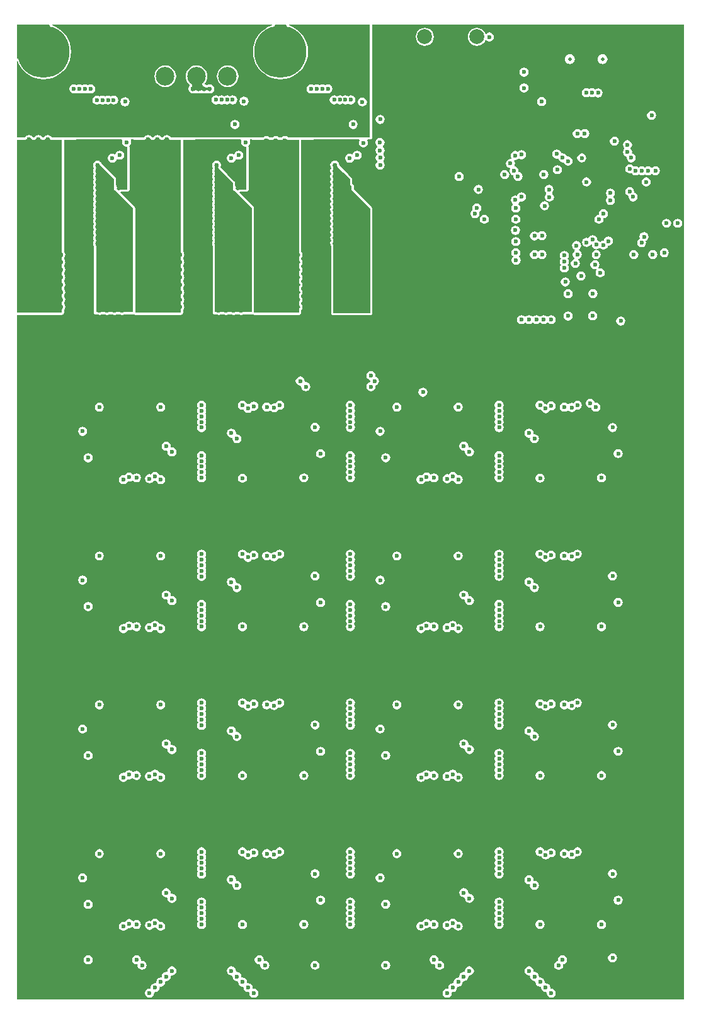
<source format=gbl>
%FSLAX44Y44*%
%MOMM*%
G71*
G01*
G75*
G04 Layer_Physical_Order=4*
G04 Layer_Color=21504*
G04:AMPARAMS|DCode=10|XSize=1mm|YSize=0.9mm|CornerRadius=0.198mm|HoleSize=0mm|Usage=FLASHONLY|Rotation=270.000|XOffset=0mm|YOffset=0mm|HoleType=Round|Shape=RoundedRectangle|*
%AMROUNDEDRECTD10*
21,1,1.0000,0.5040,0,0,270.0*
21,1,0.6040,0.9000,0,0,270.0*
1,1,0.3960,-0.2520,-0.3020*
1,1,0.3960,-0.2520,0.3020*
1,1,0.3960,0.2520,0.3020*
1,1,0.3960,0.2520,-0.3020*
%
%ADD10ROUNDEDRECTD10*%
%ADD11C,0.6000*%
%ADD12C,1.3000*%
%ADD13R,1.3000X1.3000*%
G04:AMPARAMS|DCode=14|XSize=1.45mm|YSize=1.15mm|CornerRadius=0.2013mm|HoleSize=0mm|Usage=FLASHONLY|Rotation=90.000|XOffset=0mm|YOffset=0mm|HoleType=Round|Shape=RoundedRectangle|*
%AMROUNDEDRECTD14*
21,1,1.4500,0.7475,0,0,90.0*
21,1,1.0475,1.1500,0,0,90.0*
1,1,0.4025,0.3738,0.5238*
1,1,0.4025,0.3738,-0.5238*
1,1,0.4025,-0.3738,-0.5238*
1,1,0.4025,-0.3738,0.5238*
%
%ADD14ROUNDEDRECTD14*%
G04:AMPARAMS|DCode=15|XSize=1mm|YSize=0.9mm|CornerRadius=0.198mm|HoleSize=0mm|Usage=FLASHONLY|Rotation=180.000|XOffset=0mm|YOffset=0mm|HoleType=Round|Shape=RoundedRectangle|*
%AMROUNDEDRECTD15*
21,1,1.0000,0.5040,0,0,180.0*
21,1,0.6040,0.9000,0,0,180.0*
1,1,0.3960,-0.3020,0.2520*
1,1,0.3960,0.3020,0.2520*
1,1,0.3960,0.3020,-0.2520*
1,1,0.3960,-0.3020,-0.2520*
%
%ADD15ROUNDEDRECTD15*%
%ADD16O,0.3000X1.5000*%
%ADD17O,1.5000X0.3000*%
%ADD18C,1.0000*%
G04:AMPARAMS|DCode=19|XSize=2.7mm|YSize=1.15mm|CornerRadius=0.2013mm|HoleSize=0mm|Usage=FLASHONLY|Rotation=90.000|XOffset=0mm|YOffset=0mm|HoleType=Round|Shape=RoundedRectangle|*
%AMROUNDEDRECTD19*
21,1,2.7000,0.7475,0,0,90.0*
21,1,2.2975,1.1500,0,0,90.0*
1,1,0.4025,0.3738,1.1487*
1,1,0.4025,0.3738,-1.1487*
1,1,0.4025,-0.3738,-1.1487*
1,1,0.4025,-0.3738,1.1487*
%
%ADD19ROUNDEDRECTD19*%
G04:AMPARAMS|DCode=20|XSize=4.9mm|YSize=1.6mm|CornerRadius=0.2mm|HoleSize=0mm|Usage=FLASHONLY|Rotation=270.000|XOffset=0mm|YOffset=0mm|HoleType=Round|Shape=RoundedRectangle|*
%AMROUNDEDRECTD20*
21,1,4.9000,1.2000,0,0,270.0*
21,1,4.5000,1.6000,0,0,270.0*
1,1,0.4000,-0.6000,-2.2500*
1,1,0.4000,-0.6000,2.2500*
1,1,0.4000,0.6000,2.2500*
1,1,0.4000,0.6000,-2.2500*
%
%ADD20ROUNDEDRECTD20*%
%ADD21O,1.5500X0.6000*%
%ADD22O,0.6000X1.5500*%
G04:AMPARAMS|DCode=23|XSize=6.45mm|YSize=6mm|CornerRadius=0.21mm|HoleSize=0mm|Usage=FLASHONLY|Rotation=0.000|XOffset=0mm|YOffset=0mm|HoleType=Round|Shape=RoundedRectangle|*
%AMROUNDEDRECTD23*
21,1,6.4500,5.5800,0,0,0.0*
21,1,6.0300,6.0000,0,0,0.0*
1,1,0.4200,3.0150,-2.7900*
1,1,0.4200,-3.0150,-2.7900*
1,1,0.4200,-3.0150,2.7900*
1,1,0.4200,3.0150,2.7900*
%
%ADD23ROUNDEDRECTD23*%
G04:AMPARAMS|DCode=24|XSize=2.85mm|YSize=1mm|CornerRadius=0.2mm|HoleSize=0mm|Usage=FLASHONLY|Rotation=0.000|XOffset=0mm|YOffset=0mm|HoleType=Round|Shape=RoundedRectangle|*
%AMROUNDEDRECTD24*
21,1,2.8500,0.6000,0,0,0.0*
21,1,2.4500,1.0000,0,0,0.0*
1,1,0.4000,1.2250,-0.3000*
1,1,0.4000,-1.2250,-0.3000*
1,1,0.4000,-1.2250,0.3000*
1,1,0.4000,1.2250,0.3000*
%
%ADD24ROUNDEDRECTD24*%
G04:AMPARAMS|DCode=25|XSize=11.3mm|YSize=10.75mm|CornerRadius=0.215mm|HoleSize=0mm|Usage=FLASHONLY|Rotation=0.000|XOffset=0mm|YOffset=0mm|HoleType=Round|Shape=RoundedRectangle|*
%AMROUNDEDRECTD25*
21,1,11.3000,10.3200,0,0,0.0*
21,1,10.8700,10.7500,0,0,0.0*
1,1,0.4300,5.4350,-5.1600*
1,1,0.4300,-5.4350,-5.1600*
1,1,0.4300,-5.4350,5.1600*
1,1,0.4300,5.4350,5.1600*
%
%ADD25ROUNDEDRECTD25*%
G04:AMPARAMS|DCode=26|XSize=3.95mm|YSize=1.2mm|CornerRadius=0.198mm|HoleSize=0mm|Usage=FLASHONLY|Rotation=0.000|XOffset=0mm|YOffset=0mm|HoleType=Round|Shape=RoundedRectangle|*
%AMROUNDEDRECTD26*
21,1,3.9500,0.8040,0,0,0.0*
21,1,3.5540,1.2000,0,0,0.0*
1,1,0.3960,1.7770,-0.4020*
1,1,0.3960,-1.7770,-0.4020*
1,1,0.3960,-1.7770,0.4020*
1,1,0.3960,1.7770,0.4020*
%
%ADD26ROUNDEDRECTD26*%
G04:AMPARAMS|DCode=27|XSize=1.1mm|YSize=0.6mm|CornerRadius=0.201mm|HoleSize=0mm|Usage=FLASHONLY|Rotation=0.000|XOffset=0mm|YOffset=0mm|HoleType=Round|Shape=RoundedRectangle|*
%AMROUNDEDRECTD27*
21,1,1.1000,0.1980,0,0,0.0*
21,1,0.6980,0.6000,0,0,0.0*
1,1,0.4020,0.3490,-0.0990*
1,1,0.4020,-0.3490,-0.0990*
1,1,0.4020,-0.3490,0.0990*
1,1,0.4020,0.3490,0.0990*
%
%ADD27ROUNDEDRECTD27*%
G04:AMPARAMS|DCode=28|XSize=1.35mm|YSize=1.65mm|CornerRadius=0.27mm|HoleSize=0mm|Usage=FLASHONLY|Rotation=90.000|XOffset=0mm|YOffset=0mm|HoleType=Round|Shape=RoundedRectangle|*
%AMROUNDEDRECTD28*
21,1,1.3500,1.1100,0,0,90.0*
21,1,0.8100,1.6500,0,0,90.0*
1,1,0.5400,0.5550,0.4050*
1,1,0.5400,0.5550,-0.4050*
1,1,0.5400,-0.5550,-0.4050*
1,1,0.5400,-0.5550,0.4050*
%
%ADD28ROUNDEDRECTD28*%
G04:AMPARAMS|DCode=29|XSize=0.7mm|YSize=0.25mm|CornerRadius=0.0838mm|HoleSize=0mm|Usage=FLASHONLY|Rotation=0.000|XOffset=0mm|YOffset=0mm|HoleType=Round|Shape=RoundedRectangle|*
%AMROUNDEDRECTD29*
21,1,0.7000,0.0825,0,0,0.0*
21,1,0.5325,0.2500,0,0,0.0*
1,1,0.1675,0.2662,-0.0413*
1,1,0.1675,-0.2662,-0.0413*
1,1,0.1675,-0.2662,0.0413*
1,1,0.1675,0.2662,0.0413*
%
%ADD29ROUNDEDRECTD29*%
G04:AMPARAMS|DCode=30|XSize=1.75mm|YSize=1.05mm|CornerRadius=0.1995mm|HoleSize=0mm|Usage=FLASHONLY|Rotation=270.000|XOffset=0mm|YOffset=0mm|HoleType=Round|Shape=RoundedRectangle|*
%AMROUNDEDRECTD30*
21,1,1.7500,0.6510,0,0,270.0*
21,1,1.3510,1.0500,0,0,270.0*
1,1,0.3990,-0.3255,-0.6755*
1,1,0.3990,-0.3255,0.6755*
1,1,0.3990,0.3255,0.6755*
1,1,0.3990,0.3255,-0.6755*
%
%ADD30ROUNDEDRECTD30*%
%ADD31O,1.3500X0.5000*%
G04:AMPARAMS|DCode=32|XSize=1.05mm|YSize=0.65mm|CornerRadius=0.2015mm|HoleSize=0mm|Usage=FLASHONLY|Rotation=0.000|XOffset=0mm|YOffset=0mm|HoleType=Round|Shape=RoundedRectangle|*
%AMROUNDEDRECTD32*
21,1,1.0500,0.2470,0,0,0.0*
21,1,0.6470,0.6500,0,0,0.0*
1,1,0.4030,0.3235,-0.1235*
1,1,0.4030,-0.3235,-0.1235*
1,1,0.4030,-0.3235,0.1235*
1,1,0.4030,0.3235,0.1235*
%
%ADD32ROUNDEDRECTD32*%
%ADD33O,0.5000X1.3500*%
G04:AMPARAMS|DCode=34|XSize=6.5mm|YSize=5mm|CornerRadius=0.25mm|HoleSize=0mm|Usage=FLASHONLY|Rotation=90.000|XOffset=0mm|YOffset=0mm|HoleType=Round|Shape=RoundedRectangle|*
%AMROUNDEDRECTD34*
21,1,6.5000,4.5000,0,0,90.0*
21,1,6.0000,5.0000,0,0,90.0*
1,1,0.5000,2.2500,3.0000*
1,1,0.5000,2.2500,-3.0000*
1,1,0.5000,-2.2500,-3.0000*
1,1,0.5000,-2.2500,3.0000*
%
%ADD34ROUNDEDRECTD34*%
G04:AMPARAMS|DCode=35|XSize=3.3mm|YSize=2.5mm|CornerRadius=0.2mm|HoleSize=0mm|Usage=FLASHONLY|Rotation=270.000|XOffset=0mm|YOffset=0mm|HoleType=Round|Shape=RoundedRectangle|*
%AMROUNDEDRECTD35*
21,1,3.3000,2.1000,0,0,270.0*
21,1,2.9000,2.5000,0,0,270.0*
1,1,0.4000,-1.0500,-1.4500*
1,1,0.4000,-1.0500,1.4500*
1,1,0.4000,1.0500,1.4500*
1,1,0.4000,1.0500,-1.4500*
%
%ADD35ROUNDEDRECTD35*%
G04:AMPARAMS|DCode=36|XSize=2.5mm|YSize=1.7mm|CornerRadius=0.204mm|HoleSize=0mm|Usage=FLASHONLY|Rotation=180.000|XOffset=0mm|YOffset=0mm|HoleType=Round|Shape=RoundedRectangle|*
%AMROUNDEDRECTD36*
21,1,2.5000,1.2920,0,0,180.0*
21,1,2.0920,1.7000,0,0,180.0*
1,1,0.4080,-1.0460,0.6460*
1,1,0.4080,1.0460,0.6460*
1,1,0.4080,1.0460,-0.6460*
1,1,0.4080,-1.0460,-0.6460*
%
%ADD36ROUNDEDRECTD36*%
G04:AMPARAMS|DCode=37|XSize=1.2mm|YSize=1.2mm|CornerRadius=0.198mm|HoleSize=0mm|Usage=FLASHONLY|Rotation=90.000|XOffset=0mm|YOffset=0mm|HoleType=Round|Shape=RoundedRectangle|*
%AMROUNDEDRECTD37*
21,1,1.2000,0.8040,0,0,90.0*
21,1,0.8040,1.2000,0,0,90.0*
1,1,0.3960,0.4020,0.4020*
1,1,0.3960,0.4020,-0.4020*
1,1,0.3960,-0.4020,-0.4020*
1,1,0.3960,-0.4020,0.4020*
%
%ADD37ROUNDEDRECTD37*%
G04:AMPARAMS|DCode=38|XSize=1.2mm|YSize=1.2mm|CornerRadius=0.198mm|HoleSize=0mm|Usage=FLASHONLY|Rotation=0.000|XOffset=0mm|YOffset=0mm|HoleType=Round|Shape=RoundedRectangle|*
%AMROUNDEDRECTD38*
21,1,1.2000,0.8040,0,0,0.0*
21,1,0.8040,1.2000,0,0,0.0*
1,1,0.3960,0.4020,-0.4020*
1,1,0.3960,-0.4020,-0.4020*
1,1,0.3960,-0.4020,0.4020*
1,1,0.3960,0.4020,0.4020*
%
%ADD38ROUNDEDRECTD38*%
G04:AMPARAMS|DCode=39|XSize=1mm|YSize=0.95mm|CornerRadius=0.1995mm|HoleSize=0mm|Usage=FLASHONLY|Rotation=270.000|XOffset=0mm|YOffset=0mm|HoleType=Round|Shape=RoundedRectangle|*
%AMROUNDEDRECTD39*
21,1,1.0000,0.5510,0,0,270.0*
21,1,0.6010,0.9500,0,0,270.0*
1,1,0.3990,-0.2755,-0.3005*
1,1,0.3990,-0.2755,0.3005*
1,1,0.3990,0.2755,0.3005*
1,1,0.3990,0.2755,-0.3005*
%
%ADD39ROUNDEDRECTD39*%
G04:AMPARAMS|DCode=40|XSize=1mm|YSize=0.95mm|CornerRadius=0.1995mm|HoleSize=0mm|Usage=FLASHONLY|Rotation=180.000|XOffset=0mm|YOffset=0mm|HoleType=Round|Shape=RoundedRectangle|*
%AMROUNDEDRECTD40*
21,1,1.0000,0.5510,0,0,180.0*
21,1,0.6010,0.9500,0,0,180.0*
1,1,0.3990,-0.3005,0.2755*
1,1,0.3990,0.3005,0.2755*
1,1,0.3990,0.3005,-0.2755*
1,1,0.3990,-0.3005,-0.2755*
%
%ADD40ROUNDEDRECTD40*%
G04:AMPARAMS|DCode=41|XSize=2.7mm|YSize=1.15mm|CornerRadius=0.2013mm|HoleSize=0mm|Usage=FLASHONLY|Rotation=180.000|XOffset=0mm|YOffset=0mm|HoleType=Round|Shape=RoundedRectangle|*
%AMROUNDEDRECTD41*
21,1,2.7000,0.7475,0,0,180.0*
21,1,2.2975,1.1500,0,0,180.0*
1,1,0.4025,-1.1487,0.3738*
1,1,0.4025,1.1487,0.3738*
1,1,0.4025,1.1487,-0.3738*
1,1,0.4025,-1.1487,-0.3738*
%
%ADD41ROUNDEDRECTD41*%
G04:AMPARAMS|DCode=42|XSize=1.45mm|YSize=1.15mm|CornerRadius=0.2013mm|HoleSize=0mm|Usage=FLASHONLY|Rotation=0.000|XOffset=0mm|YOffset=0mm|HoleType=Round|Shape=RoundedRectangle|*
%AMROUNDEDRECTD42*
21,1,1.4500,0.7475,0,0,0.0*
21,1,1.0475,1.1500,0,0,0.0*
1,1,0.4025,0.5238,-0.3738*
1,1,0.4025,-0.5238,-0.3738*
1,1,0.4025,-0.5238,0.3738*
1,1,0.4025,0.5238,0.3738*
%
%ADD42ROUNDEDRECTD42*%
G04:AMPARAMS|DCode=43|XSize=1.1mm|YSize=0.8mm|CornerRadius=0.268mm|HoleSize=0mm|Usage=FLASHONLY|Rotation=0.000|XOffset=0mm|YOffset=0mm|HoleType=Round|Shape=RoundedRectangle|*
%AMROUNDEDRECTD43*
21,1,1.1000,0.2640,0,0,0.0*
21,1,0.5640,0.8000,0,0,0.0*
1,1,0.5360,0.2820,-0.1320*
1,1,0.5360,-0.2820,-0.1320*
1,1,0.5360,-0.2820,0.1320*
1,1,0.5360,0.2820,0.1320*
%
%ADD43ROUNDEDRECTD43*%
G04:AMPARAMS|DCode=44|XSize=2.3mm|YSize=0.5mm|CornerRadius=0.2mm|HoleSize=0mm|Usage=FLASHONLY|Rotation=270.000|XOffset=0mm|YOffset=0mm|HoleType=Round|Shape=RoundedRectangle|*
%AMROUNDEDRECTD44*
21,1,2.3000,0.1000,0,0,270.0*
21,1,1.9000,0.5000,0,0,270.0*
1,1,0.4000,-0.0500,-0.9500*
1,1,0.4000,-0.0500,0.9500*
1,1,0.4000,0.0500,0.9500*
1,1,0.4000,0.0500,-0.9500*
%
%ADD44ROUNDEDRECTD44*%
G04:AMPARAMS|DCode=45|XSize=2.5mm|YSize=2mm|CornerRadius=0.2mm|HoleSize=0mm|Usage=FLASHONLY|Rotation=270.000|XOffset=0mm|YOffset=0mm|HoleType=Round|Shape=RoundedRectangle|*
%AMROUNDEDRECTD45*
21,1,2.5000,1.6000,0,0,270.0*
21,1,2.1000,2.0000,0,0,270.0*
1,1,0.4000,-0.8000,-1.0500*
1,1,0.4000,-0.8000,1.0500*
1,1,0.4000,0.8000,1.0500*
1,1,0.4000,0.8000,-1.0500*
%
%ADD45ROUNDEDRECTD45*%
%ADD46O,0.2500X0.8500*%
%ADD47O,0.8500X0.2500*%
%ADD48C,0.4000*%
%ADD49C,0.6000*%
%ADD50C,0.2500*%
%ADD51C,0.5000*%
%ADD52C,0.2000*%
%ADD53C,0.3500*%
%ADD54C,0.4500*%
%ADD55C,0.3000*%
%ADD56C,0.2540*%
%ADD57C,2.0000*%
%ADD58C,0.4000*%
%ADD59C,7.0000*%
%ADD60C,2.0000*%
%ADD61C,2.5000*%
%ADD62C,0.5000*%
%ADD63C,4.5000*%
G36*
X-694879Y1159121D02*
X-694078Y1157922D01*
X-693865Y1157709D01*
X-693697Y1157459D01*
X-693447Y1157291D01*
X-693234Y1157078D01*
X-692955Y1156963D01*
X-692705Y1156796D01*
X-692410Y1156737D01*
X-692131Y1156621D01*
X-691830D01*
X-691534Y1156563D01*
X-678059D01*
Y1006321D01*
X-678001Y1006025D01*
X-678001Y1005724D01*
X-677885Y1005446D01*
X-677827Y1005150D01*
X-677659Y1004900D01*
X-677544Y1004621D01*
X-676728Y1003400D01*
X-676499Y1002252D01*
X-676728Y1001104D01*
X-677544Y999883D01*
X-677659Y999604D01*
X-677827Y999354D01*
X-677885Y999059D01*
X-678001Y998780D01*
Y998479D01*
X-678059Y998183D01*
Y996321D01*
X-678001Y996025D01*
X-678001Y995724D01*
X-677885Y995446D01*
X-677827Y995150D01*
X-677659Y994900D01*
X-677544Y994621D01*
X-676728Y993400D01*
X-676499Y992252D01*
X-676728Y991105D01*
X-677544Y989883D01*
X-677659Y989604D01*
X-677827Y989354D01*
X-677885Y989059D01*
X-678001Y988780D01*
Y988479D01*
X-678059Y988183D01*
Y986068D01*
X-678001Y985772D01*
X-678001Y985471D01*
X-677885Y985193D01*
X-677827Y984897D01*
X-677659Y984647D01*
X-677544Y984368D01*
X-676729Y983148D01*
X-676500Y982001D01*
X-676729Y980853D01*
X-677544Y979633D01*
X-677659Y979355D01*
X-677827Y979104D01*
X-677885Y978809D01*
X-678001Y978530D01*
X-678001Y978229D01*
X-678059Y977934D01*
Y976068D01*
X-678001Y975772D01*
X-678001Y975471D01*
X-677885Y975193D01*
X-677827Y974897D01*
X-677659Y974647D01*
X-677544Y974368D01*
X-676729Y973148D01*
X-676500Y972001D01*
X-676729Y970853D01*
X-677544Y969633D01*
X-677659Y969355D01*
X-677827Y969104D01*
X-677885Y968809D01*
X-678001Y968530D01*
X-678001Y968229D01*
X-678059Y967934D01*
Y966068D01*
X-678001Y965772D01*
X-678001Y965471D01*
X-677885Y965193D01*
X-677827Y964897D01*
X-677659Y964647D01*
X-677544Y964368D01*
X-676729Y963148D01*
X-676500Y962001D01*
X-676729Y960853D01*
X-677544Y959633D01*
X-677659Y959355D01*
X-677827Y959104D01*
X-677885Y958809D01*
X-678001Y958530D01*
X-678001Y958229D01*
X-678059Y957934D01*
Y956068D01*
X-678001Y955772D01*
X-678001Y955471D01*
X-677885Y955193D01*
X-677827Y954897D01*
X-677659Y954647D01*
X-677544Y954368D01*
X-676729Y953148D01*
X-676500Y952001D01*
X-676729Y950853D01*
X-677544Y949633D01*
X-677659Y949355D01*
X-677827Y949104D01*
X-677885Y948809D01*
X-678001Y948530D01*
X-678001Y948229D01*
X-678059Y947934D01*
Y946068D01*
X-678001Y945772D01*
X-678001Y945471D01*
X-677885Y945193D01*
X-677827Y944897D01*
X-677659Y944647D01*
X-677544Y944368D01*
X-676729Y943148D01*
X-676500Y942001D01*
X-676729Y940853D01*
X-677544Y939633D01*
X-677659Y939355D01*
X-677827Y939104D01*
X-677885Y938809D01*
X-678001Y938530D01*
X-678001Y938229D01*
X-678059Y937934D01*
Y936068D01*
X-678001Y935772D01*
X-678001Y935471D01*
X-677885Y935193D01*
X-677827Y934897D01*
X-677659Y934647D01*
X-677544Y934368D01*
X-676729Y933148D01*
X-676500Y932001D01*
X-676729Y930853D01*
X-677544Y929633D01*
X-677659Y929355D01*
X-677827Y929104D01*
X-677885Y928809D01*
X-678001Y928530D01*
X-678001Y928229D01*
X-678059Y927934D01*
Y924471D01*
X-739007D01*
X-739441Y925000D01*
Y1065000D01*
X-739441Y1065000D01*
X-739674Y1066171D01*
X-740337Y1067163D01*
X-740337Y1067163D01*
X-758942Y1085768D01*
X-758456Y1086941D01*
X-750000D01*
X-748829Y1087174D01*
X-747837Y1087837D01*
X-747174Y1088829D01*
X-746941Y1090000D01*
Y1146581D01*
X-746971Y1146730D01*
X-746956Y1146881D01*
X-747086Y1147311D01*
X-747174Y1147751D01*
X-747178Y1147758D01*
X-746930Y1149003D01*
X-746674Y1149175D01*
X-745347Y1151160D01*
X-744882Y1153501D01*
X-745347Y1155842D01*
X-744760Y1156941D01*
X-741262D01*
X-741121Y1156840D01*
X-741066Y1156827D01*
X-741020Y1156796D01*
X-740488Y1156690D01*
X-739960Y1156565D01*
X-739904Y1156574D01*
X-739849Y1156563D01*
X-727464D01*
X-727169Y1156621D01*
X-726868D01*
X-726589Y1156737D01*
X-726294Y1156796D01*
X-726043Y1156963D01*
X-725765Y1157078D01*
X-725552Y1157291D01*
X-725301Y1157459D01*
X-725134Y1157709D01*
X-724921Y1157922D01*
X-724668Y1158300D01*
X-724668Y1158301D01*
X-724120Y1159121D01*
X-723371Y1159622D01*
X-720628D01*
X-719879Y1159121D01*
X-719078Y1157922D01*
X-718865Y1157709D01*
X-718697Y1157459D01*
X-718447Y1157291D01*
X-718234Y1157078D01*
X-717955Y1156963D01*
X-717705Y1156796D01*
X-717410Y1156737D01*
X-717131Y1156621D01*
X-716830D01*
X-716534Y1156563D01*
X-714964D01*
X-714669Y1156621D01*
X-714368D01*
X-714089Y1156737D01*
X-713794Y1156796D01*
X-713543Y1156963D01*
X-713265Y1157078D01*
X-713052Y1157291D01*
X-712801Y1157459D01*
X-712634Y1157709D01*
X-712421Y1157922D01*
X-712168Y1158300D01*
X-712168Y1158301D01*
X-711620Y1159121D01*
X-710871Y1159622D01*
X-708128D01*
X-707379Y1159121D01*
X-706578Y1157922D01*
X-706365Y1157709D01*
X-706197Y1157459D01*
X-705947Y1157291D01*
X-705734Y1157078D01*
X-705455Y1156963D01*
X-705205Y1156796D01*
X-704910Y1156737D01*
X-704631Y1156621D01*
X-704330D01*
X-704034Y1156563D01*
X-702464D01*
X-702169Y1156621D01*
X-701868D01*
X-701589Y1156737D01*
X-701294Y1156796D01*
X-701043Y1156963D01*
X-700765Y1157078D01*
X-700552Y1157291D01*
X-700301Y1157459D01*
X-700134Y1157709D01*
X-699921Y1157922D01*
X-699668Y1158300D01*
X-699668Y1158301D01*
X-699120Y1159121D01*
X-698371Y1159622D01*
X-695628D01*
X-694879Y1159121D01*
D02*
G37*
G36*
X-536852Y1158271D02*
X-535751Y1157536D01*
X-535700Y1157459D01*
X-535449Y1157291D01*
X-535236Y1157078D01*
X-534958Y1156963D01*
X-534707Y1156796D01*
X-534412Y1156737D01*
X-534133Y1156621D01*
X-533832Y1156621D01*
X-533537Y1156563D01*
X-519059D01*
Y1006320D01*
X-519000Y1006024D01*
Y1005723D01*
X-518885Y1005444D01*
X-518826Y1005149D01*
X-518658Y1004899D01*
X-518543Y1004620D01*
X-517728Y1003400D01*
X-517499Y1002252D01*
X-517728Y1001104D01*
X-518543Y999884D01*
X-518658Y999605D01*
X-518826Y999355D01*
X-518885Y999059D01*
X-519000Y998781D01*
X-519000Y998480D01*
X-519059Y998184D01*
Y996320D01*
X-519000Y996024D01*
Y995723D01*
X-518885Y995444D01*
X-518826Y995149D01*
X-518658Y994899D01*
X-518543Y994620D01*
X-517728Y993400D01*
X-517499Y992252D01*
X-517728Y991104D01*
X-518543Y989884D01*
X-518658Y989605D01*
X-518826Y989355D01*
X-518885Y989060D01*
X-519000Y988781D01*
X-519000Y988480D01*
X-519059Y988185D01*
Y986067D01*
X-519000Y985771D01*
Y985470D01*
X-518885Y985192D01*
X-518826Y984896D01*
X-518658Y984646D01*
X-518543Y984367D01*
X-517729Y983148D01*
X-517500Y982001D01*
X-517729Y980853D01*
X-518543Y979634D01*
X-518658Y979356D01*
X-518826Y979105D01*
X-518885Y978810D01*
X-519000Y978531D01*
X-519000Y978230D01*
X-519059Y977935D01*
Y976067D01*
X-519000Y975771D01*
Y975470D01*
X-518885Y975192D01*
X-518826Y974896D01*
X-518658Y974646D01*
X-518543Y974367D01*
X-517729Y973148D01*
X-517500Y972001D01*
X-517729Y970853D01*
X-518543Y969634D01*
X-518658Y969356D01*
X-518826Y969105D01*
X-518885Y968810D01*
X-519000Y968531D01*
X-519000Y968230D01*
X-519059Y967935D01*
Y966067D01*
X-519000Y965771D01*
Y965470D01*
X-518885Y965192D01*
X-518826Y964896D01*
X-518658Y964646D01*
X-518543Y964367D01*
X-517729Y963148D01*
X-517500Y962001D01*
X-517729Y960853D01*
X-518543Y959634D01*
X-518658Y959356D01*
X-518826Y959105D01*
X-518885Y958810D01*
X-519000Y958531D01*
X-519000Y958230D01*
X-519059Y957935D01*
Y956067D01*
X-519000Y955771D01*
Y955470D01*
X-518885Y955192D01*
X-518826Y954896D01*
X-518658Y954646D01*
X-518543Y954367D01*
X-517729Y953148D01*
X-517500Y952001D01*
X-517729Y950853D01*
X-518543Y949634D01*
X-518658Y949356D01*
X-518826Y949105D01*
X-518885Y948810D01*
X-519000Y948531D01*
X-519000Y948230D01*
X-519059Y947935D01*
Y946067D01*
X-519000Y945771D01*
Y945470D01*
X-518885Y945192D01*
X-518826Y944896D01*
X-518658Y944646D01*
X-518543Y944367D01*
X-517729Y943148D01*
X-517500Y942001D01*
X-517729Y940853D01*
X-518543Y939634D01*
X-518658Y939356D01*
X-518826Y939105D01*
X-518885Y938810D01*
X-519000Y938531D01*
X-519000Y938230D01*
X-519059Y937935D01*
Y936067D01*
X-519000Y935771D01*
Y935470D01*
X-518885Y935192D01*
X-518826Y934896D01*
X-518658Y934646D01*
X-518543Y934367D01*
X-517729Y933148D01*
X-517500Y932001D01*
X-517729Y930853D01*
X-518543Y929634D01*
X-518658Y929356D01*
X-518826Y929105D01*
X-518885Y928810D01*
X-519000Y928531D01*
X-519000Y928230D01*
X-519059Y927935D01*
Y924471D01*
X-579006D01*
X-579440Y925001D01*
Y1065001D01*
X-579440Y1065001D01*
X-579673Y1066171D01*
X-580336Y1067164D01*
X-598940Y1085767D01*
X-598454Y1086941D01*
X-590001D01*
X-588830Y1087173D01*
X-587838Y1087836D01*
X-587175Y1088829D01*
X-586942Y1089999D01*
Y1146581D01*
X-586972Y1146730D01*
X-586957Y1146881D01*
X-587087Y1147311D01*
X-587175Y1147751D01*
X-587179Y1147757D01*
X-586931Y1149003D01*
X-586674Y1149175D01*
X-585347Y1151160D01*
X-584882Y1153501D01*
X-585347Y1155842D01*
X-584760Y1156941D01*
X-582262D01*
X-582121Y1156840D01*
X-582066Y1156827D01*
X-582020Y1156796D01*
X-581488Y1156690D01*
X-580960Y1156565D01*
X-580904Y1156574D01*
X-580849Y1156563D01*
X-567462D01*
X-567167Y1156621D01*
X-566866Y1156621D01*
X-566587Y1156737D01*
X-566292Y1156796D01*
X-566041Y1156963D01*
X-565763Y1157078D01*
X-565550Y1157291D01*
X-565299Y1157459D01*
X-565248Y1157535D01*
X-564148Y1158270D01*
X-563000Y1158499D01*
X-561852Y1158270D01*
X-561476Y1158019D01*
X-560752Y1157535D01*
X-560701Y1157459D01*
X-560450Y1157291D01*
X-560237Y1157078D01*
X-559959Y1156963D01*
X-559708Y1156796D01*
X-559413Y1156737D01*
X-559134Y1156621D01*
X-558833Y1156621D01*
X-558538Y1156563D01*
X-554962D01*
X-554666Y1156621D01*
X-554365D01*
X-554087Y1156737D01*
X-553791Y1156796D01*
X-553541Y1156963D01*
X-553263Y1157078D01*
X-553050Y1157291D01*
X-552799Y1157459D01*
X-552747Y1157536D01*
X-551647Y1158271D01*
X-550499Y1158500D01*
X-549352Y1158271D01*
X-548251Y1157536D01*
X-548200Y1157459D01*
X-547949Y1157291D01*
X-547736Y1157078D01*
X-547458Y1156963D01*
X-547207Y1156796D01*
X-546912Y1156737D01*
X-546633Y1156621D01*
X-546332Y1156621D01*
X-546037Y1156563D01*
X-542462D01*
X-542166Y1156621D01*
X-541865D01*
X-541587Y1156737D01*
X-541291Y1156796D01*
X-541041Y1156963D01*
X-540763Y1157078D01*
X-540550Y1157291D01*
X-540299Y1157459D01*
X-540247Y1157536D01*
X-539147Y1158271D01*
X-537999Y1158500D01*
X-536852Y1158271D01*
D02*
G37*
G36*
X-423750Y1160000D02*
X-501082D01*
Y1159622D01*
X-533537D01*
X-533674Y1159826D01*
X-534536Y1160403D01*
X-535658Y1161152D01*
X-537999Y1161618D01*
X-540340Y1161152D01*
X-541462Y1160403D01*
X-542325Y1159826D01*
X-542462Y1159622D01*
X-546037D01*
X-546174Y1159826D01*
X-547036Y1160403D01*
X-548158Y1161152D01*
X-550499Y1161618D01*
X-552840Y1161152D01*
X-553962Y1160403D01*
X-554825Y1159826D01*
X-554962Y1159622D01*
X-558538D01*
X-558674Y1159826D01*
X-558935Y1160000D01*
X-560659Y1161152D01*
X-563000Y1161618D01*
X-565341Y1161152D01*
X-567065Y1160000D01*
X-567326Y1159826D01*
X-567462Y1159622D01*
X-580849D01*
X-581082Y1159872D01*
Y1160000D01*
X-660082D01*
Y1159622D01*
X-691534D01*
X-691787Y1160000D01*
X-692673Y1161327D01*
X-694658Y1162653D01*
X-696999Y1163118D01*
X-699340Y1162653D01*
X-701325Y1161327D01*
X-702211Y1160000D01*
X-702464Y1159622D01*
X-704034D01*
X-704287Y1160000D01*
X-705173Y1161327D01*
X-707158Y1162653D01*
X-709499Y1163118D01*
X-711840Y1162653D01*
X-713825Y1161327D01*
X-714711Y1160000D01*
X-714964Y1159622D01*
X-716534D01*
X-716787Y1160000D01*
X-717673Y1161327D01*
X-719658Y1162653D01*
X-721999Y1163118D01*
X-724340Y1162653D01*
X-726325Y1161327D01*
X-727211Y1160000D01*
X-727464Y1159622D01*
X-739849D01*
X-740082Y1159872D01*
Y1160000D01*
X-820082D01*
Y1159622D01*
X-851534D01*
X-852673Y1161327D01*
X-854658Y1162653D01*
X-856999Y1163118D01*
X-859340Y1162653D01*
X-861325Y1161327D01*
X-862464Y1159622D01*
X-864034D01*
X-865173Y1161327D01*
X-867158Y1162653D01*
X-869499Y1163118D01*
X-871840Y1162653D01*
X-873825Y1161327D01*
X-874964Y1159622D01*
X-876534D01*
X-877673Y1161327D01*
X-879658Y1162653D01*
X-881999Y1163118D01*
X-884340Y1162653D01*
X-886325Y1161327D01*
X-887464Y1159622D01*
X-898628D01*
Y1160000D01*
Y1262279D01*
X-897382Y1262527D01*
X-895569Y1258150D01*
X-892526Y1253185D01*
X-888744Y1248756D01*
X-884315Y1244974D01*
X-879350Y1241931D01*
X-873969Y1239702D01*
X-868306Y1238343D01*
X-862500Y1237886D01*
X-856694Y1238343D01*
X-851031Y1239702D01*
X-845650Y1241931D01*
X-840685Y1244974D01*
X-836256Y1248756D01*
X-832474Y1253185D01*
X-829431Y1258150D01*
X-827202Y1263531D01*
X-825843Y1269194D01*
X-825386Y1275000D01*
X-825843Y1280806D01*
X-827202Y1286469D01*
X-829431Y1291850D01*
X-832474Y1296815D01*
X-836256Y1301244D01*
X-840685Y1305026D01*
X-845650Y1308069D01*
X-851031Y1310298D01*
X-851316Y1310366D01*
X-851167Y1311628D01*
X-555333D01*
X-555184Y1310366D01*
X-555469Y1310298D01*
X-560850Y1308069D01*
X-565815Y1305026D01*
X-570244Y1301244D01*
X-574026Y1296815D01*
X-577069Y1291850D01*
X-579298Y1286469D01*
X-580657Y1280806D01*
X-581114Y1275000D01*
X-580657Y1269194D01*
X-579298Y1263531D01*
X-577069Y1258150D01*
X-574026Y1253185D01*
X-570244Y1248756D01*
X-565815Y1244974D01*
X-560850Y1241931D01*
X-555469Y1239702D01*
X-549806Y1238343D01*
X-544000Y1237886D01*
X-538194Y1238343D01*
X-532531Y1239702D01*
X-527150Y1241931D01*
X-522185Y1244974D01*
X-517756Y1248756D01*
X-513974Y1253185D01*
X-510931Y1258150D01*
X-508702Y1263531D01*
X-507342Y1269194D01*
X-506886Y1275000D01*
X-507342Y1280806D01*
X-508702Y1286469D01*
X-510931Y1291850D01*
X-513974Y1296815D01*
X-517756Y1301244D01*
X-522185Y1305026D01*
X-527150Y1308069D01*
X-532531Y1310298D01*
X-532816Y1310366D01*
X-532667Y1311628D01*
X-423750D01*
Y1160000D01*
D02*
G37*
G36*
X-854879Y1159121D02*
X-854078Y1157922D01*
X-853865Y1157709D01*
X-853697Y1157459D01*
X-853447Y1157291D01*
X-853234Y1157078D01*
X-852955Y1156963D01*
X-852705Y1156796D01*
X-852410Y1156737D01*
X-852131Y1156621D01*
X-851830D01*
X-851534Y1156563D01*
X-838059D01*
Y1006320D01*
X-838000Y1006024D01*
Y1005723D01*
X-837885Y1005444D01*
X-837826Y1005149D01*
X-837658Y1004899D01*
X-837543Y1004620D01*
X-836728Y1003400D01*
X-836499Y1002252D01*
X-836728Y1001104D01*
X-837543Y999884D01*
X-837658Y999605D01*
X-837826Y999355D01*
X-837885Y999059D01*
X-838000Y998781D01*
X-838000Y998480D01*
X-838059Y998184D01*
Y996320D01*
X-838000Y996024D01*
Y995723D01*
X-837885Y995444D01*
X-837826Y995149D01*
X-837658Y994899D01*
X-837543Y994620D01*
X-836728Y993400D01*
X-836499Y992252D01*
X-836728Y991104D01*
X-837543Y989884D01*
X-837658Y989605D01*
X-837826Y989355D01*
X-837885Y989060D01*
X-838000Y988781D01*
X-838000Y988480D01*
X-838059Y988185D01*
Y986067D01*
X-838000Y985771D01*
Y985470D01*
X-837885Y985192D01*
X-837826Y984896D01*
X-837658Y984646D01*
X-837543Y984367D01*
X-836729Y983148D01*
X-836500Y982001D01*
X-836729Y980853D01*
X-837543Y979634D01*
X-837658Y979356D01*
X-837826Y979105D01*
X-837885Y978810D01*
X-838000Y978531D01*
X-838000Y978230D01*
X-838059Y977935D01*
Y976067D01*
X-838000Y975771D01*
Y975470D01*
X-837885Y975192D01*
X-837826Y974896D01*
X-837658Y974646D01*
X-837543Y974367D01*
X-836729Y973148D01*
X-836500Y972001D01*
X-836729Y970853D01*
X-837543Y969634D01*
X-837658Y969356D01*
X-837826Y969105D01*
X-837885Y968810D01*
X-838000Y968531D01*
X-838000Y968230D01*
X-838059Y967935D01*
Y966067D01*
X-838000Y965771D01*
Y965470D01*
X-837885Y965192D01*
X-837826Y964896D01*
X-837658Y964646D01*
X-837543Y964367D01*
X-836729Y963148D01*
X-836500Y962001D01*
X-836729Y960853D01*
X-837543Y959634D01*
X-837658Y959356D01*
X-837826Y959105D01*
X-837885Y958810D01*
X-838000Y958531D01*
X-838000Y958230D01*
X-838059Y957935D01*
Y956067D01*
X-838000Y955771D01*
Y955470D01*
X-837885Y955192D01*
X-837826Y954896D01*
X-837658Y954646D01*
X-837543Y954367D01*
X-836729Y953148D01*
X-836500Y952001D01*
X-836729Y950853D01*
X-837543Y949634D01*
X-837658Y949356D01*
X-837826Y949105D01*
X-837885Y948810D01*
X-838000Y948531D01*
X-838000Y948230D01*
X-838059Y947935D01*
Y946067D01*
X-838000Y945771D01*
Y945470D01*
X-837885Y945192D01*
X-837826Y944896D01*
X-837658Y944646D01*
X-837543Y944367D01*
X-836729Y943148D01*
X-836500Y942001D01*
X-836729Y940853D01*
X-837543Y939634D01*
X-837658Y939356D01*
X-837826Y939105D01*
X-837885Y938810D01*
X-838000Y938531D01*
X-838000Y938230D01*
X-838059Y937935D01*
Y936067D01*
X-838000Y935771D01*
Y935470D01*
X-837885Y935192D01*
X-837826Y934896D01*
X-837658Y934646D01*
X-837543Y934367D01*
X-836729Y933148D01*
X-836500Y932001D01*
X-836729Y930853D01*
X-837543Y929634D01*
X-837658Y929356D01*
X-837826Y929105D01*
X-837885Y928810D01*
X-838000Y928531D01*
X-838000Y928230D01*
X-838059Y927935D01*
Y924471D01*
X-898628D01*
Y1156563D01*
X-887464D01*
X-887169Y1156621D01*
X-886868D01*
X-886589Y1156737D01*
X-886294Y1156796D01*
X-886043Y1156963D01*
X-885765Y1157078D01*
X-885552Y1157291D01*
X-885301Y1157459D01*
X-885134Y1157709D01*
X-884921Y1157922D01*
X-884668Y1158300D01*
X-884668Y1158301D01*
X-884120Y1159121D01*
X-883371Y1159622D01*
X-880628D01*
X-879879Y1159121D01*
X-879078Y1157922D01*
X-878865Y1157709D01*
X-878697Y1157459D01*
X-878447Y1157291D01*
X-878234Y1157078D01*
X-877955Y1156963D01*
X-877705Y1156796D01*
X-877410Y1156737D01*
X-877131Y1156621D01*
X-876830D01*
X-876534Y1156563D01*
X-874964D01*
X-874669Y1156621D01*
X-874368D01*
X-874089Y1156737D01*
X-873794Y1156796D01*
X-873543Y1156963D01*
X-873265Y1157078D01*
X-873052Y1157291D01*
X-872801Y1157459D01*
X-872634Y1157709D01*
X-872421Y1157922D01*
X-872168Y1158300D01*
X-872168Y1158301D01*
X-871620Y1159121D01*
X-870871Y1159622D01*
X-868128D01*
X-867379Y1159121D01*
X-866578Y1157922D01*
X-866365Y1157709D01*
X-866197Y1157459D01*
X-865947Y1157291D01*
X-865734Y1157078D01*
X-865455Y1156963D01*
X-865205Y1156796D01*
X-864910Y1156737D01*
X-864631Y1156621D01*
X-864330D01*
X-864034Y1156563D01*
X-862464D01*
X-862169Y1156621D01*
X-861868D01*
X-861589Y1156737D01*
X-861294Y1156796D01*
X-861043Y1156963D01*
X-860765Y1157078D01*
X-860552Y1157291D01*
X-860301Y1157459D01*
X-860134Y1157709D01*
X-859921Y1157922D01*
X-859668Y1158300D01*
X-859668Y1158301D01*
X-859120Y1159121D01*
X-858371Y1159622D01*
X-855628D01*
X-854879Y1159121D01*
D02*
G37*
G36*
X-628852Y1125271D02*
X-627879Y1124621D01*
X-627229Y1123648D01*
X-627000Y1122501D01*
X-627233Y1121331D01*
X-627331Y1121094D01*
X-627499Y1120843D01*
X-627557Y1120548D01*
X-627673Y1120269D01*
X-627673Y1119968D01*
X-627732Y1119673D01*
X-627673Y1119377D01*
X-627673Y1119076D01*
X-627557Y1118798D01*
X-627499Y1118502D01*
X-627331Y1118252D01*
X-627216Y1117973D01*
X-627003Y1117760D01*
X-626836Y1117510D01*
X-608059Y1098733D01*
X-608059Y1095819D01*
X-608000Y1095524D01*
X-608000Y1095222D01*
X-607885Y1094944D01*
X-607826Y1094649D01*
X-607659Y1094398D01*
X-607543Y1094119D01*
X-607499Y1094053D01*
Y1090001D01*
X-606559Y1089061D01*
X-606548Y1089041D01*
X-605743Y1088059D01*
X-605625Y1087963D01*
X-605541Y1087836D01*
X-605168Y1087587D01*
X-604820Y1087302D01*
X-604791Y1087293D01*
X-582499Y1065001D01*
Y925001D01*
X-631942D01*
Y1014186D01*
X-632001Y1014482D01*
X-632001Y1014783D01*
X-632116Y1015061D01*
X-632175Y1015357D01*
X-632342Y1015607D01*
X-632457Y1015886D01*
X-632770Y1016353D01*
X-632998Y1017501D01*
X-632770Y1018648D01*
X-632457Y1019116D01*
X-632342Y1019394D01*
X-632175Y1019645D01*
X-632116Y1019940D01*
X-632001Y1020219D01*
X-632001Y1020520D01*
X-631942Y1020815D01*
Y1021686D01*
X-632001Y1021982D01*
X-632001Y1022283D01*
X-632116Y1022561D01*
X-632175Y1022857D01*
X-632342Y1023107D01*
X-632457Y1023386D01*
X-632770Y1023853D01*
X-632998Y1025001D01*
X-632770Y1026148D01*
X-632457Y1026616D01*
X-632342Y1026894D01*
X-632175Y1027145D01*
X-632116Y1027440D01*
X-632001Y1027718D01*
X-632001Y1028020D01*
X-631942Y1028315D01*
Y1029186D01*
X-632001Y1029482D01*
X-632001Y1029783D01*
X-632116Y1030061D01*
X-632175Y1030357D01*
X-632342Y1030607D01*
X-632457Y1030886D01*
X-632770Y1031353D01*
X-632998Y1032501D01*
X-632770Y1033648D01*
X-632457Y1034116D01*
X-632342Y1034394D01*
X-632175Y1034645D01*
X-632116Y1034940D01*
X-632001Y1035219D01*
X-632001Y1035520D01*
X-631942Y1035815D01*
Y1036686D01*
X-632001Y1036982D01*
X-632001Y1037283D01*
X-632116Y1037561D01*
X-632175Y1037857D01*
X-632342Y1038107D01*
X-632457Y1038386D01*
X-632770Y1038853D01*
X-632998Y1040001D01*
X-632770Y1041148D01*
X-632457Y1041616D01*
X-632342Y1041894D01*
X-632175Y1042145D01*
X-632116Y1042440D01*
X-632001Y1042718D01*
X-632001Y1043020D01*
X-631942Y1043315D01*
Y1044186D01*
X-632001Y1044482D01*
X-632001Y1044783D01*
X-632116Y1045061D01*
X-632175Y1045357D01*
X-632342Y1045607D01*
X-632457Y1045886D01*
X-632770Y1046353D01*
X-632998Y1047501D01*
X-632770Y1048648D01*
X-632457Y1049116D01*
X-632342Y1049394D01*
X-632175Y1049645D01*
X-632116Y1049940D01*
X-632001Y1050218D01*
X-632001Y1050520D01*
X-631942Y1050815D01*
Y1051686D01*
X-632001Y1051982D01*
X-632001Y1052283D01*
X-632116Y1052561D01*
X-632175Y1052857D01*
X-632342Y1053107D01*
X-632457Y1053386D01*
X-632770Y1053853D01*
X-632998Y1055001D01*
X-632770Y1056148D01*
X-632457Y1056616D01*
X-632342Y1056894D01*
X-632175Y1057145D01*
X-632116Y1057440D01*
X-632001Y1057719D01*
X-632001Y1058020D01*
X-631942Y1058315D01*
Y1059186D01*
X-632001Y1059482D01*
X-632001Y1059783D01*
X-632116Y1060061D01*
X-632175Y1060357D01*
X-632342Y1060607D01*
X-632457Y1060886D01*
X-632770Y1061353D01*
X-632998Y1062501D01*
X-632770Y1063648D01*
X-632457Y1064116D01*
X-632342Y1064394D01*
X-632175Y1064645D01*
X-632116Y1064940D01*
X-632001Y1065218D01*
X-632001Y1065520D01*
X-631942Y1065815D01*
Y1066686D01*
X-632001Y1066982D01*
X-632001Y1067283D01*
X-632116Y1067561D01*
X-632175Y1067857D01*
X-632342Y1068107D01*
X-632457Y1068386D01*
X-632770Y1068853D01*
X-632998Y1070001D01*
X-632770Y1071148D01*
X-632457Y1071616D01*
X-632342Y1071894D01*
X-632175Y1072145D01*
X-632116Y1072440D01*
X-632001Y1072719D01*
X-632001Y1073020D01*
X-631942Y1073315D01*
Y1074186D01*
X-632001Y1074482D01*
X-632001Y1074783D01*
X-632116Y1075061D01*
X-632175Y1075357D01*
X-632342Y1075607D01*
X-632457Y1075886D01*
X-632770Y1076353D01*
X-632998Y1077501D01*
X-632770Y1078648D01*
X-632457Y1079116D01*
X-632342Y1079394D01*
X-632175Y1079645D01*
X-632116Y1079940D01*
X-632001Y1080218D01*
X-632001Y1080520D01*
X-631942Y1080815D01*
Y1081686D01*
X-632001Y1081982D01*
X-632001Y1082283D01*
X-632116Y1082561D01*
X-632175Y1082857D01*
X-632342Y1083107D01*
X-632457Y1083386D01*
X-632770Y1083853D01*
X-632998Y1085001D01*
X-632770Y1086148D01*
X-632457Y1086616D01*
X-632342Y1086894D01*
X-632175Y1087145D01*
X-632116Y1087440D01*
X-632001Y1087718D01*
X-632001Y1088020D01*
X-631942Y1088315D01*
Y1089186D01*
X-632001Y1089482D01*
X-632001Y1089783D01*
X-632116Y1090061D01*
X-632175Y1090357D01*
X-632342Y1090607D01*
X-632457Y1090886D01*
X-632770Y1091353D01*
X-632998Y1092501D01*
X-632770Y1093648D01*
X-632457Y1094116D01*
X-632342Y1094394D01*
X-632175Y1094645D01*
X-632116Y1094940D01*
X-632001Y1095219D01*
X-632001Y1095520D01*
X-631942Y1095815D01*
Y1096686D01*
X-632001Y1096982D01*
X-632001Y1097283D01*
X-632116Y1097561D01*
X-632175Y1097857D01*
X-632342Y1098107D01*
X-632457Y1098386D01*
X-632770Y1098853D01*
X-632998Y1100001D01*
X-632770Y1101148D01*
X-632457Y1101616D01*
X-632342Y1101894D01*
X-632175Y1102145D01*
X-632116Y1102440D01*
X-632001Y1102718D01*
X-632001Y1103020D01*
X-631942Y1103315D01*
Y1104186D01*
X-632001Y1104482D01*
X-632001Y1104783D01*
X-632116Y1105061D01*
X-632175Y1105357D01*
X-632342Y1105607D01*
X-632457Y1105886D01*
X-632770Y1106353D01*
X-632998Y1107501D01*
X-632770Y1108648D01*
X-632457Y1109116D01*
X-632342Y1109394D01*
X-632175Y1109645D01*
X-632116Y1109940D01*
X-632001Y1110219D01*
X-632001Y1110520D01*
X-631942Y1110815D01*
Y1111686D01*
X-632001Y1111982D01*
X-632001Y1112283D01*
X-632116Y1112561D01*
X-632175Y1112857D01*
X-632342Y1113107D01*
X-632457Y1113386D01*
X-632770Y1113853D01*
X-632998Y1115001D01*
X-632770Y1116148D01*
X-632457Y1116616D01*
X-632342Y1116894D01*
X-632175Y1117145D01*
X-632116Y1117440D01*
X-632001Y1117718D01*
X-632001Y1118020D01*
X-631942Y1118315D01*
Y1119186D01*
X-632001Y1119482D01*
X-632001Y1119783D01*
X-632116Y1120061D01*
X-632175Y1120357D01*
X-632342Y1120607D01*
X-632457Y1120886D01*
X-632770Y1121353D01*
X-632998Y1122501D01*
X-632770Y1123648D01*
X-632457Y1124116D01*
X-632342Y1124394D01*
X-632175Y1124645D01*
X-632170Y1124669D01*
X-632146Y1124674D01*
X-631896Y1124841D01*
X-631618Y1124956D01*
X-631147Y1125271D01*
X-629999Y1125500D01*
X-628852Y1125271D01*
D02*
G37*
G36*
X-788852Y1125271D02*
X-787879Y1124621D01*
X-787229Y1123648D01*
X-787226Y1123629D01*
X-787110Y1123351D01*
X-787052Y1123055D01*
X-786884Y1122805D01*
X-786769Y1122526D01*
X-786556Y1122313D01*
X-786389Y1122063D01*
X-768059Y1103733D01*
Y1095817D01*
X-768000Y1095521D01*
Y1095220D01*
X-767885Y1094942D01*
X-767826Y1094646D01*
X-767658Y1094396D01*
X-767543Y1094117D01*
X-767500Y1094053D01*
Y1090000D01*
X-766558Y1089058D01*
X-766549Y1089041D01*
X-765743Y1088059D01*
X-765626Y1087963D01*
X-765542Y1087837D01*
X-765168Y1087587D01*
X-764821Y1087302D01*
X-764794Y1087294D01*
X-742500Y1065000D01*
Y925000D01*
X-791941D01*
Y1014183D01*
X-792000Y1014479D01*
Y1014780D01*
X-792115Y1015058D01*
X-792174Y1015354D01*
X-792341Y1015604D01*
X-792457Y1015883D01*
X-792771Y1016352D01*
X-792999Y1017500D01*
X-792771Y1018648D01*
X-792457Y1019117D01*
X-792341Y1019396D01*
X-792174Y1019646D01*
X-792115Y1019942D01*
X-792000Y1020220D01*
Y1020521D01*
X-791941Y1020817D01*
Y1021683D01*
X-792000Y1021979D01*
Y1022280D01*
X-792115Y1022558D01*
X-792174Y1022854D01*
X-792341Y1023104D01*
X-792457Y1023383D01*
X-792771Y1023852D01*
X-792999Y1025000D01*
X-792771Y1026148D01*
X-792457Y1026617D01*
X-792341Y1026896D01*
X-792174Y1027146D01*
X-792115Y1027442D01*
X-792000Y1027720D01*
Y1028021D01*
X-791941Y1028317D01*
Y1029183D01*
X-792000Y1029479D01*
Y1029780D01*
X-792115Y1030058D01*
X-792174Y1030354D01*
X-792341Y1030604D01*
X-792457Y1030883D01*
X-792771Y1031352D01*
X-792999Y1032500D01*
X-792771Y1033648D01*
X-792457Y1034117D01*
X-792341Y1034396D01*
X-792174Y1034646D01*
X-792115Y1034942D01*
X-792000Y1035220D01*
Y1035521D01*
X-791941Y1035817D01*
Y1036683D01*
X-792000Y1036979D01*
Y1037280D01*
X-792115Y1037558D01*
X-792174Y1037854D01*
X-792341Y1038104D01*
X-792457Y1038383D01*
X-792771Y1038852D01*
X-792999Y1040000D01*
X-792771Y1041148D01*
X-792457Y1041617D01*
X-792341Y1041896D01*
X-792174Y1042146D01*
X-792115Y1042442D01*
X-792000Y1042720D01*
Y1043021D01*
X-791941Y1043317D01*
Y1044183D01*
X-792000Y1044479D01*
Y1044780D01*
X-792115Y1045058D01*
X-792174Y1045354D01*
X-792341Y1045604D01*
X-792457Y1045883D01*
X-792771Y1046352D01*
X-792999Y1047500D01*
X-792771Y1048648D01*
X-792457Y1049117D01*
X-792341Y1049396D01*
X-792174Y1049646D01*
X-792115Y1049942D01*
X-792000Y1050220D01*
Y1050521D01*
X-791941Y1050817D01*
Y1051683D01*
X-792000Y1051979D01*
Y1052280D01*
X-792115Y1052558D01*
X-792174Y1052854D01*
X-792341Y1053104D01*
X-792457Y1053383D01*
X-792771Y1053852D01*
X-792999Y1055000D01*
X-792771Y1056148D01*
X-792457Y1056617D01*
X-792341Y1056896D01*
X-792174Y1057146D01*
X-792115Y1057442D01*
X-792000Y1057720D01*
Y1058021D01*
X-791941Y1058317D01*
Y1059183D01*
X-792000Y1059479D01*
Y1059780D01*
X-792115Y1060058D01*
X-792174Y1060354D01*
X-792341Y1060604D01*
X-792457Y1060883D01*
X-792771Y1061352D01*
X-792999Y1062500D01*
X-792771Y1063648D01*
X-792457Y1064117D01*
X-792341Y1064396D01*
X-792174Y1064646D01*
X-792115Y1064942D01*
X-792000Y1065220D01*
Y1065521D01*
X-791941Y1065817D01*
Y1066683D01*
X-792000Y1066979D01*
Y1067280D01*
X-792115Y1067558D01*
X-792174Y1067854D01*
X-792341Y1068104D01*
X-792457Y1068383D01*
X-792771Y1068852D01*
X-792999Y1070000D01*
X-792771Y1071148D01*
X-792457Y1071617D01*
X-792341Y1071896D01*
X-792174Y1072146D01*
X-792115Y1072442D01*
X-792000Y1072720D01*
Y1073021D01*
X-791941Y1073317D01*
Y1074183D01*
X-792000Y1074479D01*
Y1074780D01*
X-792115Y1075058D01*
X-792174Y1075354D01*
X-792341Y1075604D01*
X-792457Y1075883D01*
X-792771Y1076352D01*
X-792999Y1077500D01*
X-792771Y1078648D01*
X-792457Y1079117D01*
X-792341Y1079396D01*
X-792174Y1079646D01*
X-792115Y1079942D01*
X-792000Y1080220D01*
Y1080521D01*
X-791941Y1080817D01*
Y1081683D01*
X-792000Y1081979D01*
Y1082280D01*
X-792115Y1082558D01*
X-792174Y1082854D01*
X-792341Y1083104D01*
X-792457Y1083383D01*
X-792771Y1083852D01*
X-792999Y1085000D01*
X-792771Y1086148D01*
X-792457Y1086617D01*
X-792341Y1086896D01*
X-792174Y1087146D01*
X-792115Y1087442D01*
X-792000Y1087720D01*
Y1088021D01*
X-791941Y1088317D01*
Y1089183D01*
X-792000Y1089479D01*
Y1089780D01*
X-792115Y1090058D01*
X-792174Y1090354D01*
X-792341Y1090604D01*
X-792457Y1090883D01*
X-792771Y1091352D01*
X-792999Y1092500D01*
X-792771Y1093648D01*
X-792457Y1094117D01*
X-792341Y1094396D01*
X-792174Y1094646D01*
X-792115Y1094942D01*
X-792000Y1095220D01*
Y1095521D01*
X-791941Y1095817D01*
Y1096683D01*
X-792000Y1096979D01*
Y1097280D01*
X-792115Y1097558D01*
X-792174Y1097854D01*
X-792341Y1098104D01*
X-792457Y1098383D01*
X-792771Y1098852D01*
X-792999Y1100000D01*
X-792771Y1101148D01*
X-792457Y1101617D01*
X-792341Y1101896D01*
X-792174Y1102146D01*
X-792115Y1102442D01*
X-792000Y1102720D01*
Y1103021D01*
X-791941Y1103317D01*
Y1104183D01*
X-792000Y1104479D01*
Y1104780D01*
X-792115Y1105058D01*
X-792174Y1105354D01*
X-792341Y1105604D01*
X-792457Y1105883D01*
X-792771Y1106352D01*
X-792999Y1107500D01*
X-792771Y1108648D01*
X-792457Y1109117D01*
X-792341Y1109396D01*
X-792174Y1109646D01*
X-792115Y1109942D01*
X-792000Y1110220D01*
Y1110521D01*
X-791941Y1110817D01*
Y1111683D01*
X-792000Y1111979D01*
Y1112280D01*
X-792115Y1112558D01*
X-792174Y1112854D01*
X-792341Y1113104D01*
X-792457Y1113383D01*
X-792771Y1113852D01*
X-792999Y1115000D01*
X-792771Y1116148D01*
X-792457Y1116617D01*
X-792341Y1116896D01*
X-792174Y1117146D01*
X-792115Y1117442D01*
X-792000Y1117720D01*
Y1118021D01*
X-791941Y1118317D01*
Y1119183D01*
X-792000Y1119479D01*
Y1119780D01*
X-792115Y1120058D01*
X-792174Y1120354D01*
X-792341Y1120604D01*
X-792457Y1120883D01*
X-792771Y1121352D01*
X-792999Y1122500D01*
X-792771Y1123648D01*
X-792457Y1124117D01*
X-792341Y1124396D01*
X-792174Y1124646D01*
X-792169Y1124669D01*
X-792146Y1124674D01*
X-791896Y1124841D01*
X-791617Y1124957D01*
X-791148Y1125271D01*
X-790000Y1125499D01*
X-788852Y1125271D01*
D02*
G37*
G36*
X-1372Y895000D02*
X-1373Y895000D01*
X-1372D01*
Y415000D01*
Y1372D01*
X-898628D01*
Y897500D01*
X-898627Y897500D01*
X-898628Y897500D01*
Y897500D01*
Y921412D01*
X-885895D01*
X-884498Y921134D01*
X-883101Y921412D01*
X-878395D01*
X-876998Y921134D01*
X-875601Y921412D01*
X-870895D01*
X-869498Y921134D01*
X-868101Y921412D01*
X-863395D01*
X-861998Y921134D01*
X-860601Y921412D01*
X-856936D01*
X-856840Y921349D01*
X-854499Y920883D01*
X-852158Y921349D01*
X-852063Y921412D01*
X-848395D01*
X-846998Y921134D01*
X-845601Y921412D01*
X-838059D01*
X-836888Y921645D01*
X-835896Y922308D01*
X-835233Y923301D01*
X-835000Y924471D01*
Y927633D01*
Y927935D01*
X-833847Y929660D01*
X-833559Y931108D01*
X-833382Y932001D01*
X-833847Y934342D01*
X-835000Y936067D01*
Y936067D01*
Y936368D01*
Y937633D01*
Y937935D01*
X-833847Y939660D01*
X-833559Y941108D01*
X-833382Y942001D01*
X-833847Y944342D01*
X-835000Y946067D01*
Y946067D01*
Y946368D01*
Y947633D01*
Y947935D01*
X-833847Y949660D01*
X-833829Y949750D01*
X-833559Y951108D01*
D01*
X-833382Y952001D01*
X-833847Y954342D01*
X-835000Y956067D01*
Y956067D01*
Y957633D01*
Y957935D01*
X-833847Y959660D01*
X-833760Y960098D01*
X-833559Y961108D01*
X-833382Y962001D01*
X-833847Y964342D01*
X-835000Y966067D01*
Y966067D01*
Y967633D01*
Y967935D01*
X-833847Y969660D01*
X-833765Y970076D01*
X-833559Y971108D01*
X-833408Y971868D01*
X-833382Y972001D01*
X-833500Y972597D01*
X-833847Y974342D01*
X-835000Y976067D01*
Y976067D01*
Y977633D01*
Y977935D01*
X-833847Y979660D01*
X-833712Y980341D01*
X-833559Y981108D01*
X-833382Y982001D01*
X-833847Y984342D01*
X-835000Y986067D01*
Y986067D01*
Y987883D01*
Y988185D01*
X-833846Y989911D01*
X-833381Y992252D01*
X-833558Y993145D01*
D01*
X-833846Y994593D01*
X-833865Y994621D01*
X-835000Y996320D01*
Y996320D01*
Y996621D01*
Y997883D01*
Y998184D01*
X-833846Y999911D01*
X-833381Y1002252D01*
X-833846Y1004593D01*
X-834415Y1005444D01*
X-834465Y1005519D01*
X-835000Y1006320D01*
Y1006320D01*
Y1156563D01*
X-820082D01*
X-818911Y1156796D01*
X-818693Y1156941D01*
X-757239D01*
X-756651Y1155842D01*
X-757117Y1153501D01*
X-756651Y1151160D01*
X-755325Y1149175D01*
X-753340Y1147849D01*
X-750999Y1147383D01*
X-750999D01*
X-750982Y1147387D01*
X-750966Y1147374D01*
X-750172Y1147145D01*
X-750086Y1146714D01*
X-750047Y1146620D01*
X-750000Y1146581D01*
Y1090000D01*
X-758456D01*
X-759200Y1089852D01*
X-759627Y1089767D01*
X-759824Y1089635D01*
X-760619Y1089104D01*
X-760727Y1088942D01*
X-761991Y1088817D01*
X-762632Y1089457D01*
X-762758Y1089542D01*
X-762854Y1089659D01*
X-762902Y1089684D01*
X-763228Y1089952D01*
X-763317Y1090000D01*
X-763379D01*
X-763817Y1090534D01*
X-764184Y1090982D01*
X-763882Y1092500D01*
X-764348Y1094841D01*
X-764833Y1095566D01*
X-765000Y1095817D01*
Y1096118D01*
Y1103733D01*
X-765233Y1104904D01*
X-765498Y1105301D01*
X-765896Y1105896D01*
D01*
X-765896Y1105896D01*
X-784226Y1124226D01*
D01*
X-784226Y1124226D01*
X-784348Y1124841D01*
X-785674Y1126826D01*
X-786253Y1127212D01*
X-786880Y1127631D01*
X-787153Y1127814D01*
D01*
X-787659Y1128152D01*
X-790000Y1128617D01*
X-790893Y1128440D01*
D01*
X-792225Y1128175D01*
X-792341Y1128152D01*
X-793317Y1127500D01*
X-793317D01*
X-793595Y1127385D01*
X-793825Y1127231D01*
X-793868Y1127213D01*
X-793869Y1127213D01*
X-793869Y1127212D01*
X-794115Y1126966D01*
X-794326Y1126826D01*
X-794466Y1126615D01*
X-794712Y1126369D01*
X-794713Y1126369D01*
X-794713Y1126368D01*
X-794731Y1126325D01*
X-794885Y1126095D01*
X-795000Y1125817D01*
X-795000Y1125817D01*
Y1125817D01*
X-795314Y1125347D01*
D01*
X-795652Y1124841D01*
X-796117Y1122500D01*
X-795999Y1121904D01*
X-795652Y1120159D01*
X-795000Y1119183D01*
Y1118317D01*
X-795314Y1117847D01*
D01*
X-795652Y1117341D01*
X-796117Y1115000D01*
X-795999Y1114404D01*
X-795652Y1112659D01*
X-795000Y1111683D01*
Y1110817D01*
X-795314Y1110347D01*
D01*
X-795652Y1109841D01*
X-796117Y1107500D01*
X-795999Y1106904D01*
X-795652Y1105159D01*
X-795000Y1104183D01*
Y1103317D01*
X-795314Y1102847D01*
D01*
X-795652Y1102341D01*
X-796117Y1100000D01*
X-795999Y1099404D01*
X-795940Y1099107D01*
X-795865Y1098733D01*
X-795652Y1097659D01*
X-795000Y1096683D01*
Y1095817D01*
X-795314Y1095347D01*
D01*
X-795652Y1094841D01*
X-796117Y1092500D01*
X-795999Y1091904D01*
X-795940Y1091607D01*
X-795652Y1090159D01*
X-795169Y1089436D01*
X-795000Y1089183D01*
Y1088317D01*
X-795314Y1087847D01*
D01*
X-795652Y1087341D01*
X-796117Y1085000D01*
X-795999Y1084404D01*
X-795940Y1084107D01*
X-795652Y1082660D01*
X-795652Y1082659D01*
X-795000Y1081683D01*
Y1080817D01*
X-795314Y1080347D01*
D01*
X-795652Y1079841D01*
X-796117Y1077500D01*
X-795999Y1076904D01*
X-795652Y1075159D01*
X-795000Y1074183D01*
Y1073317D01*
X-795314Y1072847D01*
D01*
X-795652Y1072341D01*
X-796117Y1070000D01*
X-795999Y1069404D01*
X-795652Y1067659D01*
X-795000Y1066683D01*
Y1065817D01*
X-795314Y1065347D01*
D01*
X-795652Y1064841D01*
X-796117Y1062500D01*
X-795999Y1061904D01*
X-795652Y1060159D01*
X-795000Y1059183D01*
Y1058317D01*
X-795314Y1057847D01*
D01*
X-795652Y1057341D01*
X-796117Y1055000D01*
X-795999Y1054404D01*
X-795652Y1052659D01*
X-795000Y1051683D01*
Y1050817D01*
X-795314Y1050347D01*
D01*
X-795652Y1049841D01*
X-796117Y1047500D01*
X-795999Y1046904D01*
X-795754Y1045674D01*
X-795652Y1045159D01*
X-795212Y1044501D01*
X-795000Y1044183D01*
Y1043317D01*
X-795314Y1042847D01*
D01*
X-795652Y1042341D01*
X-796117Y1040000D01*
X-795999Y1039404D01*
X-795940Y1039107D01*
X-795652Y1037660D01*
X-795652Y1037659D01*
X-795000Y1036683D01*
Y1035817D01*
X-795314Y1035347D01*
D01*
X-795652Y1034841D01*
X-796117Y1032500D01*
X-795999Y1031904D01*
X-795652Y1030159D01*
X-795000Y1029183D01*
Y1028317D01*
X-795314Y1027847D01*
D01*
X-795652Y1027341D01*
X-796117Y1025000D01*
X-795999Y1024404D01*
X-795940Y1024107D01*
X-795652Y1022659D01*
X-795199Y1021982D01*
X-795000Y1021683D01*
Y1020817D01*
X-795314Y1020347D01*
D01*
X-795652Y1019841D01*
X-796117Y1017500D01*
X-795999Y1016904D01*
X-795652Y1015159D01*
X-795000Y1014183D01*
Y1013882D01*
Y925000D01*
X-794767Y923829D01*
X-794104Y922837D01*
X-793112Y922174D01*
X-791941Y921941D01*
X-789850D01*
X-789339Y921600D01*
X-786998Y921134D01*
X-784657Y921600D01*
X-784147Y921941D01*
X-779850D01*
X-779339Y921600D01*
X-776998Y921134D01*
X-774657Y921600D01*
X-774147Y921941D01*
X-769850D01*
X-769339Y921600D01*
X-766998Y921134D01*
X-764657Y921600D01*
X-764147Y921941D01*
X-759850D01*
X-759339Y921600D01*
X-756998Y921134D01*
X-754657Y921600D01*
X-754147Y921941D01*
X-742500D01*
X-741329Y922174D01*
X-741149Y922294D01*
X-740796Y922059D01*
X-740449Y921774D01*
X-740304Y921730D01*
X-740178Y921645D01*
X-739737Y921558D01*
X-739307Y921427D01*
X-739156Y921442D01*
X-739007Y921412D01*
X-725895D01*
X-724498Y921134D01*
X-723101Y921412D01*
X-718395D01*
X-716998Y921134D01*
X-715601Y921412D01*
X-710895D01*
X-709498Y921134D01*
X-708101Y921412D01*
X-703395D01*
X-701998Y921134D01*
X-700601Y921412D01*
X-696936D01*
X-696840Y921349D01*
X-694499Y920883D01*
X-692158Y921349D01*
X-692063Y921412D01*
X-688395D01*
X-686998Y921134D01*
X-685601Y921412D01*
X-678059D01*
X-676889Y921645D01*
X-675897Y922308D01*
X-675234Y923301D01*
X-675001Y924471D01*
Y927632D01*
Y927934D01*
X-674802Y928230D01*
X-674721Y928353D01*
D01*
X-674185Y929154D01*
D01*
X-673847Y929660D01*
X-673382Y932001D01*
X-673500Y932597D01*
X-673847Y934342D01*
X-675001Y936068D01*
Y936369D01*
Y937632D01*
Y937934D01*
X-674802Y938230D01*
X-674721Y938353D01*
D01*
X-674185Y939154D01*
D01*
X-673847Y939660D01*
X-673382Y942001D01*
X-673500Y942597D01*
X-673847Y944342D01*
X-675001Y946068D01*
Y946369D01*
Y947632D01*
Y947934D01*
X-674802Y948230D01*
X-674721Y948353D01*
D01*
X-674185Y949154D01*
D01*
X-673847Y949660D01*
X-673382Y952001D01*
X-673500Y952597D01*
D01*
X-673847Y954342D01*
X-675001Y956068D01*
Y956369D01*
Y957632D01*
Y957934D01*
X-673847Y959660D01*
X-673382Y962001D01*
X-673847Y964342D01*
X-675001Y966068D01*
Y966369D01*
Y967632D01*
Y967934D01*
X-674802Y968230D01*
X-674721Y968353D01*
D01*
X-674185Y969154D01*
D01*
X-673847Y969660D01*
X-673382Y972001D01*
X-673500Y972597D01*
X-673847Y974342D01*
X-675001Y976068D01*
Y976369D01*
Y977632D01*
Y977934D01*
X-674802Y978230D01*
X-674721Y978353D01*
D01*
X-674185Y979154D01*
D01*
X-673847Y979660D01*
X-673382Y982001D01*
X-673500Y982597D01*
X-673847Y984342D01*
X-675001Y986068D01*
Y986369D01*
Y988183D01*
Y988183D01*
X-673846Y989911D01*
X-673381Y992252D01*
X-673558Y993145D01*
X-673846Y994593D01*
X-674050Y994899D01*
X-675001Y996321D01*
Y996622D01*
Y998183D01*
Y998183D01*
X-673846Y999911D01*
X-673381Y1002252D01*
X-673430Y1002501D01*
X-673499Y1002849D01*
X-673846Y1004593D01*
X-675001Y1006321D01*
Y1006622D01*
Y1156563D01*
X-660082D01*
X-658911Y1156796D01*
X-658693Y1156941D01*
X-597239D01*
X-596651Y1155842D01*
X-597117Y1153501D01*
X-596651Y1151160D01*
X-595325Y1149175D01*
X-593340Y1147849D01*
X-590999Y1147383D01*
X-590982Y1147386D01*
X-590967Y1147374D01*
X-590173Y1147145D01*
D01*
X-590173Y1147145D01*
X-590087Y1146714D01*
X-590048Y1146620D01*
X-590001Y1146581D01*
Y1089999D01*
X-598454D01*
X-599198Y1089851D01*
X-599624Y1089766D01*
X-599822Y1089634D01*
X-600617Y1089103D01*
X-600725Y1088941D01*
X-601989Y1088817D01*
X-602628Y1089456D01*
X-602754Y1089540D01*
X-602850Y1089657D01*
X-602903Y1089685D01*
X-603227Y1089951D01*
X-603317Y1089999D01*
X-603378D01*
X-603507Y1090156D01*
X-603507Y1090156D01*
X-604184Y1090981D01*
X-604000Y1091904D01*
X-603882Y1092501D01*
X-604347Y1094842D01*
X-605000Y1095819D01*
X-605000Y1096120D01*
Y1096120D01*
X-605000Y1098733D01*
X-605000Y1098733D01*
X-605000Y1098733D01*
X-605124Y1099354D01*
X-605233Y1099903D01*
X-605233Y1099903D01*
X-605233Y1099904D01*
X-605524Y1100340D01*
X-605896Y1100896D01*
X-605896Y1100896D01*
X-605896Y1100896D01*
X-615284Y1110284D01*
X-624673Y1119673D01*
X-624673Y1119673D01*
D01*
X-624347Y1120160D01*
X-624043Y1121689D01*
X-623966Y1122076D01*
X-623882Y1122501D01*
X-624000Y1123097D01*
X-624059Y1123393D01*
D01*
X-624347Y1124842D01*
X-625673Y1126826D01*
X-626068Y1127090D01*
X-627658Y1128153D01*
X-629999Y1128618D01*
X-632340Y1128153D01*
X-633317Y1127500D01*
D01*
X-633318Y1127499D01*
X-633596Y1127384D01*
X-633824Y1127231D01*
X-633869Y1127213D01*
X-633869Y1127212D01*
X-633870Y1127212D01*
X-634116Y1126966D01*
X-634325Y1126826D01*
X-634465Y1126617D01*
X-634713Y1126369D01*
X-634713Y1126368D01*
X-634714Y1126368D01*
X-634733Y1126322D01*
X-634885Y1126094D01*
X-635001Y1125815D01*
Y1125815D01*
X-635365Y1125271D01*
X-635651Y1124842D01*
X-636117Y1122501D01*
X-636030Y1122063D01*
X-635651Y1120160D01*
X-635001Y1119186D01*
Y1118315D01*
X-635168Y1118065D01*
X-635314Y1117847D01*
X-635651Y1117342D01*
X-636117Y1115001D01*
X-635651Y1112660D01*
X-635001Y1111686D01*
Y1110815D01*
X-635651Y1109842D01*
X-636117Y1107501D01*
X-635651Y1105160D01*
X-635264Y1104581D01*
X-635001Y1104186D01*
D01*
X-635001Y1104186D01*
Y1103315D01*
X-635651Y1102342D01*
X-636117Y1100001D01*
X-635651Y1097660D01*
X-635264Y1097081D01*
X-635001Y1096686D01*
D01*
X-635001Y1096686D01*
Y1095815D01*
X-635168Y1095565D01*
X-635314Y1095347D01*
X-635651Y1094842D01*
X-636117Y1092501D01*
X-635651Y1090160D01*
X-635264Y1089581D01*
X-635001Y1089186D01*
D01*
X-635001Y1089186D01*
Y1088315D01*
X-635651Y1087342D01*
X-636117Y1085001D01*
X-635651Y1082660D01*
X-635264Y1082081D01*
X-635001Y1081686D01*
D01*
X-635001Y1081686D01*
Y1080815D01*
X-635168Y1080565D01*
X-635651Y1079842D01*
X-636117Y1077501D01*
X-636073Y1077283D01*
X-635651Y1075160D01*
X-635001Y1074186D01*
Y1073315D01*
X-635168Y1073065D01*
X-635314Y1072847D01*
X-635651Y1072342D01*
X-636117Y1070001D01*
X-635651Y1067660D01*
X-635001Y1066686D01*
Y1065815D01*
X-635168Y1065565D01*
X-635398Y1065220D01*
X-635651Y1064842D01*
X-636117Y1062501D01*
X-635651Y1060160D01*
X-635264Y1059581D01*
X-635001Y1059186D01*
X-635001Y1059186D01*
Y1058315D01*
X-635651Y1057342D01*
X-636117Y1055001D01*
X-635651Y1052660D01*
X-635264Y1052081D01*
D01*
X-635001Y1051686D01*
X-635001Y1051686D01*
Y1050815D01*
X-635168Y1050565D01*
X-635314Y1050347D01*
X-635651Y1049842D01*
X-636117Y1047501D01*
X-635651Y1045160D01*
X-635264Y1044581D01*
D01*
X-635001Y1044186D01*
X-635001Y1044186D01*
Y1043315D01*
X-635651Y1042342D01*
X-636117Y1040001D01*
X-635651Y1037660D01*
X-635001Y1036686D01*
Y1035815D01*
X-635168Y1035565D01*
X-635651Y1034842D01*
X-636117Y1032501D01*
X-635998Y1031904D01*
X-635651Y1030160D01*
X-635001Y1029186D01*
Y1028315D01*
X-635168Y1028065D01*
X-635651Y1027342D01*
X-636117Y1025001D01*
X-635998Y1024404D01*
X-635651Y1022660D01*
X-635264Y1022081D01*
D01*
X-635001Y1021686D01*
X-635001Y1021686D01*
Y1020815D01*
X-635651Y1019842D01*
X-636117Y1017501D01*
X-635651Y1015160D01*
X-635264Y1014581D01*
D01*
X-635001Y1014186D01*
X-635001Y1014186D01*
Y1013885D01*
Y925001D01*
X-634768Y923830D01*
X-634105Y922838D01*
X-633112Y922175D01*
X-631942Y921942D01*
X-629851D01*
X-629339Y921600D01*
X-626998Y921134D01*
X-624657Y921600D01*
X-624146Y921942D01*
X-619851D01*
X-619339Y921600D01*
X-616998Y921134D01*
X-614657Y921600D01*
X-614146Y921942D01*
X-609851D01*
X-609339Y921600D01*
X-606998Y921134D01*
X-604657Y921600D01*
X-604146Y921942D01*
X-599851D01*
X-599339Y921600D01*
X-596998Y921134D01*
X-594657Y921600D01*
X-594146Y921942D01*
X-582499D01*
X-581329Y922175D01*
X-581149Y922295D01*
X-580795Y922059D01*
X-580448Y921774D01*
X-580302Y921730D01*
X-580176Y921645D01*
X-579736Y921558D01*
X-579305Y921427D01*
X-579154Y921442D01*
X-579006Y921412D01*
X-566895D01*
X-565498Y921134D01*
X-564101Y921412D01*
X-559395D01*
X-557998Y921134D01*
X-556601Y921412D01*
X-551895D01*
X-550498Y921134D01*
X-549101Y921412D01*
X-544395D01*
X-542998Y921134D01*
X-541601Y921412D01*
X-537935D01*
X-537840Y921349D01*
X-535499Y920883D01*
X-533158Y921349D01*
X-533063Y921412D01*
X-529395D01*
X-527998Y921134D01*
X-526601Y921412D01*
X-519059D01*
X-517888Y921645D01*
X-516896Y922308D01*
X-516233Y923301D01*
X-516000Y924471D01*
Y927633D01*
Y927935D01*
X-514847Y929660D01*
X-514382Y932001D01*
X-514559Y932893D01*
D01*
X-514847Y934342D01*
X-515219Y934897D01*
X-516000Y936067D01*
Y936067D01*
Y936368D01*
Y937633D01*
Y937935D01*
X-514847Y939660D01*
X-514610Y940853D01*
X-514559Y941108D01*
X-514382Y942001D01*
X-514847Y944342D01*
X-516000Y946067D01*
Y946067D01*
Y946368D01*
Y947633D01*
Y947935D01*
X-514847Y949660D01*
X-514780Y950000D01*
X-514559Y951108D01*
D01*
X-514382Y952001D01*
X-514847Y954342D01*
X-516000Y956067D01*
Y956067D01*
Y957633D01*
Y957935D01*
X-514847Y959660D01*
X-514610Y960853D01*
X-514559Y961108D01*
X-514382Y962001D01*
X-514847Y964342D01*
X-516000Y966067D01*
Y966067D01*
Y967633D01*
Y967935D01*
X-514847Y969660D01*
X-514382Y972001D01*
X-514847Y974342D01*
X-516000Y976067D01*
Y976067D01*
Y977633D01*
Y977935D01*
X-514847Y979660D01*
X-514382Y982001D01*
X-514847Y984342D01*
X-516000Y986067D01*
Y986067D01*
Y987883D01*
Y988185D01*
X-514846Y989911D01*
X-514381Y992252D01*
X-514558Y993145D01*
X-514846Y994593D01*
X-515465Y995519D01*
X-516000Y996320D01*
Y996320D01*
Y996621D01*
Y997883D01*
Y998184D01*
X-514846Y999911D01*
X-514381Y1002252D01*
X-514430Y1002501D01*
X-514499Y1002849D01*
X-514558Y1003145D01*
D01*
X-514846Y1004593D01*
X-515465Y1005519D01*
D01*
X-516000Y1006320D01*
Y1006320D01*
Y1156563D01*
X-501082D01*
X-499911Y1156796D01*
X-499693Y1156941D01*
X-438096D01*
X-437497Y1155821D01*
X-438152Y1154841D01*
X-438618Y1152500D01*
X-438152Y1150159D01*
X-436826Y1148174D01*
X-434841Y1146848D01*
X-432500Y1146382D01*
X-431982Y1146486D01*
X-430159Y1146848D01*
X-428174Y1148174D01*
X-426848Y1150159D01*
X-426382Y1152500D01*
X-426848Y1154841D01*
X-427503Y1155821D01*
X-426904Y1156941D01*
X-423750D01*
X-422579Y1157174D01*
X-421587Y1157837D01*
X-420924Y1158829D01*
X-420691Y1160000D01*
Y1311628D01*
X-1372D01*
Y895000D01*
D02*
G37*
G36*
X-535854Y1310726D02*
X-535821Y1310307D01*
X-535837Y1309888D01*
X-535774Y1309717D01*
X-535760Y1309536D01*
X-535569Y1309162D01*
X-535424Y1308768D01*
X-535301Y1308635D01*
X-535218Y1308473D01*
X-534899Y1308200D01*
X-534614Y1307892D01*
X-534449Y1307816D01*
X-534311Y1307698D01*
X-533911Y1307568D01*
X-533530Y1307392D01*
X-533479Y1307380D01*
X-528543Y1305335D01*
X-523988Y1302544D01*
X-519926Y1299074D01*
X-516456Y1295012D01*
X-513665Y1290457D01*
X-511620Y1285521D01*
X-510373Y1280326D01*
X-509954Y1275000D01*
X-510373Y1269674D01*
X-511620Y1264479D01*
X-513665Y1259543D01*
X-516456Y1254988D01*
X-519926Y1250926D01*
X-523988Y1247456D01*
X-528543Y1244665D01*
X-533479Y1242620D01*
X-538674Y1241373D01*
X-544000Y1240954D01*
X-549326Y1241373D01*
X-554521Y1242620D01*
X-559457Y1244665D01*
X-564012Y1247456D01*
X-568074Y1250926D01*
X-571544Y1254988D01*
X-574335Y1259543D01*
X-576380Y1264479D01*
X-577627Y1269674D01*
X-578046Y1275000D01*
X-577627Y1280326D01*
X-576380Y1285521D01*
X-574335Y1290457D01*
X-571544Y1295012D01*
X-568074Y1299074D01*
X-564012Y1302544D01*
X-559457Y1305335D01*
X-554521Y1307380D01*
X-554470Y1307392D01*
X-554089Y1307568D01*
X-553689Y1307697D01*
X-553551Y1307816D01*
X-553386Y1307892D01*
X-553101Y1308200D01*
X-552782Y1308473D01*
X-552699Y1308635D01*
X-552576Y1308768D01*
X-552431Y1309162D01*
X-552240Y1309536D01*
X-552226Y1309717D01*
X-552163Y1309888D01*
X-552179Y1310307D01*
X-552146Y1310726D01*
X-551345Y1311628D01*
X-536655D01*
X-535854Y1310726D01*
D02*
G37*
G36*
X-854354D02*
X-854321Y1310307D01*
X-854337Y1309888D01*
X-854274Y1309717D01*
X-854260Y1309536D01*
X-854070Y1309162D01*
X-853924Y1308768D01*
X-853801Y1308635D01*
X-853718Y1308473D01*
X-853399Y1308200D01*
X-853114Y1307892D01*
X-852949Y1307816D01*
X-852811Y1307698D01*
X-852412Y1307568D01*
X-852030Y1307392D01*
X-851979Y1307380D01*
X-847043Y1305335D01*
X-842488Y1302544D01*
X-838426Y1299074D01*
X-834956Y1295012D01*
X-832165Y1290457D01*
X-830120Y1285521D01*
X-828873Y1280326D01*
X-828454Y1275000D01*
X-828873Y1269674D01*
X-830120Y1264479D01*
X-832165Y1259543D01*
X-834956Y1254988D01*
X-838426Y1250926D01*
X-842488Y1247456D01*
X-847043Y1244665D01*
X-851979Y1242620D01*
X-857174Y1241373D01*
X-862500Y1240954D01*
X-867826Y1241373D01*
X-873021Y1242620D01*
X-877957Y1244665D01*
X-882512Y1247456D01*
X-886574Y1250926D01*
X-890044Y1254988D01*
X-892835Y1259543D01*
X-894556Y1263697D01*
X-894723Y1263948D01*
X-894839Y1264226D01*
X-895052Y1264439D01*
X-895219Y1264690D01*
X-895470Y1264857D01*
X-895683Y1265070D01*
X-895961Y1265185D01*
X-896211Y1265353D01*
X-896507Y1265412D01*
X-896785Y1265527D01*
X-897086D01*
X-897382Y1265586D01*
X-897646Y1265533D01*
X-898628Y1266339D01*
Y1311628D01*
X-855155D01*
X-854354Y1310726D01*
D02*
G37*
%LPC*%
G36*
X-705000Y403618D02*
X-707341Y403152D01*
X-709326Y401826D01*
X-710652Y399841D01*
X-711117Y397500D01*
X-710652Y395159D01*
X-709326Y393174D01*
X-707341Y391848D01*
X-705000Y391382D01*
X-702659Y391848D01*
X-700674Y393174D01*
X-699348Y395159D01*
X-698882Y397500D01*
X-699348Y399841D01*
X-700674Y401826D01*
X-702659Y403152D01*
X-705000Y403618D01*
D02*
G37*
G36*
X-595000Y406118D02*
X-597341Y405652D01*
X-599326Y404326D01*
X-600652Y402341D01*
X-601118Y400000D01*
X-600652Y397659D01*
X-599326Y395674D01*
X-597341Y394348D01*
X-595000Y393882D01*
X-594122Y394057D01*
X-593152Y393409D01*
Y393409D01*
X-593152Y393409D01*
X-591826Y391424D01*
X-589841Y390098D01*
X-587500Y389632D01*
X-585159Y390098D01*
X-583174Y391424D01*
X-582089Y393048D01*
X-580000Y392632D01*
X-577659Y393098D01*
X-575674Y394424D01*
X-574348Y396409D01*
X-573882Y398750D01*
X-574348Y401091D01*
X-575674Y403076D01*
X-577659Y404402D01*
X-580000Y404868D01*
X-582341Y404402D01*
X-584326Y403076D01*
X-585411Y401452D01*
X-587500Y401867D01*
X-588378Y401693D01*
X-589348Y402341D01*
Y402341D01*
X-589348Y402341D01*
X-590674Y404326D01*
X-592659Y405652D01*
X-595000Y406118D01*
D02*
G37*
G36*
X-180000Y404868D02*
X-182341Y404402D01*
X-184326Y403076D01*
X-185411Y401452D01*
X-187500Y401867D01*
X-189589Y401452D01*
X-190674Y403076D01*
X-192659Y404402D01*
X-195000Y404868D01*
X-197341Y404402D01*
X-199326Y403076D01*
X-200652Y401091D01*
X-201117Y398750D01*
X-200652Y396409D01*
X-199326Y394424D01*
X-197341Y393098D01*
X-195000Y392632D01*
X-192911Y393048D01*
X-191826Y391424D01*
X-189841Y390098D01*
X-187500Y389632D01*
X-185159Y390098D01*
X-183174Y391424D01*
X-182089Y393048D01*
X-180000Y392632D01*
X-177659Y393098D01*
X-175674Y394424D01*
X-174348Y396409D01*
X-173883Y398750D01*
X-174348Y401091D01*
X-175674Y403076D01*
X-177659Y404402D01*
X-180000Y404868D01*
D02*
G37*
G36*
X-387500Y403618D02*
X-389841Y403152D01*
X-391826Y401826D01*
X-393152Y399841D01*
X-393618Y397500D01*
X-393152Y395159D01*
X-391826Y393174D01*
X-389841Y391848D01*
X-387500Y391382D01*
X-385159Y391848D01*
X-383174Y393174D01*
X-381848Y395159D01*
X-381382Y397500D01*
X-381848Y399841D01*
X-383174Y401826D01*
X-385159Y403152D01*
X-387500Y403618D01*
D02*
G37*
G36*
X-787500Y403618D02*
X-789841Y403152D01*
X-791826Y401826D01*
X-793152Y399841D01*
X-793617Y397500D01*
X-793152Y395159D01*
X-791826Y393174D01*
X-789841Y391848D01*
X-787500Y391382D01*
X-785159Y391848D01*
X-783174Y393174D01*
X-781848Y395159D01*
X-781382Y397500D01*
X-781848Y399841D01*
X-783174Y401826D01*
X-785159Y403152D01*
X-787500Y403618D01*
D02*
G37*
G36*
X-305000D02*
X-307341Y403152D01*
X-309326Y401826D01*
X-310652Y399841D01*
X-311117Y397500D01*
X-310652Y395159D01*
X-309326Y393174D01*
X-307341Y391848D01*
X-305000Y391382D01*
X-302659Y391848D01*
X-300674Y393174D01*
X-299348Y395159D01*
X-298883Y397500D01*
X-299348Y399841D01*
X-300674Y401826D01*
X-302659Y403152D01*
X-305000Y403618D01*
D02*
G37*
G36*
X-145000Y406118D02*
X-147341Y405652D01*
X-149326Y404326D01*
X-150652Y402341D01*
X-150652Y402341D01*
Y402341D01*
X-150757Y402271D01*
X-152500Y402617D01*
X-154841Y402152D01*
X-156549Y401010D01*
X-157795Y401258D01*
X-158174Y401826D01*
X-160159Y403152D01*
X-162500Y403618D01*
X-164841Y403152D01*
X-166826Y401826D01*
X-168152Y399841D01*
X-168617Y397500D01*
X-168152Y395159D01*
X-166826Y393174D01*
X-164841Y391848D01*
X-162500Y391382D01*
X-160159Y391848D01*
X-158451Y392990D01*
X-157205Y392742D01*
X-156826Y392174D01*
X-154841Y390848D01*
X-152500Y390382D01*
X-150159Y390848D01*
X-148174Y392174D01*
X-146848Y394159D01*
X-146848Y394159D01*
Y394159D01*
X-146743Y394229D01*
X-145000Y393882D01*
X-142659Y394348D01*
X-140674Y395674D01*
X-139348Y397659D01*
X-138883Y400000D01*
X-139348Y402341D01*
X-140674Y404326D01*
X-142659Y405652D01*
X-145000Y406118D01*
D02*
G37*
G36*
X-650000Y538618D02*
X-652341Y538152D01*
X-654326Y536826D01*
X-655652Y534841D01*
X-656117Y532500D01*
X-655652Y530159D01*
X-654710Y528750D01*
X-655652Y527341D01*
X-656117Y525000D01*
X-655652Y522659D01*
X-654710Y521250D01*
X-655652Y519841D01*
X-656117Y517500D01*
X-655652Y515159D01*
X-654710Y513750D01*
X-655652Y512341D01*
X-656117Y510000D01*
X-655652Y507659D01*
X-654710Y506250D01*
X-655652Y504841D01*
X-656117Y502500D01*
X-655652Y500159D01*
X-654326Y498174D01*
X-652341Y496848D01*
X-650000Y496382D01*
X-647659Y496848D01*
X-645674Y498174D01*
X-644348Y500159D01*
X-643883Y502500D01*
X-644348Y504841D01*
X-645290Y506250D01*
X-644348Y507659D01*
X-643883Y510000D01*
X-644348Y512341D01*
X-645290Y513750D01*
X-644348Y515159D01*
X-643883Y517500D01*
X-644348Y519841D01*
X-645290Y521250D01*
X-644348Y522659D01*
X-643883Y525000D01*
X-644348Y527341D01*
X-645290Y528750D01*
X-644348Y530159D01*
X-643883Y532500D01*
X-644348Y534841D01*
X-645674Y536826D01*
X-647659Y538152D01*
X-650000Y538618D01*
D02*
G37*
G36*
X-512500Y508618D02*
X-514841Y508152D01*
X-516826Y506826D01*
X-518152Y504841D01*
X-518618Y502500D01*
X-518152Y500159D01*
X-516826Y498174D01*
X-514841Y496848D01*
X-512500Y496382D01*
X-510159Y496848D01*
X-508174Y498174D01*
X-506848Y500159D01*
X-506382Y502500D01*
X-506848Y504841D01*
X-508174Y506826D01*
X-510159Y508152D01*
X-512500Y508618D01*
D02*
G37*
G36*
X-250000Y538618D02*
X-252341Y538152D01*
X-254326Y536826D01*
X-255652Y534841D01*
X-256117Y532500D01*
X-255652Y530159D01*
X-254710Y528750D01*
X-255652Y527341D01*
X-256117Y525000D01*
X-255652Y522659D01*
X-254710Y521250D01*
X-255652Y519841D01*
X-256117Y517500D01*
X-255652Y515159D01*
X-254710Y513750D01*
X-255652Y512341D01*
X-256117Y510000D01*
X-255652Y507659D01*
X-254710Y506250D01*
X-255652Y504841D01*
X-256117Y502500D01*
X-255652Y500159D01*
X-254326Y498174D01*
X-252341Y496848D01*
X-250000Y496382D01*
X-247659Y496848D01*
X-245674Y498174D01*
X-244348Y500159D01*
X-243882Y502500D01*
X-244348Y504841D01*
X-245289Y506250D01*
X-244348Y507659D01*
X-243882Y510000D01*
X-244348Y512341D01*
X-245289Y513750D01*
X-244348Y515159D01*
X-243882Y517500D01*
X-244348Y519841D01*
X-245289Y521250D01*
X-244348Y522659D01*
X-243882Y525000D01*
X-244348Y527341D01*
X-245289Y528750D01*
X-244348Y530159D01*
X-243882Y532500D01*
X-244348Y534841D01*
X-245674Y536826D01*
X-247659Y538152D01*
X-250000Y538618D01*
D02*
G37*
G36*
X-195000Y508618D02*
X-197341Y508152D01*
X-199326Y506826D01*
X-200652Y504841D01*
X-201117Y502500D01*
X-200652Y500159D01*
X-199326Y498174D01*
X-197341Y496848D01*
X-195000Y496382D01*
X-192659Y496848D01*
X-190674Y498174D01*
X-189348Y500159D01*
X-188883Y502500D01*
X-189348Y504841D01*
X-190674Y506826D01*
X-192659Y508152D01*
X-195000Y508618D01*
D02*
G37*
G36*
X-545000Y406118D02*
X-547341Y405652D01*
X-549326Y404326D01*
X-550652Y402341D01*
X-550652Y402341D01*
Y402341D01*
X-550757Y402271D01*
X-552500Y402618D01*
X-554841Y402152D01*
X-556549Y401011D01*
X-557795Y401258D01*
X-558174Y401826D01*
X-560159Y403152D01*
X-562500Y403618D01*
X-564841Y403152D01*
X-566826Y401826D01*
X-568152Y399841D01*
X-568618Y397500D01*
X-568152Y395159D01*
X-566826Y393174D01*
X-564841Y391848D01*
X-562500Y391382D01*
X-560159Y391848D01*
X-558451Y392990D01*
X-557205Y392742D01*
X-556826Y392174D01*
X-554841Y390848D01*
X-552500Y390382D01*
X-550159Y390848D01*
X-548174Y392174D01*
X-546848Y394159D01*
X-546831Y394247D01*
X-545000Y393882D01*
X-542659Y394348D01*
X-540674Y395674D01*
X-539348Y397659D01*
X-538882Y400000D01*
X-539348Y402341D01*
X-540674Y404326D01*
X-542659Y405652D01*
X-545000Y406118D01*
D02*
G37*
G36*
X-112500Y508618D02*
X-114841Y508152D01*
X-116826Y506826D01*
X-118152Y504841D01*
X-118617Y502500D01*
X-118152Y500159D01*
X-116826Y498174D01*
X-114841Y496848D01*
X-112500Y496382D01*
X-110159Y496848D01*
X-108174Y498174D01*
X-106848Y500159D01*
X-106383Y502500D01*
X-106848Y504841D01*
X-108174Y506826D01*
X-110159Y508152D01*
X-112500Y508618D01*
D02*
G37*
G36*
X-145000Y606118D02*
X-147341Y605652D01*
X-149326Y604326D01*
X-150652Y602341D01*
X-150652Y602341D01*
Y602341D01*
X-150757Y602271D01*
X-152500Y602617D01*
X-154841Y602152D01*
X-156549Y601010D01*
X-157795Y601258D01*
X-158174Y601826D01*
X-160159Y603152D01*
X-162500Y603618D01*
X-164841Y603152D01*
X-166826Y601826D01*
X-168152Y599841D01*
X-168617Y597500D01*
X-168152Y595159D01*
X-166826Y593174D01*
X-164841Y591848D01*
X-162500Y591382D01*
X-160159Y591848D01*
X-158451Y592990D01*
X-157205Y592742D01*
X-156826Y592174D01*
X-154841Y590848D01*
X-152500Y590382D01*
X-150159Y590848D01*
X-148174Y592174D01*
X-146848Y594159D01*
X-146848Y594159D01*
Y594159D01*
X-146743Y594229D01*
X-145000Y593882D01*
X-142659Y594348D01*
X-140674Y595674D01*
X-139348Y597659D01*
X-138883Y600000D01*
X-139348Y602341D01*
X-140674Y604326D01*
X-142659Y605652D01*
X-145000Y606118D01*
D02*
G37*
G36*
X-210000Y368618D02*
X-212341Y368152D01*
X-214326Y366826D01*
X-215652Y364841D01*
X-216117Y362500D01*
X-215652Y360159D01*
X-214326Y358174D01*
X-212341Y356848D01*
X-210000Y356382D01*
X-209395Y356503D01*
X-208497Y355605D01*
X-208617Y355000D01*
X-208152Y352659D01*
X-206826Y350674D01*
X-204841Y349348D01*
X-202500Y348882D01*
X-200159Y349348D01*
X-198174Y350674D01*
X-196848Y352659D01*
X-196383Y355000D01*
X-196848Y357341D01*
X-198174Y359326D01*
X-200159Y360652D01*
X-202500Y361118D01*
X-203105Y360997D01*
X-204003Y361895D01*
X-203882Y362500D01*
X-204348Y364841D01*
X-205674Y366826D01*
X-207659Y368152D01*
X-210000Y368618D01*
D02*
G37*
G36*
X-610000Y368618D02*
X-612341Y368152D01*
X-614326Y366826D01*
X-615652Y364841D01*
X-616118Y362500D01*
X-615652Y360159D01*
X-614326Y358174D01*
X-612341Y356848D01*
X-610000Y356382D01*
X-609395Y356503D01*
X-608497Y355605D01*
X-608618Y355000D01*
X-608152Y352659D01*
X-606826Y350674D01*
X-604841Y349348D01*
X-602500Y348882D01*
X-600159Y349348D01*
X-598174Y350674D01*
X-596848Y352659D01*
X-596382Y355000D01*
X-596848Y357341D01*
X-598174Y359326D01*
X-600159Y360652D01*
X-602500Y361118D01*
X-603105Y360997D01*
X-604003Y361895D01*
X-603882Y362500D01*
X-604348Y364841D01*
X-605674Y366826D01*
X-607659Y368152D01*
X-610000Y368618D01*
D02*
G37*
G36*
X-410000Y371118D02*
X-412341Y370652D01*
X-414326Y369326D01*
X-415652Y367341D01*
X-416118Y365000D01*
X-415652Y362659D01*
X-414326Y360674D01*
X-412341Y359348D01*
X-410000Y358882D01*
X-407659Y359348D01*
X-405674Y360674D01*
X-404348Y362659D01*
X-403882Y365000D01*
X-404348Y367341D01*
X-405674Y369326D01*
X-407659Y370652D01*
X-410000Y371118D01*
D02*
G37*
G36*
X-697500Y351121D02*
X-699841Y350655D01*
X-701826Y349329D01*
X-703152Y347344D01*
X-703617Y345003D01*
X-703152Y342662D01*
X-701826Y340677D01*
X-699841Y339351D01*
X-697500Y338886D01*
X-696895Y339006D01*
X-695997Y338108D01*
X-696117Y337500D01*
X-695652Y335159D01*
X-694326Y333174D01*
X-692341Y331848D01*
X-690000Y331382D01*
X-687659Y331848D01*
X-685674Y333174D01*
X-684348Y335159D01*
X-683882Y337500D01*
X-684348Y339841D01*
X-685674Y341826D01*
X-687659Y343152D01*
X-690000Y343618D01*
X-690605Y343497D01*
X-691503Y344395D01*
X-691382Y345003D01*
X-691848Y347344D01*
X-693174Y349329D01*
X-695159Y350655D01*
X-697500Y351121D01*
D02*
G37*
G36*
X-90000Y341118D02*
X-92341Y340652D01*
X-94326Y339326D01*
X-95652Y337341D01*
X-96117Y335000D01*
X-95652Y332659D01*
X-94326Y330674D01*
X-92341Y329348D01*
X-90000Y328882D01*
X-87659Y329348D01*
X-85674Y330674D01*
X-84348Y332659D01*
X-83883Y335000D01*
X-84348Y337341D01*
X-85674Y339326D01*
X-87659Y340652D01*
X-90000Y341118D01*
D02*
G37*
G36*
X-490000Y341118D02*
X-492341Y340652D01*
X-494326Y339326D01*
X-495652Y337341D01*
X-496118Y335000D01*
X-495652Y332659D01*
X-494326Y330674D01*
X-492341Y329348D01*
X-490000Y328882D01*
X-487659Y329348D01*
X-485674Y330674D01*
X-484348Y332659D01*
X-483882Y335000D01*
X-484348Y337341D01*
X-485674Y339326D01*
X-487659Y340652D01*
X-490000Y341118D01*
D02*
G37*
G36*
X-297500Y351121D02*
X-299841Y350655D01*
X-301826Y349329D01*
X-303152Y347344D01*
X-303617Y345003D01*
X-303152Y342662D01*
X-301826Y340677D01*
X-299841Y339351D01*
X-297500Y338886D01*
X-296895Y339006D01*
X-295997Y338108D01*
X-296117Y337500D01*
X-295652Y335159D01*
X-294326Y333174D01*
X-292341Y331848D01*
X-290000Y331382D01*
X-287659Y331848D01*
X-285674Y333174D01*
X-284348Y335159D01*
X-283882Y337500D01*
X-284348Y339841D01*
X-285674Y341826D01*
X-287659Y343152D01*
X-290000Y343618D01*
X-290605Y343497D01*
X-291503Y344395D01*
X-291382Y345003D01*
X-291848Y347344D01*
X-293174Y349329D01*
X-295159Y350655D01*
X-297500Y351121D01*
D02*
G37*
G36*
X-497501Y376619D02*
X-499842Y376153D01*
X-501827Y374827D01*
X-503153Y372843D01*
X-503618Y370502D01*
X-503153Y368161D01*
X-501827Y366176D01*
X-499842Y364850D01*
X-497501Y364384D01*
X-495160Y364850D01*
X-493175Y366176D01*
X-491849Y368161D01*
X-491383Y370502D01*
X-491849Y372843D01*
X-493175Y374827D01*
X-495160Y376153D01*
X-497501Y376619D01*
D02*
G37*
G36*
X-97501D02*
X-99842Y376153D01*
X-101826Y374827D01*
X-103153Y372843D01*
X-103618Y370502D01*
X-103153Y368161D01*
X-101826Y366176D01*
X-99842Y364850D01*
X-97501Y364384D01*
X-95160Y364850D01*
X-93175Y366176D01*
X-91849Y368161D01*
X-91383Y370502D01*
X-91849Y372843D01*
X-93175Y374827D01*
X-95160Y376153D01*
X-97501Y376619D01*
D02*
G37*
G36*
X-195000Y708118D02*
X-197341Y707652D01*
X-199326Y706326D01*
X-200652Y704341D01*
X-201117Y702000D01*
X-200652Y699659D01*
X-199326Y697674D01*
X-197341Y696348D01*
X-195000Y695882D01*
X-192659Y696348D01*
X-190674Y697674D01*
X-189348Y699659D01*
X-188883Y702000D01*
X-189348Y704341D01*
X-190674Y706326D01*
X-192659Y707652D01*
X-195000Y708118D01*
D02*
G37*
G36*
X-450000Y406118D02*
X-452341Y405652D01*
X-454326Y404326D01*
X-455652Y402341D01*
X-456118Y400000D01*
X-455652Y397659D01*
X-454710Y396250D01*
X-455652Y394841D01*
X-456118Y392500D01*
X-455652Y390159D01*
X-454710Y388750D01*
X-455652Y387341D01*
X-456118Y385000D01*
X-455652Y382659D01*
X-454710Y381250D01*
X-455652Y379841D01*
X-456118Y377500D01*
X-455652Y375159D01*
X-454710Y373750D01*
X-455652Y372341D01*
X-456118Y370000D01*
X-455652Y367659D01*
X-454326Y365674D01*
X-452341Y364348D01*
X-450000Y363882D01*
X-447659Y364348D01*
X-445674Y365674D01*
X-444348Y367659D01*
X-443882Y370000D01*
X-444348Y372341D01*
X-445289Y373750D01*
X-444348Y375159D01*
X-443882Y377500D01*
X-444348Y379841D01*
X-445289Y381250D01*
X-444348Y382659D01*
X-443882Y385000D01*
X-444348Y387341D01*
X-445289Y388750D01*
X-444348Y390159D01*
X-443882Y392500D01*
X-444348Y394841D01*
X-445289Y396250D01*
X-444348Y397659D01*
X-443882Y400000D01*
X-444348Y402341D01*
X-445674Y404326D01*
X-447659Y405652D01*
X-450000Y406118D01*
D02*
G37*
G36*
X-810000Y371118D02*
X-812341Y370652D01*
X-814326Y369326D01*
X-815652Y367341D01*
X-816117Y365000D01*
X-815652Y362659D01*
X-814326Y360674D01*
X-812341Y359348D01*
X-810000Y358882D01*
X-807659Y359348D01*
X-805674Y360674D01*
X-804348Y362659D01*
X-803883Y365000D01*
X-804348Y367341D01*
X-805674Y369326D01*
X-807659Y370652D01*
X-810000Y371118D01*
D02*
G37*
G36*
X-250000Y406118D02*
X-252341Y405652D01*
X-254326Y404326D01*
X-255652Y402341D01*
X-256117Y400000D01*
X-255652Y397659D01*
X-254710Y396250D01*
X-255652Y394841D01*
X-256117Y392500D01*
X-255652Y390159D01*
X-254710Y388750D01*
X-255652Y387341D01*
X-256117Y385000D01*
X-255652Y382659D01*
X-254710Y381250D01*
X-255652Y379841D01*
X-256117Y377500D01*
X-255652Y375159D01*
X-254710Y373750D01*
X-255652Y372341D01*
X-256117Y370000D01*
X-255652Y367659D01*
X-254326Y365674D01*
X-252341Y364348D01*
X-250000Y363882D01*
X-247659Y364348D01*
X-245674Y365674D01*
X-244348Y367659D01*
X-243882Y370000D01*
X-244348Y372341D01*
X-245289Y373750D01*
X-244348Y375159D01*
X-243882Y377500D01*
X-244348Y379841D01*
X-245289Y381250D01*
X-244348Y382659D01*
X-243882Y385000D01*
X-244348Y387341D01*
X-245289Y388750D01*
X-244348Y390159D01*
X-243882Y392500D01*
X-244348Y394841D01*
X-245289Y396250D01*
X-244348Y397659D01*
X-243882Y400000D01*
X-244348Y402341D01*
X-245674Y404326D01*
X-247659Y405652D01*
X-250000Y406118D01*
D02*
G37*
G36*
X-650000Y406118D02*
X-652341Y405652D01*
X-654326Y404326D01*
X-655652Y402341D01*
X-656117Y400000D01*
X-655652Y397659D01*
X-654710Y396250D01*
X-655652Y394841D01*
X-656117Y392500D01*
X-655652Y390159D01*
X-654710Y388750D01*
X-655652Y387341D01*
X-656117Y385000D01*
X-655652Y382659D01*
X-654710Y381250D01*
X-655652Y379841D01*
X-656117Y377500D01*
X-655652Y375159D01*
X-654710Y373750D01*
X-655652Y372341D01*
X-656117Y370000D01*
X-655652Y367659D01*
X-654326Y365674D01*
X-652341Y364348D01*
X-650000Y363882D01*
X-647659Y364348D01*
X-645674Y365674D01*
X-644348Y367659D01*
X-643882Y370000D01*
X-644348Y372341D01*
X-645290Y373750D01*
X-644348Y375159D01*
X-643882Y377500D01*
X-644348Y379841D01*
X-645290Y381250D01*
X-644348Y382659D01*
X-643882Y385000D01*
X-644348Y387341D01*
X-645290Y388750D01*
X-644348Y390159D01*
X-643882Y392500D01*
X-644348Y394841D01*
X-645290Y396250D01*
X-644348Y397659D01*
X-643882Y400000D01*
X-644348Y402341D01*
X-645674Y404326D01*
X-647659Y405652D01*
X-650000Y406118D01*
D02*
G37*
G36*
X-810000Y571118D02*
X-812341Y570652D01*
X-814326Y569326D01*
X-815652Y567341D01*
X-816117Y565000D01*
X-815652Y562659D01*
X-814326Y560674D01*
X-812341Y559348D01*
X-810000Y558882D01*
X-807659Y559348D01*
X-805674Y560674D01*
X-804348Y562659D01*
X-803883Y565000D01*
X-804348Y567341D01*
X-805674Y569326D01*
X-807659Y570652D01*
X-810000Y571118D01*
D02*
G37*
G36*
X-650000Y606118D02*
X-652341Y605652D01*
X-654326Y604326D01*
X-655652Y602341D01*
X-656117Y600000D01*
X-655652Y597659D01*
X-654710Y596250D01*
X-655652Y594841D01*
X-656117Y592500D01*
X-655652Y590159D01*
X-654710Y588750D01*
X-655652Y587341D01*
X-656117Y585000D01*
X-655652Y582659D01*
X-654710Y581250D01*
X-655652Y579841D01*
X-656117Y577500D01*
X-655652Y575159D01*
X-654710Y573750D01*
X-655652Y572341D01*
X-656117Y570000D01*
X-655652Y567659D01*
X-654326Y565674D01*
X-652341Y564348D01*
X-650000Y563882D01*
X-647659Y564348D01*
X-645674Y565674D01*
X-644348Y567659D01*
X-643883Y570000D01*
X-644348Y572341D01*
X-645290Y573750D01*
X-644348Y575159D01*
X-643883Y577500D01*
X-644348Y579841D01*
X-645290Y581250D01*
X-644348Y582659D01*
X-643883Y585000D01*
X-644348Y587341D01*
X-645290Y588750D01*
X-644348Y590159D01*
X-643883Y592500D01*
X-644348Y594841D01*
X-645290Y596250D01*
X-644348Y597659D01*
X-643883Y600000D01*
X-644348Y602341D01*
X-645674Y604326D01*
X-647659Y605652D01*
X-650000Y606118D01*
D02*
G37*
G36*
X-250000D02*
X-252341Y605652D01*
X-254326Y604326D01*
X-255652Y602341D01*
X-256117Y600000D01*
X-255652Y597659D01*
X-254710Y596250D01*
X-255652Y594841D01*
X-256117Y592500D01*
X-255652Y590159D01*
X-254710Y588750D01*
X-255652Y587341D01*
X-256117Y585000D01*
X-255652Y582659D01*
X-254710Y581250D01*
X-255652Y579841D01*
X-256117Y577500D01*
X-255652Y575159D01*
X-254710Y573750D01*
X-255652Y572341D01*
X-256117Y570000D01*
X-255652Y567659D01*
X-254326Y565674D01*
X-252341Y564348D01*
X-250000Y563882D01*
X-247659Y564348D01*
X-245674Y565674D01*
X-244348Y567659D01*
X-243882Y570000D01*
X-244348Y572341D01*
X-245289Y573750D01*
X-244348Y575159D01*
X-243882Y577500D01*
X-244348Y579841D01*
X-245289Y581250D01*
X-244348Y582659D01*
X-243882Y585000D01*
X-244348Y587341D01*
X-245289Y588750D01*
X-244348Y590159D01*
X-243882Y592500D01*
X-244348Y594841D01*
X-245289Y596250D01*
X-244348Y597659D01*
X-243882Y600000D01*
X-244348Y602341D01*
X-245674Y604326D01*
X-247659Y605652D01*
X-250000Y606118D01*
D02*
G37*
G36*
X-410000Y571118D02*
X-412341Y570652D01*
X-414326Y569326D01*
X-415652Y567341D01*
X-416118Y565000D01*
X-415652Y562659D01*
X-414326Y560674D01*
X-412341Y559348D01*
X-410000Y558882D01*
X-407659Y559348D01*
X-405674Y560674D01*
X-404348Y562659D01*
X-403882Y565000D01*
X-404348Y567341D01*
X-405674Y569326D01*
X-407659Y570652D01*
X-410000Y571118D01*
D02*
G37*
G36*
X-697500Y551118D02*
X-699841Y550653D01*
X-701826Y549326D01*
X-703152Y547342D01*
X-703617Y545001D01*
X-703152Y542660D01*
X-701826Y540675D01*
X-699841Y539349D01*
X-697500Y538883D01*
X-696895Y539003D01*
X-695997Y538105D01*
X-696117Y537500D01*
X-695652Y535159D01*
X-694326Y533174D01*
X-692341Y531848D01*
X-690000Y531382D01*
X-687659Y531848D01*
X-685674Y533174D01*
X-684348Y535159D01*
X-683882Y537500D01*
X-684348Y539841D01*
X-685674Y541826D01*
X-687659Y543152D01*
X-690000Y543618D01*
X-690605Y543497D01*
X-691503Y544395D01*
X-691382Y545001D01*
X-691848Y547342D01*
X-693174Y549326D01*
X-695159Y550653D01*
X-697500Y551118D01*
D02*
G37*
G36*
X-210000Y568618D02*
X-212341Y568152D01*
X-214326Y566826D01*
X-215652Y564841D01*
X-216117Y562500D01*
X-215652Y560159D01*
X-214326Y558174D01*
X-212341Y556848D01*
X-210000Y556382D01*
X-209395Y556503D01*
X-208497Y555605D01*
X-208617Y554997D01*
X-208152Y552656D01*
X-206826Y550671D01*
X-204841Y549345D01*
X-202500Y548879D01*
X-200159Y549345D01*
X-198174Y550671D01*
X-196848Y552656D01*
X-196383Y554997D01*
X-196848Y557338D01*
X-198174Y559322D01*
X-200159Y560648D01*
X-202500Y561114D01*
X-203105Y560994D01*
X-204003Y561892D01*
X-203882Y562500D01*
X-204348Y564841D01*
X-205674Y566826D01*
X-207659Y568152D01*
X-210000Y568618D01*
D02*
G37*
G36*
X-610000Y568618D02*
X-612341Y568152D01*
X-614326Y566826D01*
X-615652Y564841D01*
X-616118Y562500D01*
X-615652Y560159D01*
X-614326Y558174D01*
X-612341Y556848D01*
X-610000Y556382D01*
X-609395Y556503D01*
X-608497Y555605D01*
X-608618Y554997D01*
X-608152Y552656D01*
X-606826Y550671D01*
X-604841Y549345D01*
X-602500Y548879D01*
X-600159Y549345D01*
X-598174Y550671D01*
X-596848Y552656D01*
X-596382Y554997D01*
X-596848Y557338D01*
X-598174Y559322D01*
X-600159Y560649D01*
X-602500Y561114D01*
X-603105Y560994D01*
X-604003Y561892D01*
X-603882Y562500D01*
X-604348Y564841D01*
X-605674Y566826D01*
X-607659Y568152D01*
X-610000Y568618D01*
D02*
G37*
G36*
X-787500Y603618D02*
X-789841Y603152D01*
X-791826Y601826D01*
X-793152Y599841D01*
X-793617Y597500D01*
X-793152Y595159D01*
X-791826Y593174D01*
X-789841Y591848D01*
X-787500Y591382D01*
X-785159Y591848D01*
X-783174Y593174D01*
X-781848Y595159D01*
X-781382Y597500D01*
X-781848Y599841D01*
X-783174Y601826D01*
X-785159Y603152D01*
X-787500Y603618D01*
D02*
G37*
G36*
X-305000D02*
X-307341Y603152D01*
X-309326Y601826D01*
X-310652Y599841D01*
X-311117Y597500D01*
X-310652Y595159D01*
X-309326Y593174D01*
X-307341Y591848D01*
X-305000Y591382D01*
X-302659Y591848D01*
X-300674Y593174D01*
X-299348Y595159D01*
X-298883Y597500D01*
X-299348Y599841D01*
X-300674Y601826D01*
X-302659Y603152D01*
X-305000Y603618D01*
D02*
G37*
G36*
X-705000Y603618D02*
X-707341Y603152D01*
X-709326Y601826D01*
X-710652Y599841D01*
X-711117Y597500D01*
X-710652Y595159D01*
X-709326Y593174D01*
X-707341Y591848D01*
X-705000Y591382D01*
X-702659Y591848D01*
X-700674Y593174D01*
X-699348Y595159D01*
X-698882Y597500D01*
X-699348Y599841D01*
X-700674Y601826D01*
X-702659Y603152D01*
X-705000Y603618D01*
D02*
G37*
G36*
X-387500Y603618D02*
X-389841Y603152D01*
X-391826Y601826D01*
X-393152Y599841D01*
X-393618Y597500D01*
X-393152Y595159D01*
X-391826Y593174D01*
X-389841Y591848D01*
X-387500Y591382D01*
X-385159Y591848D01*
X-383174Y593174D01*
X-381848Y595159D01*
X-381382Y597500D01*
X-381848Y599841D01*
X-383174Y601826D01*
X-385159Y603152D01*
X-387500Y603618D01*
D02*
G37*
G36*
X-450000Y606118D02*
X-452341Y605652D01*
X-454326Y604326D01*
X-455652Y602341D01*
X-456118Y600000D01*
X-455652Y597659D01*
X-454710Y596250D01*
X-455652Y594841D01*
X-456118Y592500D01*
X-455652Y590159D01*
X-454710Y588750D01*
X-455652Y587341D01*
X-456118Y585000D01*
X-455652Y582659D01*
X-454710Y581250D01*
X-455652Y579841D01*
X-456118Y577500D01*
X-455652Y575159D01*
X-454710Y573750D01*
X-455652Y572341D01*
X-456118Y570000D01*
X-455652Y567659D01*
X-454326Y565674D01*
X-452341Y564348D01*
X-450000Y563882D01*
X-447659Y564348D01*
X-445674Y565674D01*
X-444348Y567659D01*
X-443882Y570000D01*
X-444348Y572341D01*
X-445289Y573750D01*
X-444348Y575159D01*
X-443882Y577500D01*
X-444348Y579841D01*
X-445289Y581250D01*
X-444348Y582659D01*
X-443882Y585000D01*
X-444348Y587341D01*
X-445289Y588750D01*
X-444348Y590159D01*
X-443882Y592500D01*
X-444348Y594841D01*
X-445289Y596250D01*
X-444348Y597659D01*
X-443882Y600000D01*
X-444348Y602341D01*
X-445674Y604326D01*
X-447659Y605652D01*
X-450000Y606118D01*
D02*
G37*
G36*
X-97501Y576617D02*
X-99842Y576151D01*
X-101826Y574825D01*
X-103153Y572840D01*
X-103618Y570499D01*
X-103153Y568158D01*
X-101826Y566174D01*
X-99842Y564847D01*
X-97501Y564382D01*
X-95160Y564847D01*
X-93175Y566174D01*
X-91849Y568158D01*
X-91383Y570499D01*
X-91849Y572840D01*
X-93175Y574825D01*
X-95160Y576151D01*
X-97501Y576617D01*
D02*
G37*
G36*
X-497501Y576619D02*
X-499842Y576153D01*
X-501827Y574827D01*
X-503153Y572843D01*
X-503618Y570502D01*
X-503153Y568161D01*
X-501827Y566176D01*
X-499842Y564850D01*
X-497501Y564384D01*
X-495160Y564850D01*
X-493175Y566176D01*
X-491849Y568161D01*
X-491383Y570502D01*
X-491849Y572843D01*
X-493175Y574827D01*
X-495160Y576153D01*
X-497501Y576619D01*
D02*
G37*
G36*
X-195000Y606118D02*
X-197341Y605652D01*
X-199326Y604326D01*
X-200652Y602341D01*
X-201117Y600000D01*
X-200652Y597659D01*
X-199326Y595674D01*
X-197341Y594348D01*
X-195000Y593882D01*
X-194122Y594057D01*
X-193152Y593409D01*
Y593409D01*
X-193152Y593409D01*
X-191826Y591424D01*
X-189841Y590098D01*
X-187500Y589632D01*
X-185159Y590098D01*
X-183174Y591424D01*
X-182089Y593048D01*
X-180000Y592632D01*
X-177659Y593098D01*
X-175674Y594424D01*
X-174348Y596409D01*
X-173883Y598750D01*
X-174348Y601091D01*
X-175674Y603076D01*
X-177659Y604402D01*
X-180000Y604868D01*
X-182341Y604402D01*
X-184326Y603076D01*
X-185411Y601452D01*
X-187500Y601867D01*
X-188378Y601693D01*
X-189348Y602341D01*
Y602341D01*
X-189348Y602341D01*
X-190674Y604326D01*
X-192659Y605652D01*
X-195000Y606118D01*
D02*
G37*
G36*
X-595000D02*
X-597341Y605652D01*
X-599326Y604326D01*
X-600652Y602341D01*
X-601118Y600000D01*
X-600652Y597659D01*
X-599326Y595674D01*
X-597341Y594348D01*
X-595000Y593882D01*
X-593313Y594218D01*
X-593152Y593409D01*
X-591826Y591424D01*
X-589841Y590098D01*
X-587500Y589632D01*
X-585159Y590098D01*
X-583174Y591424D01*
X-582089Y593048D01*
X-580000Y592632D01*
X-577659Y593098D01*
X-575674Y594424D01*
X-574348Y596409D01*
X-573882Y598750D01*
X-574348Y601091D01*
X-575674Y603076D01*
X-577659Y604402D01*
X-580000Y604868D01*
X-582341Y604402D01*
X-584326Y603076D01*
X-585411Y601452D01*
X-587500Y601867D01*
X-588378Y601693D01*
X-589348Y602341D01*
Y602341D01*
X-589348Y602341D01*
X-590674Y604326D01*
X-592659Y605652D01*
X-595000Y606118D01*
D02*
G37*
G36*
X-347500Y509618D02*
X-349841Y509152D01*
X-351826Y507826D01*
X-353152Y505841D01*
X-353152Y505841D01*
Y505841D01*
X-353257Y505771D01*
X-355000Y506118D01*
X-357341Y505652D01*
X-359326Y504326D01*
X-360652Y502341D01*
X-361118Y500000D01*
X-360652Y497659D01*
X-359326Y495674D01*
X-357341Y494348D01*
X-355000Y493882D01*
X-352659Y494348D01*
X-350674Y495674D01*
X-349348Y497659D01*
X-349348Y497659D01*
Y497659D01*
X-349243Y497729D01*
X-347500Y497382D01*
X-345159Y497848D01*
X-343451Y498989D01*
X-342205Y498742D01*
X-341826Y498174D01*
X-339841Y496848D01*
X-337500Y496382D01*
X-335159Y496848D01*
X-333174Y498174D01*
X-331848Y500159D01*
X-331382Y502500D01*
X-331848Y504841D01*
X-333174Y506826D01*
X-335159Y508152D01*
X-337500Y508618D01*
X-339841Y508152D01*
X-341549Y507010D01*
X-342795Y507258D01*
X-343174Y507826D01*
X-345159Y509152D01*
X-347500Y509618D01*
D02*
G37*
G36*
X-747500D02*
X-749841Y509152D01*
X-751826Y507826D01*
X-753152Y505841D01*
X-753152Y505841D01*
Y505841D01*
X-753257Y505771D01*
X-755000Y506118D01*
X-757341Y505652D01*
X-759326Y504326D01*
X-760652Y502341D01*
X-761118Y500000D01*
X-760652Y497659D01*
X-759326Y495674D01*
X-757341Y494348D01*
X-755000Y493882D01*
X-752659Y494348D01*
X-750674Y495674D01*
X-749348Y497659D01*
X-749348Y497659D01*
Y497659D01*
X-749243Y497729D01*
X-747500Y497382D01*
X-745159Y497848D01*
X-743451Y498989D01*
X-742205Y498742D01*
X-741826Y498174D01*
X-739841Y496848D01*
X-737500Y496382D01*
X-735159Y496848D01*
X-733174Y498174D01*
X-731848Y500159D01*
X-731383Y502500D01*
X-731848Y504841D01*
X-733174Y506826D01*
X-735159Y508152D01*
X-737500Y508618D01*
X-739841Y508152D01*
X-741549Y507010D01*
X-742795Y507258D01*
X-743174Y507826D01*
X-745159Y509152D01*
X-747500Y509618D01*
D02*
G37*
G36*
X-595000Y508618D02*
X-597341Y508152D01*
X-599326Y506826D01*
X-600652Y504841D01*
X-601118Y502500D01*
X-600652Y500159D01*
X-599326Y498174D01*
X-597341Y496848D01*
X-595000Y496382D01*
X-592659Y496848D01*
X-590674Y498174D01*
X-589348Y500159D01*
X-588882Y502500D01*
X-589348Y504841D01*
X-590674Y506826D01*
X-592659Y508152D01*
X-595000Y508618D01*
D02*
G37*
G36*
X-450000Y538618D02*
X-452341Y538152D01*
X-454326Y536826D01*
X-455652Y534841D01*
X-456118Y532500D01*
X-455652Y530159D01*
X-454710Y528750D01*
X-455652Y527341D01*
X-456118Y525000D01*
X-455652Y522659D01*
X-454710Y521250D01*
X-455652Y519841D01*
X-456118Y517500D01*
X-455652Y515159D01*
X-454710Y513750D01*
X-455652Y512341D01*
X-456118Y510000D01*
X-455652Y507659D01*
X-454710Y506250D01*
X-455652Y504841D01*
X-456118Y502500D01*
X-455652Y500159D01*
X-454326Y498174D01*
X-452341Y496848D01*
X-450000Y496382D01*
X-447659Y496848D01*
X-445674Y498174D01*
X-444348Y500159D01*
X-443882Y502500D01*
X-444348Y504841D01*
X-445289Y506250D01*
X-444348Y507659D01*
X-443882Y510000D01*
X-444348Y512341D01*
X-445289Y513750D01*
X-444348Y515159D01*
X-443882Y517500D01*
X-444348Y519841D01*
X-445289Y521250D01*
X-444348Y522659D01*
X-443882Y525000D01*
X-444348Y527341D01*
X-445289Y528750D01*
X-444348Y530159D01*
X-443882Y532500D01*
X-444348Y534841D01*
X-445674Y536826D01*
X-447659Y538152D01*
X-450000Y538618D01*
D02*
G37*
G36*
X-545000Y606118D02*
X-547341Y605652D01*
X-549326Y604326D01*
X-550652Y602341D01*
X-550652Y602341D01*
Y602341D01*
X-550757Y602271D01*
X-552500Y602617D01*
X-554841Y602152D01*
X-556549Y601010D01*
X-557795Y601258D01*
X-558174Y601826D01*
X-560159Y603152D01*
X-562500Y603618D01*
X-564841Y603152D01*
X-566826Y601826D01*
X-568152Y599841D01*
X-568618Y597500D01*
X-568152Y595159D01*
X-566826Y593174D01*
X-564841Y591848D01*
X-562500Y591382D01*
X-560159Y591848D01*
X-558451Y592990D01*
X-557205Y592742D01*
X-556826Y592174D01*
X-554841Y590848D01*
X-552500Y590382D01*
X-550159Y590848D01*
X-548174Y592174D01*
X-546848Y594159D01*
X-546848Y594159D01*
Y594159D01*
X-546743Y594229D01*
X-545000Y593882D01*
X-542659Y594348D01*
X-540674Y595674D01*
X-539348Y597659D01*
X-538882Y600000D01*
X-539348Y602341D01*
X-540674Y604326D01*
X-542659Y605652D01*
X-545000Y606118D01*
D02*
G37*
G36*
X-90000Y541118D02*
X-92341Y540652D01*
X-94326Y539326D01*
X-95652Y537341D01*
X-96117Y535000D01*
X-95652Y532659D01*
X-94326Y530674D01*
X-92341Y529348D01*
X-90000Y528882D01*
X-87659Y529348D01*
X-85674Y530674D01*
X-84348Y532659D01*
X-83883Y535000D01*
X-84348Y537341D01*
X-85674Y539326D01*
X-87659Y540652D01*
X-90000Y541118D01*
D02*
G37*
G36*
X-490000Y541118D02*
X-492341Y540652D01*
X-494326Y539326D01*
X-495652Y537341D01*
X-496118Y535000D01*
X-495652Y532659D01*
X-494326Y530674D01*
X-492341Y529348D01*
X-490000Y528882D01*
X-487659Y529348D01*
X-485674Y530674D01*
X-484348Y532659D01*
X-483882Y535000D01*
X-484348Y537341D01*
X-485674Y539326D01*
X-487659Y540652D01*
X-490000Y541118D01*
D02*
G37*
G36*
X-297500Y551118D02*
X-299841Y550653D01*
X-301826Y549326D01*
X-303152Y547342D01*
X-303617Y545001D01*
X-303152Y542660D01*
X-301826Y540675D01*
X-299841Y539349D01*
X-297500Y538883D01*
X-296895Y539003D01*
X-295997Y538105D01*
X-296117Y537500D01*
X-295652Y535159D01*
X-294326Y533174D01*
X-292341Y531848D01*
X-290000Y531382D01*
X-287659Y531848D01*
X-285674Y533174D01*
X-284348Y535159D01*
X-283882Y537500D01*
X-284348Y539841D01*
X-285674Y541826D01*
X-287659Y543152D01*
X-290000Y543618D01*
X-290605Y543497D01*
X-291503Y544395D01*
X-291382Y545001D01*
X-291848Y547342D01*
X-293174Y549326D01*
X-295159Y550653D01*
X-297500Y551118D01*
D02*
G37*
G36*
X-402499Y535616D02*
X-404840Y535150D01*
X-406825Y533824D01*
X-408151Y531839D01*
X-408617Y529498D01*
X-408151Y527157D01*
X-406825Y525173D01*
X-404840Y523847D01*
X-402499Y523381D01*
X-400158Y523847D01*
X-398173Y525173D01*
X-396847Y527157D01*
X-396382Y529498D01*
X-396847Y531839D01*
X-398173Y533824D01*
X-400158Y535150D01*
X-402499Y535616D01*
D02*
G37*
G36*
X-712500Y510368D02*
X-714841Y509902D01*
X-716826Y508576D01*
X-717911Y506952D01*
X-720000Y507368D01*
X-722341Y506902D01*
X-724326Y505576D01*
X-725652Y503591D01*
X-726118Y501250D01*
X-725652Y498909D01*
X-724326Y496924D01*
X-722341Y495598D01*
X-720000Y495132D01*
X-717659Y495598D01*
X-715674Y496924D01*
X-714589Y498548D01*
X-712500Y498132D01*
X-710813Y498468D01*
X-710652Y497659D01*
X-709326Y495674D01*
X-707341Y494348D01*
X-705000Y493882D01*
X-702659Y494348D01*
X-700674Y495674D01*
X-699348Y497659D01*
X-698883Y500000D01*
X-699348Y502341D01*
X-700674Y504326D01*
X-702659Y505652D01*
X-705000Y506118D01*
X-706687Y505782D01*
X-706848Y506591D01*
X-708174Y508576D01*
X-710159Y509902D01*
X-712500Y510368D01*
D02*
G37*
G36*
X-312500D02*
X-314841Y509902D01*
X-316826Y508576D01*
X-317911Y506952D01*
X-320000Y507368D01*
X-322341Y506902D01*
X-324326Y505576D01*
X-325652Y503591D01*
X-326118Y501250D01*
X-325652Y498909D01*
X-324326Y496924D01*
X-322341Y495598D01*
X-320000Y495132D01*
X-317659Y495598D01*
X-315674Y496924D01*
X-314589Y498548D01*
X-312500Y498132D01*
X-311622Y498307D01*
X-310652Y497659D01*
Y497659D01*
X-310652Y497659D01*
X-309326Y495674D01*
X-307341Y494348D01*
X-305000Y493882D01*
X-302659Y494348D01*
X-300674Y495674D01*
X-299348Y497659D01*
X-298883Y500000D01*
X-299348Y502341D01*
X-300674Y504326D01*
X-302659Y505652D01*
X-305000Y506118D01*
X-306687Y505782D01*
X-306848Y506591D01*
X-308174Y508576D01*
X-310159Y509902D01*
X-312500Y510368D01*
D02*
G37*
G36*
X-802499Y535616D02*
X-804840Y535150D01*
X-806825Y533824D01*
X-808151Y531839D01*
X-808617Y529498D01*
X-808151Y527157D01*
X-806825Y525173D01*
X-804840Y523847D01*
X-802499Y523381D01*
X-800158Y523847D01*
X-798174Y525173D01*
X-796847Y527157D01*
X-796382Y529498D01*
X-796847Y531839D01*
X-798174Y533824D01*
X-800158Y535150D01*
X-802499Y535616D01*
D02*
G37*
G36*
X-802499Y335616D02*
X-804840Y335150D01*
X-806825Y333824D01*
X-808151Y331839D01*
X-808617Y329498D01*
X-808151Y327157D01*
X-806825Y325173D01*
X-804840Y323847D01*
X-802499Y323381D01*
X-800158Y323847D01*
X-798174Y325173D01*
X-796847Y327157D01*
X-796382Y329498D01*
X-796847Y331839D01*
X-798174Y333824D01*
X-800158Y335150D01*
X-802499Y335616D01*
D02*
G37*
G36*
X-747500Y109618D02*
X-749841Y109152D01*
X-751826Y107826D01*
X-753152Y105841D01*
X-753152Y105841D01*
Y105841D01*
X-753257Y105771D01*
X-755000Y106117D01*
X-757341Y105652D01*
X-759326Y104326D01*
X-760652Y102341D01*
X-761118Y100000D01*
X-760652Y97659D01*
X-759326Y95674D01*
X-757341Y94348D01*
X-755000Y93882D01*
X-752659Y94348D01*
X-750674Y95674D01*
X-749348Y97659D01*
X-749348Y97659D01*
Y97659D01*
X-749243Y97729D01*
X-747500Y97382D01*
X-745159Y97848D01*
X-743451Y98989D01*
X-742205Y98742D01*
X-741826Y98174D01*
X-739841Y96848D01*
X-737500Y96382D01*
X-735159Y96848D01*
X-733174Y98174D01*
X-731848Y100159D01*
X-731383Y102500D01*
X-731848Y104841D01*
X-733174Y106826D01*
X-735159Y108152D01*
X-737500Y108617D01*
X-739841Y108152D01*
X-741549Y107010D01*
X-742795Y107258D01*
X-743174Y107826D01*
X-745159Y109152D01*
X-747500Y109618D01*
D02*
G37*
G36*
X-347500D02*
X-349841Y109152D01*
X-351826Y107826D01*
X-353152Y105841D01*
X-353152Y105841D01*
Y105841D01*
X-353257Y105771D01*
X-355000Y106117D01*
X-357341Y105652D01*
X-359326Y104326D01*
X-360652Y102341D01*
X-361118Y100000D01*
X-360652Y97659D01*
X-359326Y95674D01*
X-357341Y94348D01*
X-355000Y93882D01*
X-352659Y94348D01*
X-350674Y95674D01*
X-349348Y97659D01*
X-349348Y97659D01*
Y97659D01*
X-349243Y97729D01*
X-347500Y97382D01*
X-345159Y97848D01*
X-343451Y98989D01*
X-342205Y98742D01*
X-341826Y98174D01*
X-339841Y96848D01*
X-337500Y96382D01*
X-335159Y96848D01*
X-333174Y98174D01*
X-331848Y100159D01*
X-331382Y102500D01*
X-331848Y104841D01*
X-333174Y106826D01*
X-335159Y108152D01*
X-337500Y108617D01*
X-339841Y108152D01*
X-341549Y107010D01*
X-342795Y107258D01*
X-343174Y107826D01*
X-345159Y109152D01*
X-347500Y109618D01*
D02*
G37*
G36*
X-712500Y110367D02*
X-714841Y109902D01*
X-716826Y108576D01*
X-717911Y106952D01*
X-720000Y107367D01*
X-722341Y106902D01*
X-724326Y105576D01*
X-725652Y103591D01*
X-726118Y101250D01*
X-725652Y98909D01*
X-724326Y96924D01*
X-722341Y95598D01*
X-720000Y95132D01*
X-717659Y95598D01*
X-715674Y96924D01*
X-714589Y98548D01*
X-712500Y98132D01*
X-710813Y98468D01*
X-710652Y97659D01*
X-709326Y95674D01*
X-707341Y94348D01*
X-705000Y93882D01*
X-702659Y94348D01*
X-700674Y95674D01*
X-699348Y97659D01*
X-698883Y100000D01*
X-699348Y102341D01*
X-700674Y104326D01*
X-702659Y105652D01*
X-705000Y106117D01*
X-706687Y105782D01*
X-706848Y106591D01*
X-708174Y108576D01*
X-710159Y109902D01*
X-712500Y110367D01*
D02*
G37*
G36*
X-595000Y108618D02*
X-597341Y108152D01*
X-599326Y106826D01*
X-600652Y104841D01*
X-601118Y102500D01*
X-600652Y100159D01*
X-599326Y98174D01*
X-597341Y96848D01*
X-595000Y96383D01*
X-592659Y96848D01*
X-590674Y98174D01*
X-589348Y100159D01*
X-588882Y102500D01*
X-589348Y104841D01*
X-590674Y106826D01*
X-592659Y108152D01*
X-595000Y108618D01*
D02*
G37*
G36*
X-512500Y108617D02*
X-514841Y108152D01*
X-516826Y106826D01*
X-518152Y104841D01*
X-518618Y102500D01*
X-518152Y100159D01*
X-516826Y98174D01*
X-514841Y96848D01*
X-512500Y96383D01*
X-510159Y96848D01*
X-508174Y98174D01*
X-506848Y100159D01*
X-506382Y102500D01*
X-506848Y104841D01*
X-508174Y106826D01*
X-510159Y108152D01*
X-512500Y108617D01*
D02*
G37*
G36*
X-450000Y138617D02*
X-452341Y138152D01*
X-454326Y136826D01*
X-455652Y134841D01*
X-456118Y132500D01*
X-455652Y130159D01*
X-454710Y128750D01*
X-455652Y127341D01*
X-456118Y125000D01*
X-455652Y122659D01*
X-454710Y121250D01*
X-455652Y119841D01*
X-456118Y117500D01*
X-455652Y115159D01*
X-454710Y113750D01*
X-455652Y112341D01*
X-456118Y110000D01*
X-455652Y107659D01*
X-454710Y106250D01*
X-455652Y104841D01*
X-456118Y102500D01*
X-455652Y100159D01*
X-454326Y98174D01*
X-452341Y96848D01*
X-450000Y96383D01*
X-447659Y96848D01*
X-445674Y98174D01*
X-444348Y100159D01*
X-443882Y102500D01*
X-444348Y104841D01*
X-445289Y106250D01*
X-444348Y107659D01*
X-443882Y110000D01*
X-444348Y112341D01*
X-445289Y113750D01*
X-444348Y115159D01*
X-443882Y117500D01*
X-444348Y119841D01*
X-445289Y121250D01*
X-444348Y122659D01*
X-443882Y125000D01*
X-444348Y127341D01*
X-445289Y128750D01*
X-444348Y130159D01*
X-443882Y132500D01*
X-444348Y134841D01*
X-445674Y136826D01*
X-447659Y138152D01*
X-450000Y138617D01*
D02*
G37*
G36*
X-195000Y108617D02*
X-197341Y108152D01*
X-199326Y106826D01*
X-200652Y104841D01*
X-201117Y102500D01*
X-200652Y100159D01*
X-199326Y98174D01*
X-197341Y96848D01*
X-195000Y96383D01*
X-192659Y96848D01*
X-190674Y98174D01*
X-189348Y100159D01*
X-188883Y102500D01*
X-189348Y104841D01*
X-190674Y106826D01*
X-192659Y108152D01*
X-195000Y108617D01*
D02*
G37*
G36*
X-490000Y141117D02*
X-492341Y140652D01*
X-494326Y139326D01*
X-495652Y137341D01*
X-496118Y135000D01*
X-495652Y132659D01*
X-494326Y130674D01*
X-492341Y129348D01*
X-490000Y128882D01*
X-487659Y129348D01*
X-485674Y130674D01*
X-484348Y132659D01*
X-483882Y135000D01*
X-484348Y137341D01*
X-485674Y139326D01*
X-487659Y140652D01*
X-490000Y141117D01*
D02*
G37*
G36*
X-297500Y151117D02*
X-299841Y150652D01*
X-301826Y149326D01*
X-303152Y147341D01*
X-303617Y145000D01*
X-303152Y142659D01*
X-301826Y140674D01*
X-299841Y139348D01*
X-297500Y138883D01*
X-296895Y139003D01*
X-295997Y138105D01*
X-296117Y137500D01*
X-295652Y135159D01*
X-294326Y133174D01*
X-292341Y131848D01*
X-290000Y131382D01*
X-287659Y131848D01*
X-285674Y133174D01*
X-284348Y135159D01*
X-283882Y137500D01*
X-284348Y139841D01*
X-285674Y141826D01*
X-287659Y143152D01*
X-290000Y143617D01*
X-290605Y143497D01*
X-291503Y144395D01*
X-291382Y145000D01*
X-291848Y147341D01*
X-293174Y149326D01*
X-295159Y150652D01*
X-297500Y151117D01*
D02*
G37*
G36*
X-697500Y151118D02*
X-699841Y150652D01*
X-701826Y149326D01*
X-703152Y147341D01*
X-703617Y145000D01*
X-703152Y142659D01*
X-701826Y140674D01*
X-699841Y139348D01*
X-697500Y138883D01*
X-696895Y139003D01*
X-695997Y138105D01*
X-696117Y137500D01*
X-695652Y135159D01*
X-694326Y133174D01*
X-692341Y131848D01*
X-690000Y131382D01*
X-687659Y131848D01*
X-685674Y133174D01*
X-684348Y135159D01*
X-683882Y137500D01*
X-684348Y139841D01*
X-685674Y141826D01*
X-687659Y143152D01*
X-690000Y143617D01*
X-690605Y143497D01*
X-691503Y144395D01*
X-691382Y145000D01*
X-691848Y147341D01*
X-693174Y149326D01*
X-695159Y150652D01*
X-697500Y151118D01*
D02*
G37*
G36*
X-90000Y141117D02*
X-92341Y140652D01*
X-94326Y139326D01*
X-95652Y137341D01*
X-96117Y135000D01*
X-95652Y132659D01*
X-94326Y130674D01*
X-92341Y129348D01*
X-90000Y128882D01*
X-87659Y129348D01*
X-85674Y130674D01*
X-84348Y132659D01*
X-83883Y135000D01*
X-84348Y137341D01*
X-85674Y139326D01*
X-87659Y140652D01*
X-90000Y141117D01*
D02*
G37*
G36*
X-312500Y110367D02*
X-314841Y109902D01*
X-316826Y108576D01*
X-317911Y106952D01*
X-320000Y107367D01*
X-322341Y106902D01*
X-324326Y105576D01*
X-325652Y103591D01*
X-326118Y101250D01*
X-325652Y98909D01*
X-324326Y96924D01*
X-322341Y95598D01*
X-320000Y95132D01*
X-317659Y95598D01*
X-315674Y96924D01*
X-314589Y98548D01*
X-312500Y98132D01*
X-311622Y98307D01*
X-310652Y97659D01*
Y97659D01*
X-310652Y97659D01*
X-309326Y95674D01*
X-307341Y94348D01*
X-305000Y93882D01*
X-302659Y94348D01*
X-300674Y95674D01*
X-299348Y97659D01*
X-298883Y100000D01*
X-299348Y102341D01*
X-300674Y104326D01*
X-302659Y105652D01*
X-305000Y106117D01*
X-305878Y105943D01*
X-306848Y106591D01*
Y106591D01*
X-306848Y106591D01*
X-308174Y108576D01*
X-310159Y109902D01*
X-312500Y110367D01*
D02*
G37*
G36*
X-802498Y135615D02*
X-804840Y135149D01*
X-806824Y133823D01*
X-808150Y131839D01*
X-808616Y129498D01*
X-808150Y127156D01*
X-806824Y125172D01*
X-804840Y123846D01*
X-802498Y123380D01*
X-800157Y123846D01*
X-798173Y125172D01*
X-796847Y127156D01*
X-796381Y129498D01*
X-796847Y131839D01*
X-798173Y133823D01*
X-800157Y135149D01*
X-802498Y135615D01*
D02*
G37*
G36*
X-402499D02*
X-404840Y135149D01*
X-406824Y133823D01*
X-408150Y131839D01*
X-408616Y129498D01*
X-408150Y127156D01*
X-406824Y125172D01*
X-404840Y123846D01*
X-402499Y123380D01*
X-400157Y123846D01*
X-398173Y125172D01*
X-396847Y127156D01*
X-396381Y129498D01*
X-396847Y131839D01*
X-398173Y133823D01*
X-400157Y135149D01*
X-402499Y135615D01*
D02*
G37*
G36*
X-650000Y138617D02*
X-652341Y138152D01*
X-654326Y136826D01*
X-655652Y134841D01*
X-656117Y132500D01*
X-655652Y130159D01*
X-654710Y128750D01*
X-655652Y127341D01*
X-656117Y125000D01*
X-655652Y122659D01*
X-654710Y121250D01*
X-655652Y119841D01*
X-656117Y117500D01*
X-655652Y115159D01*
X-654710Y113750D01*
X-655652Y112341D01*
X-656117Y110000D01*
X-655652Y107659D01*
X-654710Y106250D01*
X-655652Y104841D01*
X-656117Y102500D01*
X-655652Y100159D01*
X-654326Y98174D01*
X-652341Y96848D01*
X-650000Y96383D01*
X-647659Y96848D01*
X-645674Y98174D01*
X-644348Y100159D01*
X-643882Y102500D01*
X-644348Y104841D01*
X-645290Y106250D01*
X-644348Y107659D01*
X-643882Y110000D01*
X-644348Y112341D01*
X-645290Y113750D01*
X-644348Y115159D01*
X-643882Y117500D01*
X-644348Y119841D01*
X-645290Y121250D01*
X-644348Y122659D01*
X-643882Y125000D01*
X-644348Y127341D01*
X-645290Y128750D01*
X-644348Y130159D01*
X-643882Y132500D01*
X-644348Y134841D01*
X-645674Y136826D01*
X-647659Y138152D01*
X-650000Y138617D01*
D02*
G37*
G36*
X-572500Y61118D02*
X-574841Y60652D01*
X-576826Y59326D01*
X-578152Y57341D01*
X-578618Y55000D01*
X-578152Y52659D01*
X-576826Y50674D01*
X-574841Y49348D01*
X-572500Y48882D01*
X-571895Y49003D01*
X-570997Y48105D01*
X-571118Y47500D01*
X-570652Y45159D01*
X-569326Y43174D01*
X-567341Y41848D01*
X-565000Y41382D01*
X-562659Y41848D01*
X-560674Y43174D01*
X-559348Y45159D01*
X-558882Y47500D01*
X-559348Y49841D01*
X-560674Y51826D01*
X-562659Y53152D01*
X-565000Y53618D01*
X-565605Y53497D01*
X-566503Y54395D01*
X-566382Y55000D01*
X-566848Y57341D01*
X-568174Y59326D01*
X-570159Y60652D01*
X-572500Y61118D01*
D02*
G37*
G36*
X-337500D02*
X-339841Y60652D01*
X-341826Y59326D01*
X-343152Y57341D01*
X-343618Y55000D01*
X-343152Y52659D01*
X-341826Y50674D01*
X-339841Y49348D01*
X-337500Y48882D01*
X-336895Y49003D01*
X-335997Y48105D01*
X-336118Y47500D01*
X-335652Y45159D01*
X-334326Y43174D01*
X-332341Y41848D01*
X-330000Y41382D01*
X-327659Y41848D01*
X-325674Y43174D01*
X-324348Y45159D01*
X-323882Y47500D01*
X-324348Y49841D01*
X-325674Y51826D01*
X-327659Y53152D01*
X-330000Y53618D01*
X-330605Y53497D01*
X-331503Y54395D01*
X-331382Y55000D01*
X-331848Y57341D01*
X-333174Y59326D01*
X-335159Y60652D01*
X-337500Y61118D01*
D02*
G37*
G36*
X-165000D02*
X-167341Y60652D01*
X-169326Y59326D01*
X-170652Y57341D01*
X-171117Y55000D01*
X-170811Y53456D01*
X-172341Y53152D01*
X-174326Y51826D01*
X-175652Y49841D01*
X-176117Y47500D01*
X-175652Y45159D01*
X-174326Y43174D01*
X-172341Y41848D01*
X-170000Y41382D01*
X-167659Y41848D01*
X-165674Y43174D01*
X-164348Y45159D01*
X-163883Y47500D01*
X-164189Y49044D01*
X-162659Y49348D01*
X-160674Y50674D01*
X-159348Y52659D01*
X-158883Y55000D01*
X-159348Y57341D01*
X-160674Y59326D01*
X-162659Y60652D01*
X-165000Y61118D01*
D02*
G37*
G36*
X-290000Y46118D02*
X-292341Y45652D01*
X-294326Y44326D01*
X-295652Y42341D01*
X-296117Y40000D01*
X-295997Y39395D01*
X-296895Y38497D01*
X-297500Y38618D01*
X-299841Y38152D01*
X-301826Y36826D01*
X-303152Y34841D01*
X-303617Y32500D01*
X-303497Y31895D01*
X-304395Y30997D01*
X-305000Y31118D01*
X-307341Y30652D01*
X-309326Y29326D01*
X-310652Y27341D01*
X-311117Y25000D01*
X-310997Y24395D01*
X-311895Y23497D01*
X-312500Y23618D01*
X-314841Y23152D01*
X-316826Y21826D01*
X-318152Y19841D01*
X-318618Y17500D01*
X-318497Y16895D01*
X-319395Y15997D01*
X-320000Y16118D01*
X-322341Y15652D01*
X-324326Y14326D01*
X-325652Y12341D01*
X-326118Y10000D01*
X-325652Y7659D01*
X-324326Y5674D01*
X-322341Y4348D01*
X-320000Y3882D01*
X-317659Y4348D01*
X-315674Y5674D01*
X-314348Y7659D01*
X-313883Y10000D01*
X-314003Y10605D01*
X-313105Y11503D01*
X-312500Y11382D01*
X-310159Y11848D01*
X-308174Y13174D01*
X-306848Y15159D01*
X-306383Y17500D01*
X-306503Y18105D01*
X-305605Y19003D01*
X-305000Y18882D01*
X-302659Y19348D01*
X-300674Y20674D01*
X-299348Y22659D01*
X-298883Y25000D01*
X-299003Y25605D01*
X-298105Y26503D01*
X-297500Y26383D01*
X-295159Y26848D01*
X-293174Y28174D01*
X-291848Y30159D01*
X-291382Y32500D01*
X-291503Y33105D01*
X-290605Y34003D01*
X-290000Y33883D01*
X-287659Y34348D01*
X-285674Y35674D01*
X-284348Y37659D01*
X-283882Y40000D01*
X-284348Y42341D01*
X-285674Y44326D01*
X-287659Y45652D01*
X-290000Y46118D01*
D02*
G37*
G36*
X-610000Y46118D02*
X-612341Y45652D01*
X-614326Y44326D01*
X-615652Y42341D01*
X-616118Y40000D01*
X-615652Y37659D01*
X-614326Y35674D01*
X-612341Y34348D01*
X-610000Y33883D01*
X-609395Y34003D01*
X-608497Y33105D01*
X-608618Y32500D01*
X-608152Y30159D01*
X-606826Y28174D01*
X-604841Y26848D01*
X-602500Y26382D01*
X-601804Y26521D01*
X-600906Y25623D01*
X-601030Y25000D01*
X-600564Y22659D01*
X-599238Y20674D01*
X-597254Y19348D01*
X-594912Y18882D01*
X-594399Y18985D01*
X-593501Y18087D01*
X-593618Y17500D01*
X-593152Y15159D01*
X-591826Y13174D01*
X-589841Y11848D01*
X-587500Y11382D01*
X-586895Y11503D01*
X-585997Y10605D01*
X-586118Y10000D01*
X-585652Y7659D01*
X-584326Y5674D01*
X-582341Y4348D01*
X-580000Y3882D01*
X-577659Y4348D01*
X-575674Y5674D01*
X-574348Y7659D01*
X-573882Y10000D01*
X-574348Y12341D01*
X-575674Y14326D01*
X-577659Y15652D01*
X-580000Y16118D01*
X-580605Y15997D01*
X-581503Y16895D01*
X-581382Y17500D01*
X-581848Y19841D01*
X-583174Y21826D01*
X-585159Y23152D01*
X-587500Y23617D01*
X-588014Y23515D01*
X-588912Y24413D01*
X-588795Y25000D01*
X-589261Y27341D01*
X-590587Y29326D01*
X-592571Y30652D01*
X-594912Y31117D01*
X-595608Y30979D01*
X-596506Y31877D01*
X-596382Y32500D01*
X-596848Y34841D01*
X-598174Y36826D01*
X-600159Y38152D01*
X-602500Y38617D01*
X-603105Y38497D01*
X-604003Y39395D01*
X-603882Y40000D01*
X-604348Y42341D01*
X-605674Y44326D01*
X-607659Y45652D01*
X-610000Y46118D01*
D02*
G37*
G36*
X-210000Y46118D02*
X-212341Y45652D01*
X-214326Y44326D01*
X-215652Y42341D01*
X-216117Y40000D01*
X-215652Y37659D01*
X-214326Y35674D01*
X-212341Y34348D01*
X-210000Y33883D01*
X-209395Y34003D01*
X-208497Y33105D01*
X-208617Y32500D01*
X-208152Y30159D01*
X-206826Y28174D01*
X-204841Y26848D01*
X-202500Y26383D01*
X-201895Y26503D01*
X-200997Y25605D01*
X-201117Y25000D01*
X-200652Y22659D01*
X-199326Y20674D01*
X-197341Y19348D01*
X-195000Y18882D01*
X-194395Y19003D01*
X-193497Y18105D01*
X-193617Y17500D01*
X-193152Y15159D01*
X-191826Y13174D01*
X-189841Y11848D01*
X-187500Y11382D01*
X-186895Y11503D01*
X-185997Y10605D01*
X-186117Y10000D01*
X-185652Y7659D01*
X-184326Y5674D01*
X-182341Y4348D01*
X-180000Y3882D01*
X-177659Y4348D01*
X-175674Y5674D01*
X-174348Y7659D01*
X-173883Y10000D01*
X-174348Y12341D01*
X-175674Y14326D01*
X-177659Y15652D01*
X-180000Y16118D01*
X-180605Y15997D01*
X-181503Y16895D01*
X-181382Y17500D01*
X-181848Y19841D01*
X-183174Y21826D01*
X-185159Y23152D01*
X-187500Y23618D01*
X-188105Y23497D01*
X-189003Y24395D01*
X-188883Y25000D01*
X-189348Y27341D01*
X-190674Y29326D01*
X-192659Y30652D01*
X-195000Y31118D01*
X-195605Y30997D01*
X-196503Y31895D01*
X-196383Y32500D01*
X-196848Y34841D01*
X-198174Y36826D01*
X-200159Y38152D01*
X-202500Y38618D01*
X-203105Y38497D01*
X-204003Y39395D01*
X-203882Y40000D01*
X-204348Y42341D01*
X-205674Y44326D01*
X-207659Y45652D01*
X-210000Y46118D01*
D02*
G37*
G36*
X-690000Y46118D02*
X-692341Y45652D01*
X-694326Y44326D01*
X-695652Y42341D01*
X-696117Y40000D01*
X-695997Y39395D01*
X-696895Y38497D01*
X-697500Y38617D01*
X-699841Y38152D01*
X-701826Y36826D01*
X-703152Y34841D01*
X-703617Y32500D01*
X-703497Y31895D01*
X-704395Y30997D01*
X-705000Y31118D01*
X-707341Y30652D01*
X-709326Y29326D01*
X-710652Y27341D01*
X-711117Y25000D01*
X-710997Y24395D01*
X-711895Y23497D01*
X-712500Y23618D01*
X-714841Y23152D01*
X-716826Y21826D01*
X-718152Y19841D01*
X-718617Y17500D01*
X-718497Y16895D01*
X-719395Y15997D01*
X-720000Y16118D01*
X-722341Y15652D01*
X-724326Y14326D01*
X-725652Y12341D01*
X-726117Y10000D01*
X-725652Y7659D01*
X-724326Y5674D01*
X-722341Y4348D01*
X-720000Y3882D01*
X-717659Y4348D01*
X-715674Y5674D01*
X-714348Y7659D01*
X-713882Y10000D01*
X-714003Y10605D01*
X-713105Y11503D01*
X-712500Y11382D01*
X-710159Y11848D01*
X-708174Y13174D01*
X-706848Y15159D01*
X-706382Y17500D01*
X-706503Y18105D01*
X-705605Y19003D01*
X-705000Y18882D01*
X-702659Y19348D01*
X-700674Y20674D01*
X-699348Y22659D01*
X-698882Y25000D01*
X-699003Y25605D01*
X-698105Y26503D01*
X-697500Y26382D01*
X-695159Y26848D01*
X-693174Y28174D01*
X-691848Y30159D01*
X-691382Y32500D01*
X-691503Y33105D01*
X-690605Y34003D01*
X-690000Y33883D01*
X-687659Y34348D01*
X-685674Y35674D01*
X-684348Y37659D01*
X-683882Y40000D01*
X-684348Y42341D01*
X-685674Y44326D01*
X-687659Y45652D01*
X-690000Y46118D01*
D02*
G37*
G36*
X-97500Y63618D02*
X-99841Y63152D01*
X-101826Y61826D01*
X-103152Y59841D01*
X-103617Y57500D01*
X-103152Y55159D01*
X-101826Y53174D01*
X-99841Y51848D01*
X-97500Y51382D01*
X-95159Y51848D01*
X-93174Y53174D01*
X-91848Y55159D01*
X-91383Y57500D01*
X-91848Y59841D01*
X-93174Y61826D01*
X-95159Y63152D01*
X-97500Y63618D01*
D02*
G37*
G36*
X-250000Y138617D02*
X-252341Y138152D01*
X-254326Y136826D01*
X-255652Y134841D01*
X-256117Y132500D01*
X-255652Y130159D01*
X-254710Y128750D01*
X-255652Y127341D01*
X-256117Y125000D01*
X-255652Y122659D01*
X-254710Y121250D01*
X-255652Y119841D01*
X-256117Y117500D01*
X-255652Y115159D01*
X-254710Y113750D01*
X-255652Y112341D01*
X-256117Y110000D01*
X-255652Y107659D01*
X-254710Y106250D01*
X-255652Y104841D01*
X-256117Y102500D01*
X-255652Y100159D01*
X-254326Y98174D01*
X-252341Y96848D01*
X-250000Y96382D01*
X-247659Y96848D01*
X-245674Y98174D01*
X-244348Y100159D01*
X-243882Y102500D01*
X-244348Y104841D01*
X-245289Y106250D01*
X-244348Y107659D01*
X-243882Y110000D01*
X-244348Y112341D01*
X-245289Y113750D01*
X-244348Y115159D01*
X-243882Y117500D01*
X-244348Y119841D01*
X-245289Y121250D01*
X-244348Y122659D01*
X-243882Y125000D01*
X-244348Y127341D01*
X-245289Y128750D01*
X-244348Y130159D01*
X-243882Y132500D01*
X-244348Y134841D01*
X-245674Y136826D01*
X-247659Y138152D01*
X-250000Y138617D01*
D02*
G37*
G36*
X-112500Y108617D02*
X-114841Y108152D01*
X-116826Y106826D01*
X-118152Y104841D01*
X-118617Y102500D01*
X-118152Y100159D01*
X-116826Y98174D01*
X-114841Y96848D01*
X-112500Y96382D01*
X-110159Y96848D01*
X-108174Y98174D01*
X-106848Y100159D01*
X-106383Y102500D01*
X-106848Y104841D01*
X-108174Y106826D01*
X-110159Y108152D01*
X-112500Y108617D01*
D02*
G37*
G36*
X-802500Y61118D02*
X-804841Y60652D01*
X-806826Y59326D01*
X-808152Y57341D01*
X-808617Y55000D01*
X-808152Y52659D01*
X-806826Y50674D01*
X-804841Y49348D01*
X-802500Y48882D01*
X-800159Y49348D01*
X-798174Y50674D01*
X-796848Y52659D01*
X-796383Y55000D01*
X-796848Y57341D01*
X-798174Y59326D01*
X-800159Y60652D01*
X-802500Y61118D01*
D02*
G37*
G36*
X-737500Y61118D02*
X-739841Y60652D01*
X-741826Y59326D01*
X-743152Y57341D01*
X-743617Y55000D01*
X-743152Y52659D01*
X-741826Y50674D01*
X-739841Y49348D01*
X-737500Y48882D01*
X-736895Y49003D01*
X-735997Y48105D01*
X-736117Y47500D01*
X-735652Y45159D01*
X-734326Y43174D01*
X-732341Y41848D01*
X-730000Y41382D01*
X-727659Y41848D01*
X-725674Y43174D01*
X-724348Y45159D01*
X-723882Y47500D01*
X-724348Y49841D01*
X-725674Y51826D01*
X-727659Y53152D01*
X-730000Y53618D01*
X-730605Y53497D01*
X-731503Y54395D01*
X-731382Y55000D01*
X-731848Y57341D01*
X-733174Y59326D01*
X-735159Y60652D01*
X-737500Y61118D01*
D02*
G37*
G36*
X-402499Y53618D02*
X-404840Y53153D01*
X-406825Y51827D01*
X-408151Y49842D01*
X-408617Y47501D01*
X-408151Y45160D01*
X-406825Y43175D01*
X-404840Y41849D01*
X-402499Y41383D01*
X-400158Y41849D01*
X-398173Y43175D01*
X-396847Y45160D01*
X-396382Y47501D01*
X-396847Y49842D01*
X-398173Y51827D01*
X-400158Y53153D01*
X-402499Y53618D01*
D02*
G37*
G36*
X-497501Y53618D02*
X-499842Y53153D01*
X-501827Y51827D01*
X-503153Y49842D01*
X-503618Y47501D01*
X-503153Y45160D01*
X-501827Y43175D01*
X-499842Y41849D01*
X-497501Y41383D01*
X-495160Y41849D01*
X-493175Y43175D01*
X-491849Y45160D01*
X-491383Y47501D01*
X-491849Y49842D01*
X-493175Y51827D01*
X-495160Y53153D01*
X-497501Y53618D01*
D02*
G37*
G36*
X-112500Y308617D02*
X-114841Y308152D01*
X-116826Y306826D01*
X-118152Y304841D01*
X-118617Y302500D01*
X-118152Y300159D01*
X-116826Y298174D01*
X-114841Y296848D01*
X-112500Y296382D01*
X-110159Y296848D01*
X-108174Y298174D01*
X-106848Y300159D01*
X-106383Y302500D01*
X-106848Y304841D01*
X-108174Y306826D01*
X-110159Y308152D01*
X-112500Y308617D01*
D02*
G37*
G36*
X-650000Y338618D02*
X-652341Y338152D01*
X-654326Y336826D01*
X-655652Y334841D01*
X-656117Y332500D01*
X-655652Y330159D01*
X-654710Y328750D01*
X-655652Y327341D01*
X-656117Y325000D01*
X-655652Y322659D01*
X-654710Y321250D01*
X-655652Y319841D01*
X-656117Y317500D01*
X-655652Y315159D01*
X-654710Y313750D01*
X-655652Y312341D01*
X-656117Y310000D01*
X-655652Y307659D01*
X-654710Y306250D01*
X-655652Y304841D01*
X-656117Y302500D01*
X-655652Y300159D01*
X-654326Y298174D01*
X-652341Y296848D01*
X-650000Y296383D01*
X-647659Y296848D01*
X-645674Y298174D01*
X-644348Y300159D01*
X-643882Y302500D01*
X-644348Y304841D01*
X-645290Y306250D01*
X-644348Y307659D01*
X-643882Y310000D01*
X-644348Y312341D01*
X-645290Y313750D01*
X-644348Y315159D01*
X-643882Y317500D01*
X-644348Y319841D01*
X-645290Y321250D01*
X-644348Y322659D01*
X-643882Y325000D01*
X-644348Y327341D01*
X-645290Y328750D01*
X-644348Y330159D01*
X-643882Y332500D01*
X-644348Y334841D01*
X-645674Y336826D01*
X-647659Y338152D01*
X-650000Y338618D01*
D02*
G37*
G36*
X-595000Y308617D02*
X-597341Y308152D01*
X-599326Y306826D01*
X-600652Y304841D01*
X-601118Y302500D01*
X-600652Y300159D01*
X-599326Y298174D01*
X-597341Y296848D01*
X-595000Y296383D01*
X-592659Y296848D01*
X-590674Y298174D01*
X-589348Y300159D01*
X-588882Y302500D01*
X-589348Y304841D01*
X-590674Y306826D01*
X-592659Y308152D01*
X-595000Y308617D01*
D02*
G37*
G36*
X-195000Y308617D02*
X-197341Y308152D01*
X-199326Y306826D01*
X-200652Y304841D01*
X-201117Y302500D01*
X-200652Y300159D01*
X-199326Y298174D01*
X-197341Y296848D01*
X-195000Y296382D01*
X-192659Y296848D01*
X-190674Y298174D01*
X-189348Y300159D01*
X-188883Y302500D01*
X-189348Y304841D01*
X-190674Y306826D01*
X-192659Y308152D01*
X-195000Y308617D01*
D02*
G37*
G36*
X-145000Y206117D02*
X-147341Y205652D01*
X-149326Y204326D01*
X-150652Y202341D01*
X-150652Y202341D01*
Y202341D01*
X-150757Y202271D01*
X-152500Y202617D01*
X-154841Y202152D01*
X-156549Y201010D01*
X-157795Y201258D01*
X-158174Y201826D01*
X-160159Y203152D01*
X-162500Y203617D01*
X-164841Y203152D01*
X-166826Y201826D01*
X-168152Y199841D01*
X-168617Y197500D01*
X-168152Y195159D01*
X-166826Y193174D01*
X-164841Y191848D01*
X-162500Y191382D01*
X-160159Y191848D01*
X-158451Y192990D01*
X-157205Y192742D01*
X-156826Y192174D01*
X-154841Y190848D01*
X-152500Y190382D01*
X-150159Y190848D01*
X-148174Y192174D01*
X-146848Y194159D01*
X-146848Y194159D01*
Y194159D01*
X-146743Y194229D01*
X-145000Y193882D01*
X-142659Y194348D01*
X-140674Y195674D01*
X-139348Y197659D01*
X-138883Y200000D01*
X-139348Y202341D01*
X-140674Y204326D01*
X-142659Y205652D01*
X-145000Y206117D01*
D02*
G37*
G36*
X-545000Y206117D02*
X-547341Y205652D01*
X-549326Y204326D01*
X-550652Y202341D01*
X-550652Y202341D01*
Y202341D01*
X-550757Y202271D01*
X-552500Y202618D01*
X-554841Y202152D01*
X-556549Y201010D01*
X-557795Y201258D01*
X-558174Y201826D01*
X-560159Y203152D01*
X-562500Y203618D01*
X-564841Y203152D01*
X-566826Y201826D01*
X-568152Y199841D01*
X-568618Y197500D01*
X-568152Y195159D01*
X-566826Y193174D01*
X-564841Y191848D01*
X-562500Y191383D01*
X-560159Y191848D01*
X-558451Y192990D01*
X-557205Y192742D01*
X-556826Y192174D01*
X-554841Y190848D01*
X-552500Y190382D01*
X-550159Y190848D01*
X-548174Y192174D01*
X-546848Y194159D01*
X-546848Y194159D01*
Y194159D01*
X-546743Y194229D01*
X-545000Y193883D01*
X-542659Y194348D01*
X-540674Y195674D01*
X-539348Y197659D01*
X-538882Y200000D01*
X-539348Y202341D01*
X-540674Y204326D01*
X-542659Y205652D01*
X-545000Y206117D01*
D02*
G37*
G36*
X-250000Y338618D02*
X-252341Y338152D01*
X-254326Y336826D01*
X-255652Y334841D01*
X-256117Y332500D01*
X-255652Y330159D01*
X-254710Y328750D01*
X-255652Y327341D01*
X-256117Y325000D01*
X-255652Y322659D01*
X-254710Y321250D01*
X-255652Y319841D01*
X-256117Y317500D01*
X-255652Y315159D01*
X-254710Y313750D01*
X-255652Y312341D01*
X-256117Y310000D01*
X-255652Y307659D01*
X-254710Y306250D01*
X-255652Y304841D01*
X-256117Y302500D01*
X-255652Y300159D01*
X-254326Y298174D01*
X-252341Y296848D01*
X-250000Y296382D01*
X-247659Y296848D01*
X-245674Y298174D01*
X-244348Y300159D01*
X-243882Y302500D01*
X-244348Y304841D01*
X-245289Y306250D01*
X-244348Y307659D01*
X-243882Y310000D01*
X-244348Y312341D01*
X-245289Y313750D01*
X-244348Y315159D01*
X-243882Y317500D01*
X-244348Y319841D01*
X-245289Y321250D01*
X-244348Y322659D01*
X-243882Y325000D01*
X-244348Y327341D01*
X-245289Y328750D01*
X-244348Y330159D01*
X-243882Y332500D01*
X-244348Y334841D01*
X-245674Y336826D01*
X-247659Y338152D01*
X-250000Y338618D01*
D02*
G37*
G36*
X-712500Y310368D02*
X-714841Y309902D01*
X-716826Y308576D01*
X-717911Y306952D01*
X-720000Y307367D01*
X-722341Y306902D01*
X-724326Y305576D01*
X-725652Y303591D01*
X-726118Y301250D01*
X-725652Y298909D01*
X-724326Y296924D01*
X-722341Y295598D01*
X-720000Y295132D01*
X-717659Y295598D01*
X-715674Y296924D01*
X-714589Y298548D01*
X-712500Y298132D01*
X-710813Y298468D01*
X-710652Y297659D01*
X-709326Y295674D01*
X-707341Y294348D01*
X-705000Y293882D01*
X-702659Y294348D01*
X-700674Y295674D01*
X-699348Y297659D01*
X-698883Y300000D01*
X-699348Y302341D01*
X-700674Y304326D01*
X-702659Y305652D01*
X-705000Y306117D01*
X-706687Y305782D01*
X-706848Y306591D01*
X-708174Y308576D01*
X-710159Y309902D01*
X-712500Y310368D01*
D02*
G37*
G36*
X-312500D02*
X-314841Y309902D01*
X-316826Y308576D01*
X-317911Y306952D01*
X-320000Y307367D01*
X-322341Y306902D01*
X-324326Y305576D01*
X-325652Y303591D01*
X-326118Y301250D01*
X-325652Y298909D01*
X-324326Y296924D01*
X-322341Y295598D01*
X-320000Y295132D01*
X-317659Y295598D01*
X-315674Y296924D01*
X-314589Y298548D01*
X-312500Y298132D01*
X-311622Y298307D01*
X-310652Y297659D01*
Y297659D01*
X-310652Y297659D01*
X-309326Y295674D01*
X-307341Y294348D01*
X-305000Y293882D01*
X-302659Y294348D01*
X-300674Y295674D01*
X-299348Y297659D01*
X-298883Y300000D01*
X-299348Y302341D01*
X-300674Y304326D01*
X-302659Y305652D01*
X-305000Y306117D01*
X-305878Y305943D01*
X-306848Y306591D01*
Y306591D01*
X-306848Y306591D01*
X-308174Y308576D01*
X-310159Y309902D01*
X-312500Y310368D01*
D02*
G37*
G36*
X-402499Y335616D02*
X-404840Y335150D01*
X-406825Y333824D01*
X-408151Y331839D01*
X-408617Y329498D01*
X-408151Y327157D01*
X-406825Y325173D01*
X-404840Y323847D01*
X-402499Y323381D01*
X-400158Y323847D01*
X-398173Y325173D01*
X-396847Y327157D01*
X-396382Y329498D01*
X-396847Y331839D01*
X-398173Y333824D01*
X-400158Y335150D01*
X-402499Y335616D01*
D02*
G37*
G36*
X-347500Y309618D02*
X-349841Y309152D01*
X-351826Y307826D01*
X-353152Y305841D01*
X-353152Y305841D01*
Y305841D01*
X-353257Y305771D01*
X-355000Y306117D01*
X-357341Y305652D01*
X-359326Y304326D01*
X-360652Y302341D01*
X-361118Y300000D01*
X-360652Y297659D01*
X-359326Y295674D01*
X-357341Y294348D01*
X-355000Y293882D01*
X-352659Y294348D01*
X-350674Y295674D01*
X-349348Y297659D01*
X-349348Y297659D01*
Y297659D01*
X-349243Y297729D01*
X-347500Y297382D01*
X-345159Y297848D01*
X-343451Y298990D01*
X-342205Y298742D01*
X-341826Y298174D01*
X-339841Y296848D01*
X-337500Y296382D01*
X-335159Y296848D01*
X-333174Y298174D01*
X-331848Y300159D01*
X-331382Y302500D01*
X-331848Y304841D01*
X-333174Y306826D01*
X-335159Y308152D01*
X-337500Y308617D01*
X-339841Y308152D01*
X-341549Y307010D01*
X-342795Y307258D01*
X-343174Y307826D01*
X-345159Y309152D01*
X-347500Y309618D01*
D02*
G37*
G36*
X-512500Y308617D02*
X-514841Y308152D01*
X-516826Y306826D01*
X-518152Y304841D01*
X-518618Y302500D01*
X-518152Y300159D01*
X-516826Y298174D01*
X-514841Y296848D01*
X-512500Y296383D01*
X-510159Y296848D01*
X-508174Y298174D01*
X-506848Y300159D01*
X-506382Y302500D01*
X-506848Y304841D01*
X-508174Y306826D01*
X-510159Y308152D01*
X-512500Y308617D01*
D02*
G37*
G36*
X-450000Y338618D02*
X-452341Y338152D01*
X-454326Y336826D01*
X-455652Y334841D01*
X-456118Y332500D01*
X-455652Y330159D01*
X-454710Y328750D01*
X-455652Y327341D01*
X-456118Y325000D01*
X-455652Y322659D01*
X-454710Y321250D01*
X-455652Y319841D01*
X-456118Y317500D01*
X-455652Y315159D01*
X-454710Y313750D01*
X-455652Y312341D01*
X-456118Y310000D01*
X-455652Y307659D01*
X-454710Y306250D01*
X-455652Y304841D01*
X-456118Y302500D01*
X-455652Y300159D01*
X-454326Y298174D01*
X-452341Y296848D01*
X-450000Y296383D01*
X-447659Y296848D01*
X-445674Y298174D01*
X-444348Y300159D01*
X-443882Y302500D01*
X-444348Y304841D01*
X-445289Y306250D01*
X-444348Y307659D01*
X-443882Y310000D01*
X-444348Y312341D01*
X-445289Y313750D01*
X-444348Y315159D01*
X-443882Y317500D01*
X-444348Y319841D01*
X-445289Y321250D01*
X-444348Y322659D01*
X-443882Y325000D01*
X-444348Y327341D01*
X-445289Y328750D01*
X-444348Y330159D01*
X-443882Y332500D01*
X-444348Y334841D01*
X-445674Y336826D01*
X-447659Y338152D01*
X-450000Y338618D01*
D02*
G37*
G36*
X-747500Y309618D02*
X-749841Y309152D01*
X-751826Y307826D01*
X-753152Y305841D01*
X-753152Y305841D01*
Y305841D01*
X-753257Y305771D01*
X-755000Y306117D01*
X-757341Y305652D01*
X-759326Y304326D01*
X-760652Y302341D01*
X-761118Y300000D01*
X-760652Y297659D01*
X-759326Y295674D01*
X-757341Y294348D01*
X-755000Y293882D01*
X-752659Y294348D01*
X-750674Y295674D01*
X-749348Y297659D01*
X-749348Y297659D01*
Y297659D01*
X-749243Y297729D01*
X-747500Y297382D01*
X-745159Y297848D01*
X-743451Y298990D01*
X-742205Y298742D01*
X-741826Y298174D01*
X-739841Y296848D01*
X-737500Y296382D01*
X-735159Y296848D01*
X-733174Y298174D01*
X-731848Y300159D01*
X-731383Y302500D01*
X-731848Y304841D01*
X-733174Y306826D01*
X-735159Y308152D01*
X-737500Y308617D01*
X-739841Y308152D01*
X-741549Y307010D01*
X-742795Y307258D01*
X-743174Y307826D01*
X-745159Y309152D01*
X-747500Y309618D01*
D02*
G37*
G36*
X-595000Y206117D02*
X-597341Y205652D01*
X-599326Y204326D01*
X-600652Y202341D01*
X-601118Y200000D01*
X-600652Y197659D01*
X-599326Y195674D01*
X-597341Y194348D01*
X-595000Y193883D01*
X-593313Y194218D01*
X-593152Y193409D01*
X-591826Y191424D01*
X-589841Y190098D01*
X-587500Y189632D01*
X-585159Y190098D01*
X-583174Y191424D01*
X-582089Y193048D01*
X-580000Y192633D01*
X-577659Y193098D01*
X-575674Y194424D01*
X-574348Y196409D01*
X-573882Y198750D01*
X-574348Y201091D01*
X-575674Y203076D01*
X-577659Y204402D01*
X-580000Y204868D01*
X-582341Y204402D01*
X-584326Y203076D01*
X-585411Y201452D01*
X-587500Y201868D01*
X-588378Y201693D01*
X-589348Y202341D01*
Y202341D01*
X-589348Y202341D01*
X-590674Y204326D01*
X-592659Y205652D01*
X-595000Y206117D01*
D02*
G37*
G36*
X-250000Y206117D02*
X-252341Y205652D01*
X-254326Y204326D01*
X-255652Y202341D01*
X-256117Y200000D01*
X-255652Y197659D01*
X-254710Y196250D01*
X-255652Y194841D01*
X-256117Y192500D01*
X-255652Y190159D01*
X-254710Y188750D01*
X-255652Y187341D01*
X-256117Y185000D01*
X-255652Y182659D01*
X-254710Y181250D01*
X-255652Y179841D01*
X-256117Y177500D01*
X-255652Y175159D01*
X-254710Y173750D01*
X-255652Y172341D01*
X-256117Y170000D01*
X-255652Y167659D01*
X-254326Y165674D01*
X-252341Y164348D01*
X-250000Y163882D01*
X-247659Y164348D01*
X-245674Y165674D01*
X-244348Y167659D01*
X-243882Y170000D01*
X-244348Y172341D01*
X-245289Y173750D01*
X-244348Y175159D01*
X-243882Y177500D01*
X-244348Y179841D01*
X-245289Y181250D01*
X-244348Y182659D01*
X-243882Y185000D01*
X-244348Y187341D01*
X-245289Y188750D01*
X-244348Y190159D01*
X-243882Y192500D01*
X-244348Y194841D01*
X-245289Y196250D01*
X-244348Y197659D01*
X-243882Y200000D01*
X-244348Y202341D01*
X-245674Y204326D01*
X-247659Y205652D01*
X-250000Y206117D01*
D02*
G37*
G36*
X-650000Y206117D02*
X-652341Y205652D01*
X-654326Y204326D01*
X-655652Y202341D01*
X-656117Y200000D01*
X-655652Y197659D01*
X-654710Y196250D01*
X-655652Y194841D01*
X-656117Y192500D01*
X-655652Y190159D01*
X-654710Y188750D01*
X-655652Y187341D01*
X-656117Y185000D01*
X-655652Y182659D01*
X-654710Y181250D01*
X-655652Y179841D01*
X-656117Y177500D01*
X-655652Y175159D01*
X-654710Y173750D01*
X-655652Y172341D01*
X-656117Y170000D01*
X-655652Y167659D01*
X-654326Y165674D01*
X-652341Y164348D01*
X-650000Y163883D01*
X-647659Y164348D01*
X-645674Y165674D01*
X-644348Y167659D01*
X-643882Y170000D01*
X-644348Y172341D01*
X-645290Y173750D01*
X-644348Y175159D01*
X-643882Y177500D01*
X-644348Y179841D01*
X-645290Y181250D01*
X-644348Y182659D01*
X-643882Y185000D01*
X-644348Y187341D01*
X-645290Y188750D01*
X-644348Y190159D01*
X-643882Y192500D01*
X-644348Y194841D01*
X-645290Y196250D01*
X-644348Y197659D01*
X-643882Y200000D01*
X-644348Y202341D01*
X-645674Y204326D01*
X-647659Y205652D01*
X-650000Y206117D01*
D02*
G37*
G36*
X-450000D02*
X-452341Y205652D01*
X-454326Y204326D01*
X-455652Y202341D01*
X-456118Y200000D01*
X-455652Y197659D01*
X-454710Y196250D01*
X-455652Y194841D01*
X-456118Y192500D01*
X-455652Y190159D01*
X-454710Y188750D01*
X-455652Y187341D01*
X-456118Y185000D01*
X-455652Y182659D01*
X-454710Y181250D01*
X-455652Y179841D01*
X-456118Y177500D01*
X-455652Y175159D01*
X-454710Y173750D01*
X-455652Y172341D01*
X-456118Y170000D01*
X-455652Y167659D01*
X-454326Y165674D01*
X-452341Y164348D01*
X-450000Y163883D01*
X-447659Y164348D01*
X-445674Y165674D01*
X-444348Y167659D01*
X-443882Y170000D01*
X-444348Y172341D01*
X-445289Y173750D01*
X-444348Y175159D01*
X-443882Y177500D01*
X-444348Y179841D01*
X-445289Y181250D01*
X-444348Y182659D01*
X-443882Y185000D01*
X-444348Y187341D01*
X-445289Y188750D01*
X-444348Y190159D01*
X-443882Y192500D01*
X-444348Y194841D01*
X-445289Y196250D01*
X-444348Y197659D01*
X-443882Y200000D01*
X-444348Y202341D01*
X-445674Y204326D01*
X-447659Y205652D01*
X-450000Y206117D01*
D02*
G37*
G36*
X-810000Y171117D02*
X-812341Y170652D01*
X-814326Y169326D01*
X-815652Y167341D01*
X-816117Y165000D01*
X-815652Y162659D01*
X-814326Y160674D01*
X-812341Y159348D01*
X-810000Y158883D01*
X-807659Y159348D01*
X-805674Y160674D01*
X-804348Y162659D01*
X-803883Y165000D01*
X-804348Y167341D01*
X-805674Y169326D01*
X-807659Y170652D01*
X-810000Y171117D01*
D02*
G37*
G36*
X-210000Y168617D02*
X-212341Y168152D01*
X-214326Y166826D01*
X-215652Y164841D01*
X-216117Y162500D01*
X-215652Y160159D01*
X-214326Y158174D01*
X-212341Y156848D01*
X-210000Y156382D01*
X-209395Y156503D01*
X-208497Y155605D01*
X-208617Y154997D01*
X-208152Y152655D01*
X-206826Y150671D01*
X-204841Y149345D01*
X-202500Y148879D01*
X-200159Y149345D01*
X-198174Y150671D01*
X-196848Y152655D01*
X-196383Y154997D01*
X-196848Y157338D01*
X-198174Y159322D01*
X-200159Y160648D01*
X-202500Y161114D01*
X-203105Y160994D01*
X-204003Y161892D01*
X-203882Y162500D01*
X-204348Y164841D01*
X-205674Y166826D01*
X-207659Y168152D01*
X-210000Y168617D01*
D02*
G37*
G36*
X-610000Y168617D02*
X-612341Y168152D01*
X-614326Y166826D01*
X-615652Y164841D01*
X-616118Y162500D01*
X-615652Y160159D01*
X-614326Y158174D01*
X-612341Y156848D01*
X-610000Y156383D01*
X-609395Y156503D01*
X-608497Y155605D01*
X-608618Y154997D01*
X-608152Y152656D01*
X-606826Y150671D01*
X-604841Y149345D01*
X-602500Y148879D01*
X-600159Y149345D01*
X-598174Y150671D01*
X-596848Y152656D01*
X-596382Y154997D01*
X-596848Y157338D01*
X-598174Y159322D01*
X-600159Y160648D01*
X-602500Y161114D01*
X-603105Y160994D01*
X-604003Y161892D01*
X-603882Y162500D01*
X-604348Y164841D01*
X-605674Y166826D01*
X-607659Y168152D01*
X-610000Y168617D01*
D02*
G37*
G36*
X-410000Y171117D02*
X-412341Y170652D01*
X-414326Y169326D01*
X-415652Y167341D01*
X-416118Y165000D01*
X-415652Y162659D01*
X-414326Y160674D01*
X-412341Y159348D01*
X-410000Y158882D01*
X-407659Y159348D01*
X-405674Y160674D01*
X-404348Y162659D01*
X-403882Y165000D01*
X-404348Y167341D01*
X-405674Y169326D01*
X-407659Y170652D01*
X-410000Y171117D01*
D02*
G37*
G36*
X-305000Y203617D02*
X-307341Y203152D01*
X-309326Y201826D01*
X-310652Y199841D01*
X-311117Y197500D01*
X-310652Y195159D01*
X-309326Y193174D01*
X-307341Y191848D01*
X-305000Y191382D01*
X-302659Y191848D01*
X-300674Y193174D01*
X-299348Y195159D01*
X-298883Y197500D01*
X-299348Y199841D01*
X-300674Y201826D01*
X-302659Y203152D01*
X-305000Y203617D01*
D02*
G37*
G36*
X-705000Y203618D02*
X-707341Y203152D01*
X-709326Y201826D01*
X-710652Y199841D01*
X-711117Y197500D01*
X-710652Y195159D01*
X-709326Y193174D01*
X-707341Y191848D01*
X-705000Y191383D01*
X-702659Y191848D01*
X-700674Y193174D01*
X-699348Y195159D01*
X-698882Y197500D01*
X-699348Y199841D01*
X-700674Y201826D01*
X-702659Y203152D01*
X-705000Y203618D01*
D02*
G37*
G36*
X-195000Y206117D02*
X-197341Y205652D01*
X-199326Y204326D01*
X-200652Y202341D01*
X-201117Y200000D01*
X-200652Y197659D01*
X-199326Y195674D01*
X-197341Y194348D01*
X-195000Y193882D01*
X-194122Y194057D01*
X-193152Y193409D01*
Y193409D01*
X-193152Y193409D01*
X-191826Y191424D01*
X-189841Y190098D01*
X-187500Y189632D01*
X-185159Y190098D01*
X-183174Y191424D01*
X-182089Y193048D01*
X-180000Y192633D01*
X-177659Y193098D01*
X-175674Y194424D01*
X-174348Y196409D01*
X-173883Y198750D01*
X-174348Y201091D01*
X-175674Y203076D01*
X-177659Y204402D01*
X-180000Y204867D01*
X-182341Y204402D01*
X-184326Y203076D01*
X-185411Y201452D01*
X-187500Y201868D01*
X-188378Y201693D01*
X-189348Y202341D01*
Y202341D01*
X-189348Y202341D01*
X-190674Y204326D01*
X-192659Y205652D01*
X-195000Y206117D01*
D02*
G37*
G36*
X-787500Y203617D02*
X-789841Y203152D01*
X-791826Y201826D01*
X-793152Y199841D01*
X-793617Y197500D01*
X-793152Y195159D01*
X-791826Y193174D01*
X-789841Y191848D01*
X-787500Y191382D01*
X-785159Y191848D01*
X-783174Y193174D01*
X-781848Y195159D01*
X-781383Y197500D01*
X-781848Y199841D01*
X-783174Y201826D01*
X-785159Y203152D01*
X-787500Y203617D01*
D02*
G37*
G36*
X-97501Y176618D02*
X-99843Y176152D01*
X-101827Y174826D01*
X-103153Y172841D01*
X-103619Y170500D01*
X-103153Y168159D01*
X-101827Y166174D01*
X-99843Y164848D01*
X-97501Y164383D01*
X-95160Y164848D01*
X-93176Y166174D01*
X-91850Y168159D01*
X-91384Y170500D01*
X-91850Y172841D01*
X-93176Y174826D01*
X-95160Y176152D01*
X-97501Y176618D01*
D02*
G37*
G36*
X-497501Y176619D02*
X-499842Y176153D01*
X-501827Y174827D01*
X-503153Y172843D01*
X-503618Y170501D01*
X-503153Y168160D01*
X-501827Y166176D01*
X-499842Y164850D01*
X-497501Y164384D01*
X-495160Y164850D01*
X-493175Y166176D01*
X-491849Y168160D01*
X-491383Y170501D01*
X-491849Y172843D01*
X-493175Y174827D01*
X-495160Y176153D01*
X-497501Y176619D01*
D02*
G37*
G36*
X-387500Y203617D02*
X-389841Y203152D01*
X-391826Y201826D01*
X-393152Y199841D01*
X-393618Y197500D01*
X-393152Y195159D01*
X-391826Y193174D01*
X-389841Y191848D01*
X-387500Y191382D01*
X-385159Y191848D01*
X-383174Y193174D01*
X-381848Y195159D01*
X-381382Y197500D01*
X-381848Y199841D01*
X-383174Y201826D01*
X-385159Y203152D01*
X-387500Y203617D01*
D02*
G37*
G36*
X-303750Y1113617D02*
X-306092Y1113152D01*
X-308076Y1111826D01*
X-309402Y1109841D01*
X-309868Y1107500D01*
X-309402Y1105159D01*
X-308076Y1103174D01*
X-306092Y1101848D01*
X-303750Y1101383D01*
X-301409Y1101848D01*
X-299425Y1103174D01*
X-298099Y1105159D01*
X-297633Y1107500D01*
X-298099Y1109841D01*
X-299425Y1111826D01*
X-301409Y1113152D01*
X-303750Y1113617D01*
D02*
G37*
G36*
X-242584Y1116118D02*
X-244925Y1115652D01*
X-246910Y1114326D01*
X-248236Y1112342D01*
X-248701Y1110001D01*
X-248236Y1107660D01*
X-246910Y1105675D01*
X-244925Y1104349D01*
X-242584Y1103883D01*
X-240243Y1104349D01*
X-238258Y1105675D01*
X-236932Y1107660D01*
X-236466Y1110001D01*
X-236932Y1112342D01*
X-238258Y1114326D01*
X-240243Y1115652D01*
X-242584Y1116118D01*
D02*
G37*
G36*
X-189999D02*
X-192340Y1115652D01*
X-194325Y1114326D01*
X-195651Y1112342D01*
X-196117Y1110001D01*
X-195651Y1107660D01*
X-194325Y1105675D01*
X-192340Y1104349D01*
X-189999Y1103883D01*
X-187658Y1104349D01*
X-185674Y1105675D01*
X-184347Y1107660D01*
X-183882Y1110001D01*
X-184347Y1112342D01*
X-185674Y1114326D01*
X-187658Y1115652D01*
X-189999Y1116118D01*
D02*
G37*
G36*
X-52499Y1106118D02*
X-54840Y1105652D01*
X-56825Y1104326D01*
X-58151Y1102342D01*
X-58617Y1100001D01*
X-58151Y1097660D01*
X-56825Y1095675D01*
X-54840Y1094349D01*
X-52499Y1093883D01*
X-50158Y1094349D01*
X-48173Y1095675D01*
X-46847Y1097660D01*
X-46382Y1100001D01*
X-46847Y1102342D01*
X-48173Y1104326D01*
X-50158Y1105652D01*
X-52499Y1106118D01*
D02*
G37*
G36*
X-219999Y1086118D02*
X-222340Y1085652D01*
X-224325Y1084326D01*
X-225651Y1082342D01*
X-225835Y1081417D01*
X-228079Y1081864D01*
X-230420Y1081398D01*
X-232405Y1080072D01*
X-233731Y1078087D01*
X-234197Y1075746D01*
X-233731Y1073405D01*
X-232405Y1071420D01*
X-231499Y1070815D01*
Y1069545D01*
X-231825Y1069326D01*
X-233151Y1067342D01*
X-233617Y1065001D01*
X-233151Y1062660D01*
X-231825Y1060675D01*
X-229840Y1059349D01*
X-227499Y1058883D01*
X-225158Y1059349D01*
X-223174Y1060675D01*
X-221847Y1062660D01*
X-221382Y1065001D01*
X-221847Y1067342D01*
X-223174Y1069326D01*
X-224080Y1069932D01*
Y1071202D01*
X-223754Y1071420D01*
X-222428Y1073405D01*
X-222244Y1074330D01*
X-219999Y1073883D01*
X-217658Y1074349D01*
X-215674Y1075675D01*
X-214347Y1077660D01*
X-213882Y1080001D01*
X-214347Y1082342D01*
X-215674Y1084326D01*
X-217658Y1085652D01*
X-219999Y1086118D01*
D02*
G37*
G36*
X-277847Y1096118D02*
X-280188Y1095652D01*
X-282173Y1094326D01*
X-283499Y1092342D01*
X-283965Y1090001D01*
X-283499Y1087660D01*
X-282173Y1085675D01*
X-280188Y1084349D01*
X-277847Y1083883D01*
X-275506Y1084349D01*
X-273521Y1085675D01*
X-272195Y1087660D01*
X-271730Y1090001D01*
X-272195Y1092342D01*
X-273521Y1094326D01*
X-275506Y1095652D01*
X-277847Y1096118D01*
D02*
G37*
G36*
X-132499Y1106118D02*
X-134840Y1105652D01*
X-136825Y1104326D01*
X-138151Y1102342D01*
X-138617Y1100001D01*
X-138151Y1097660D01*
X-136825Y1095675D01*
X-134840Y1094349D01*
X-132499Y1093883D01*
X-130158Y1094349D01*
X-128174Y1095675D01*
X-126847Y1097660D01*
X-126382Y1100001D01*
X-126847Y1102342D01*
X-128174Y1104326D01*
X-130158Y1105652D01*
X-132499Y1106118D01*
D02*
G37*
G36*
X-139000Y1138367D02*
X-141341Y1137902D01*
X-143326Y1136576D01*
X-144652Y1134591D01*
X-145118Y1132250D01*
X-144652Y1129909D01*
X-143326Y1127924D01*
X-141341Y1126598D01*
X-139000Y1126132D01*
X-136659Y1126598D01*
X-134674Y1127924D01*
X-133348Y1129909D01*
X-132882Y1132250D01*
X-133348Y1134591D01*
X-134674Y1136576D01*
X-136659Y1137902D01*
X-139000Y1138367D01*
D02*
G37*
G36*
X-77499Y1156118D02*
X-79840Y1155652D01*
X-81825Y1154326D01*
X-83151Y1152342D01*
X-83617Y1150001D01*
X-83151Y1147660D01*
X-81825Y1145675D01*
X-81766Y1145636D01*
Y1144366D01*
X-81825Y1144326D01*
X-83151Y1142342D01*
X-83617Y1140001D01*
X-83151Y1137660D01*
X-81825Y1135675D01*
X-79840Y1134349D01*
X-78310Y1134044D01*
X-78617Y1132501D01*
X-78151Y1130160D01*
X-76825Y1128175D01*
X-74840Y1126849D01*
X-72499Y1126383D01*
X-70158Y1126849D01*
X-68173Y1128175D01*
X-66847Y1130160D01*
X-66382Y1132501D01*
X-66847Y1134842D01*
X-68173Y1136826D01*
X-70158Y1138152D01*
X-71689Y1138457D01*
X-71382Y1140001D01*
X-71847Y1142342D01*
X-73173Y1144326D01*
X-73232Y1144366D01*
Y1145636D01*
X-73173Y1145675D01*
X-71847Y1147660D01*
X-71382Y1150001D01*
X-71847Y1152342D01*
X-73173Y1154326D01*
X-75158Y1155652D01*
X-77499Y1156118D01*
D02*
G37*
G36*
X-440999Y1142118D02*
X-443340Y1141652D01*
X-445325Y1140326D01*
X-446651Y1138342D01*
X-446785Y1137670D01*
X-447958Y1137184D01*
X-448659Y1137652D01*
X-451000Y1138118D01*
X-453341Y1137652D01*
X-455326Y1136326D01*
X-456652Y1134341D01*
X-457118Y1132000D01*
X-456652Y1129659D01*
X-455326Y1127674D01*
X-453341Y1126348D01*
X-451000Y1125882D01*
X-448659Y1126348D01*
X-446674Y1127674D01*
X-445348Y1129659D01*
X-445214Y1130331D01*
X-444041Y1130817D01*
X-443340Y1130349D01*
X-440999Y1129883D01*
X-438658Y1130349D01*
X-436673Y1131675D01*
X-435347Y1133659D01*
X-434882Y1136001D01*
X-435347Y1138342D01*
X-436673Y1140326D01*
X-438658Y1141652D01*
X-440999Y1142118D01*
D02*
G37*
G36*
X-172499Y1143618D02*
X-174840Y1143152D01*
X-176825Y1141826D01*
X-178151Y1139842D01*
X-178617Y1137501D01*
X-178151Y1135160D01*
X-176825Y1133175D01*
X-174840Y1131849D01*
X-172499Y1131383D01*
X-170716Y1131738D01*
X-170402Y1130159D01*
X-169076Y1128174D01*
X-167091Y1126848D01*
X-164750Y1126383D01*
X-164232Y1126486D01*
X-163176Y1125780D01*
X-163152Y1125659D01*
X-161826Y1123674D01*
X-159841Y1122348D01*
X-157500Y1121882D01*
X-155159Y1122348D01*
X-153174Y1123674D01*
X-151848Y1125659D01*
X-151383Y1128000D01*
X-151848Y1130341D01*
X-153174Y1132326D01*
X-155159Y1133652D01*
X-157500Y1134118D01*
X-158899Y1133839D01*
X-159098Y1134841D01*
X-160424Y1136826D01*
X-162409Y1138152D01*
X-164750Y1138617D01*
X-166533Y1138263D01*
X-166847Y1139842D01*
X-168174Y1141826D01*
X-170158Y1143152D01*
X-172499Y1143618D01*
D02*
G37*
G36*
X-74617Y1123868D02*
X-76958Y1123402D01*
X-78943Y1122076D01*
X-80269Y1120092D01*
X-80735Y1117751D01*
X-80269Y1115409D01*
X-78943Y1113425D01*
X-76958Y1112099D01*
X-74617Y1111633D01*
X-72276Y1112099D01*
X-71992Y1112288D01*
X-70914Y1110675D01*
X-68930Y1109349D01*
X-66589Y1108883D01*
X-64247Y1109349D01*
X-62294Y1110654D01*
X-60340Y1109349D01*
X-57999Y1108883D01*
X-55658Y1109349D01*
X-53999Y1110457D01*
X-52340Y1109349D01*
X-49999Y1108883D01*
X-47658Y1109349D01*
X-45673Y1110675D01*
X-45634Y1110733D01*
X-44364D01*
X-44325Y1110675D01*
X-42340Y1109349D01*
X-39999Y1108883D01*
X-37658Y1109349D01*
X-35673Y1110675D01*
X-34347Y1112660D01*
X-33882Y1115001D01*
X-34347Y1117342D01*
X-35673Y1119326D01*
X-37658Y1120652D01*
X-39999Y1121118D01*
X-42340Y1120652D01*
X-44325Y1119326D01*
X-44364Y1119268D01*
X-45634D01*
X-45673Y1119326D01*
X-47658Y1120653D01*
X-49999Y1121118D01*
X-52340Y1120653D01*
X-53999Y1119544D01*
X-55658Y1120653D01*
X-57999Y1121118D01*
X-60340Y1120653D01*
X-62294Y1119347D01*
X-64247Y1120653D01*
X-66589Y1121118D01*
X-68930Y1120653D01*
X-69214Y1120463D01*
X-70292Y1122076D01*
X-72276Y1123402D01*
X-74617Y1123868D01*
D02*
G37*
G36*
X-171750Y1122617D02*
X-174091Y1122152D01*
X-176076Y1120826D01*
X-177402Y1118841D01*
X-177868Y1116500D01*
X-177402Y1114159D01*
X-176076Y1112174D01*
X-174091Y1110848D01*
X-171750Y1110382D01*
X-169409Y1110848D01*
X-167424Y1112174D01*
X-166098Y1114159D01*
X-165632Y1116500D01*
X-166098Y1118841D01*
X-167424Y1120826D01*
X-169409Y1122152D01*
X-171750Y1122617D01*
D02*
G37*
G36*
X-410250Y1159118D02*
X-412591Y1158652D01*
X-414576Y1157326D01*
X-415902Y1155341D01*
X-416367Y1153000D01*
X-415902Y1150659D01*
X-414576Y1148674D01*
X-413987Y1148281D01*
Y1147011D01*
X-414451Y1146701D01*
X-415777Y1144716D01*
X-416242Y1142375D01*
X-415777Y1140034D01*
X-414451Y1138049D01*
X-414326Y1137966D01*
Y1136826D01*
X-415652Y1134841D01*
X-416118Y1132500D01*
X-415652Y1130159D01*
X-414326Y1128174D01*
X-414267Y1128135D01*
Y1126865D01*
X-414326Y1126826D01*
X-415652Y1124841D01*
X-416118Y1122500D01*
X-415652Y1120159D01*
X-414326Y1118174D01*
X-412341Y1116848D01*
X-410000Y1116383D01*
X-407659Y1116848D01*
X-405674Y1118174D01*
X-404348Y1120159D01*
X-403882Y1122500D01*
X-404348Y1124841D01*
X-405674Y1126826D01*
X-405733Y1126865D01*
Y1128135D01*
X-405674Y1128174D01*
X-404348Y1130159D01*
X-403882Y1132500D01*
X-404348Y1134841D01*
X-405674Y1136826D01*
X-405799Y1136909D01*
Y1138049D01*
X-404473Y1140034D01*
X-404007Y1142375D01*
X-404473Y1144716D01*
X-405799Y1146701D01*
X-406388Y1147094D01*
Y1148364D01*
X-405924Y1148674D01*
X-404598Y1150659D01*
X-404132Y1153000D01*
X-404598Y1155341D01*
X-405924Y1157326D01*
X-407909Y1158652D01*
X-410250Y1159118D01*
D02*
G37*
G36*
X-24999Y1050618D02*
X-27340Y1050153D01*
X-29325Y1048826D01*
X-30651Y1046842D01*
X-31117Y1044501D01*
X-30651Y1042160D01*
X-29325Y1040175D01*
X-27340Y1038849D01*
X-24999Y1038383D01*
X-22658Y1038849D01*
X-20673Y1040175D01*
X-19347Y1042160D01*
X-18882Y1044501D01*
X-19347Y1046842D01*
X-20673Y1048826D01*
X-22658Y1050153D01*
X-24999Y1050618D01*
D02*
G37*
G36*
X-9999D02*
X-12340Y1050153D01*
X-14325Y1048826D01*
X-15651Y1046842D01*
X-16117Y1044501D01*
X-15651Y1042160D01*
X-14325Y1040175D01*
X-12340Y1038849D01*
X-9999Y1038383D01*
X-7658Y1038849D01*
X-5673Y1040175D01*
X-4347Y1042160D01*
X-3882Y1044501D01*
X-4347Y1046842D01*
X-5673Y1048826D01*
X-7658Y1050153D01*
X-9999Y1050618D01*
D02*
G37*
G36*
X-270000Y1056117D02*
X-272341Y1055652D01*
X-274326Y1054326D01*
X-275652Y1052341D01*
X-276117Y1050000D01*
X-275652Y1047659D01*
X-274326Y1045674D01*
X-272341Y1044348D01*
X-270000Y1043882D01*
X-267659Y1044348D01*
X-265674Y1045674D01*
X-264348Y1047659D01*
X-263883Y1050000D01*
X-264348Y1052341D01*
X-265674Y1054326D01*
X-267659Y1055652D01*
X-270000Y1056117D01*
D02*
G37*
G36*
X-192500Y1033867D02*
X-194841Y1033402D01*
X-196826Y1032076D01*
X-196993Y1031826D01*
X-198174D01*
X-200159Y1033152D01*
X-202500Y1033617D01*
X-204841Y1033152D01*
X-206826Y1031826D01*
X-208152Y1029841D01*
X-208617Y1027500D01*
X-208152Y1025159D01*
X-206826Y1023174D01*
X-204841Y1021848D01*
X-202500Y1021382D01*
X-200159Y1021848D01*
X-198174Y1023174D01*
X-198007Y1023424D01*
X-196826D01*
X-194841Y1022098D01*
X-192500Y1021632D01*
X-190159Y1022098D01*
X-188174Y1023424D01*
X-186848Y1025409D01*
X-186383Y1027750D01*
X-186848Y1030091D01*
X-188174Y1032076D01*
X-190159Y1033402D01*
X-192500Y1033867D01*
D02*
G37*
G36*
X-227499Y1026118D02*
X-229840Y1025652D01*
X-231825Y1024326D01*
X-233151Y1022342D01*
X-233617Y1020001D01*
X-233151Y1017660D01*
X-231825Y1015675D01*
X-229840Y1014349D01*
X-227499Y1013883D01*
X-225158Y1014349D01*
X-223174Y1015675D01*
X-221847Y1017660D01*
X-221382Y1020001D01*
X-221847Y1022342D01*
X-223174Y1024326D01*
X-225158Y1025652D01*
X-227499Y1026118D01*
D02*
G37*
G36*
X-124499Y1028618D02*
X-126840Y1028152D01*
X-128825Y1026826D01*
X-130151Y1024842D01*
X-130151Y1024842D01*
Y1024842D01*
X-130557Y1024571D01*
X-132499Y1024957D01*
X-134840Y1024491D01*
X-136825Y1023165D01*
X-138151Y1021180D01*
X-138617Y1018839D01*
X-138151Y1016498D01*
X-136825Y1014514D01*
X-134840Y1013187D01*
X-132499Y1012722D01*
X-130158Y1013187D01*
X-128174Y1014514D01*
X-127118Y1016094D01*
X-125848D01*
X-125617Y1015749D01*
X-125152Y1013408D01*
X-123825Y1011423D01*
X-121841Y1010097D01*
X-120146Y1009760D01*
Y1008490D01*
X-121840Y1008152D01*
X-123825Y1006826D01*
X-125151Y1004842D01*
X-125617Y1002501D01*
X-125151Y1000160D01*
X-123825Y998175D01*
X-121840Y996849D01*
X-119499Y996383D01*
X-117158Y996849D01*
X-115174Y998175D01*
X-113847Y1000160D01*
X-113382Y1002501D01*
X-113847Y1004842D01*
X-115174Y1006826D01*
X-117158Y1008152D01*
X-118853Y1008490D01*
Y1009760D01*
X-117158Y1010097D01*
X-115174Y1011423D01*
X-114325Y1010925D01*
X-114325Y1010925D01*
X-112340Y1009599D01*
X-109999Y1009133D01*
X-107658Y1009599D01*
X-105674Y1010925D01*
X-104347Y1012909D01*
X-104022Y1014543D01*
X-103257Y1014391D01*
X-100916Y1014857D01*
X-98932Y1016183D01*
X-97605Y1018167D01*
X-97140Y1020509D01*
X-97605Y1022850D01*
X-98932Y1024834D01*
X-100916Y1026161D01*
X-103257Y1026626D01*
X-105598Y1026161D01*
X-107583Y1024834D01*
X-108909Y1022850D01*
X-109234Y1021216D01*
X-109999Y1021368D01*
X-112340Y1020902D01*
X-114325Y1019576D01*
X-115174Y1020074D01*
X-115174Y1020074D01*
X-117158Y1021401D01*
X-117722Y1021513D01*
X-118382Y1022501D01*
X-118847Y1024842D01*
X-120174Y1026826D01*
X-122158Y1028152D01*
X-124499Y1028618D01*
D02*
G37*
G36*
X-228079Y1041118D02*
X-230420Y1040652D01*
X-232405Y1039326D01*
X-233731Y1037342D01*
X-234197Y1035001D01*
X-233731Y1032660D01*
X-232405Y1030675D01*
X-230420Y1029349D01*
X-228079Y1028883D01*
X-225738Y1029349D01*
X-223754Y1030675D01*
X-222428Y1032660D01*
X-221962Y1035001D01*
X-222428Y1037342D01*
X-223754Y1039326D01*
X-225738Y1040652D01*
X-228079Y1041118D01*
D02*
G37*
G36*
X-100424Y1091118D02*
X-102766Y1090652D01*
X-104750Y1089326D01*
X-106076Y1087342D01*
X-106542Y1085001D01*
X-106076Y1082660D01*
X-104750Y1080675D01*
X-104692Y1080636D01*
Y1079366D01*
X-104750Y1079326D01*
X-106076Y1077342D01*
X-106542Y1075001D01*
X-106076Y1072660D01*
X-104750Y1070675D01*
X-102766Y1069349D01*
X-100424Y1068883D01*
X-98083Y1069349D01*
X-96099Y1070675D01*
X-94773Y1072660D01*
X-94307Y1075001D01*
X-94773Y1077342D01*
X-96099Y1079326D01*
X-96157Y1079366D01*
Y1080636D01*
X-96099Y1080675D01*
X-94773Y1082660D01*
X-94307Y1085001D01*
X-94773Y1087342D01*
X-96099Y1089326D01*
X-98083Y1090652D01*
X-100424Y1091118D01*
D02*
G37*
G36*
X-182999Y1096118D02*
X-185340Y1095652D01*
X-187325Y1094326D01*
X-188651Y1092342D01*
X-189117Y1090001D01*
X-188651Y1087660D01*
X-187325Y1085675D01*
X-186735Y1085280D01*
Y1084010D01*
X-186825Y1083950D01*
X-188151Y1081965D01*
X-188617Y1079624D01*
X-188151Y1077283D01*
X-186825Y1075298D01*
X-184840Y1073972D01*
X-182499Y1073507D01*
X-180158Y1073972D01*
X-178174Y1075298D01*
X-176847Y1077283D01*
X-176382Y1079624D01*
X-176847Y1081965D01*
X-178174Y1083950D01*
X-178764Y1084344D01*
Y1085614D01*
X-178673Y1085675D01*
X-177347Y1087660D01*
X-176882Y1090001D01*
X-177347Y1092342D01*
X-178673Y1094326D01*
X-180658Y1095652D01*
X-182999Y1096118D01*
D02*
G37*
G36*
X-74617Y1093368D02*
X-76958Y1092902D01*
X-78943Y1091576D01*
X-80269Y1089592D01*
X-80735Y1087251D01*
X-80269Y1084910D01*
X-78943Y1082925D01*
X-76958Y1081599D01*
X-75843Y1081377D01*
X-76116Y1080001D01*
X-75651Y1077660D01*
X-74325Y1075675D01*
X-72340Y1074349D01*
X-69999Y1073883D01*
X-67658Y1074349D01*
X-65673Y1075675D01*
X-64347Y1077660D01*
X-63881Y1080001D01*
X-64347Y1082342D01*
X-65673Y1084326D01*
X-67658Y1085652D01*
X-68773Y1085874D01*
X-68500Y1087251D01*
X-68965Y1089592D01*
X-70292Y1091576D01*
X-72276Y1092902D01*
X-74617Y1093368D01*
D02*
G37*
G36*
X-189000Y1074118D02*
X-191341Y1073652D01*
X-193326Y1072326D01*
X-194652Y1070341D01*
X-195117Y1068000D01*
X-194652Y1065659D01*
X-193326Y1063674D01*
X-191341Y1062348D01*
X-189000Y1061882D01*
X-186659Y1062348D01*
X-184674Y1063674D01*
X-183348Y1065659D01*
X-182882Y1068000D01*
X-183348Y1070341D01*
X-184674Y1072326D01*
X-186659Y1073652D01*
X-189000Y1074118D01*
D02*
G37*
G36*
X-227499Y1056118D02*
X-229840Y1055652D01*
X-231825Y1054326D01*
X-233151Y1052342D01*
X-233617Y1050001D01*
X-233151Y1047660D01*
X-231825Y1045675D01*
X-229840Y1044349D01*
X-227499Y1043883D01*
X-225158Y1044349D01*
X-223174Y1045675D01*
X-221847Y1047660D01*
X-221382Y1050001D01*
X-221847Y1052342D01*
X-223174Y1054326D01*
X-225158Y1055652D01*
X-227499Y1056118D01*
D02*
G37*
G36*
X-109999Y1063618D02*
X-112340Y1063152D01*
X-114325Y1061826D01*
X-115651Y1059842D01*
X-116117Y1057501D01*
X-115850Y1056158D01*
X-115889Y1056118D01*
X-118230Y1055652D01*
X-120215Y1054326D01*
X-121541Y1052342D01*
X-122007Y1050001D01*
X-121541Y1047660D01*
X-120215Y1045675D01*
X-118230Y1044349D01*
X-115889Y1043883D01*
X-113548Y1044349D01*
X-111564Y1045675D01*
X-110237Y1047660D01*
X-109772Y1050001D01*
X-110039Y1051344D01*
X-109999Y1051383D01*
X-107658Y1051849D01*
X-105674Y1053175D01*
X-104347Y1055160D01*
X-103882Y1057501D01*
X-104347Y1059842D01*
X-105674Y1061826D01*
X-107658Y1063152D01*
X-109999Y1063618D01*
D02*
G37*
G36*
X-280000Y1071367D02*
X-282341Y1070902D01*
X-284326Y1069576D01*
X-285652Y1067591D01*
X-286117Y1065250D01*
X-285652Y1062909D01*
X-285514Y1062702D01*
X-286826Y1061826D01*
X-288152Y1059841D01*
X-288617Y1057500D01*
X-288152Y1055159D01*
X-286826Y1053174D01*
X-284841Y1051848D01*
X-282500Y1051383D01*
X-280159Y1051848D01*
X-278174Y1053174D01*
X-276848Y1055159D01*
X-276383Y1057500D01*
X-276848Y1059841D01*
X-276986Y1060048D01*
X-275674Y1060924D01*
X-274348Y1062909D01*
X-273883Y1065250D01*
X-274348Y1067591D01*
X-275674Y1069576D01*
X-277659Y1070902D01*
X-280000Y1071367D01*
D02*
G37*
G36*
X-124999Y1226118D02*
X-127340Y1225652D01*
X-128999Y1224544D01*
X-130658Y1225652D01*
X-132999Y1226118D01*
X-135340Y1225652D01*
X-137325Y1224326D01*
X-138651Y1222342D01*
X-139117Y1220001D01*
X-138651Y1217660D01*
X-137325Y1215675D01*
X-135340Y1214349D01*
X-132999Y1213883D01*
X-130658Y1214349D01*
X-128999Y1215457D01*
X-127340Y1214349D01*
X-124999Y1213883D01*
X-122658Y1214349D01*
X-121299Y1215257D01*
X-119340Y1213948D01*
X-116999Y1213482D01*
X-114658Y1213948D01*
X-112674Y1215274D01*
X-111347Y1217258D01*
X-110882Y1219600D01*
X-111347Y1221941D01*
X-112674Y1223925D01*
X-114658Y1225251D01*
X-116999Y1225717D01*
X-119340Y1225251D01*
X-120699Y1224343D01*
X-122658Y1225652D01*
X-124999Y1226118D01*
D02*
G37*
G36*
X-699000Y1256625D02*
X-702785Y1256127D01*
X-706312Y1254666D01*
X-709342Y1252342D01*
X-711666Y1249313D01*
X-713127Y1245785D01*
X-713625Y1242000D01*
X-713127Y1238215D01*
X-711666Y1234687D01*
X-709342Y1231658D01*
X-706312Y1229334D01*
X-702785Y1227873D01*
X-699000Y1227375D01*
X-695215Y1227873D01*
X-691687Y1229334D01*
X-688659Y1231658D01*
X-686334Y1234687D01*
X-684873Y1238215D01*
X-684375Y1242000D01*
X-684873Y1245785D01*
X-686334Y1249313D01*
X-688659Y1252342D01*
X-691687Y1254666D01*
X-695215Y1256127D01*
X-699000Y1256625D01*
D02*
G37*
G36*
X-615000D02*
X-618785Y1256127D01*
X-622313Y1254666D01*
X-625341Y1252342D01*
X-627666Y1249313D01*
X-629127Y1245785D01*
X-629625Y1242000D01*
X-629127Y1238215D01*
X-627666Y1234687D01*
X-625341Y1231658D01*
X-622313Y1229334D01*
X-618785Y1227873D01*
X-615000Y1227375D01*
X-611215Y1227873D01*
X-607687Y1229334D01*
X-604659Y1231658D01*
X-602334Y1234687D01*
X-600873Y1238215D01*
X-600375Y1242000D01*
X-600873Y1245785D01*
X-602334Y1249313D01*
X-604659Y1252342D01*
X-607687Y1254666D01*
X-611215Y1256127D01*
X-615000Y1256625D01*
D02*
G37*
G36*
X-216499Y1232368D02*
X-218840Y1231902D01*
X-220825Y1230576D01*
X-222151Y1228592D01*
X-222617Y1226251D01*
X-222151Y1223910D01*
X-220825Y1221925D01*
X-218840Y1220599D01*
X-216499Y1220133D01*
X-214158Y1220599D01*
X-212174Y1221925D01*
X-210847Y1223910D01*
X-210382Y1226251D01*
X-210847Y1228592D01*
X-212174Y1230576D01*
X-214158Y1231902D01*
X-216499Y1232368D01*
D02*
G37*
G36*
X-608250Y1216367D02*
X-610591Y1215902D01*
X-612000Y1214960D01*
X-613409Y1215902D01*
X-615750Y1216367D01*
X-618091Y1215902D01*
X-619500Y1214960D01*
X-620909Y1215902D01*
X-623250Y1216367D01*
X-625591Y1215902D01*
X-627000Y1214960D01*
X-628409Y1215902D01*
X-630750Y1216367D01*
X-633091Y1215902D01*
X-635076Y1214576D01*
X-636402Y1212591D01*
X-636867Y1210250D01*
X-636402Y1207909D01*
X-635076Y1205924D01*
X-633091Y1204598D01*
X-630750Y1204133D01*
X-628409Y1204598D01*
X-627000Y1205539D01*
X-625591Y1204598D01*
X-623250Y1204133D01*
X-620909Y1204598D01*
X-619500Y1205539D01*
X-618091Y1204598D01*
X-615750Y1204133D01*
X-613409Y1204598D01*
X-612000Y1205539D01*
X-610591Y1204598D01*
X-608250Y1204133D01*
X-605909Y1204598D01*
X-603924Y1205924D01*
X-602598Y1207909D01*
X-602132Y1210250D01*
X-602598Y1212591D01*
X-603924Y1214576D01*
X-605909Y1215902D01*
X-608250Y1216367D01*
D02*
G37*
G36*
X-449250D02*
X-451591Y1215902D01*
X-453000Y1214960D01*
X-454409Y1215902D01*
X-456750Y1216367D01*
X-459091Y1215902D01*
X-460500Y1214960D01*
X-461909Y1215902D01*
X-464250Y1216367D01*
X-466591Y1215902D01*
X-468000Y1214960D01*
X-469409Y1215902D01*
X-471750Y1216367D01*
X-474091Y1215902D01*
X-476076Y1214576D01*
X-477402Y1212591D01*
X-477868Y1210250D01*
X-477402Y1207909D01*
X-476076Y1205924D01*
X-474091Y1204598D01*
X-471750Y1204133D01*
X-469409Y1204598D01*
X-468000Y1205539D01*
X-466591Y1204598D01*
X-464250Y1204133D01*
X-461909Y1204598D01*
X-460500Y1205539D01*
X-459091Y1204598D01*
X-456750Y1204133D01*
X-454409Y1204598D01*
X-453000Y1205539D01*
X-451591Y1204598D01*
X-449250Y1204133D01*
X-446909Y1204598D01*
X-444924Y1205924D01*
X-443598Y1207909D01*
X-443133Y1210250D01*
X-443598Y1212591D01*
X-444924Y1214576D01*
X-446909Y1215902D01*
X-449250Y1216367D01*
D02*
G37*
G36*
X-657000Y1256625D02*
X-660785Y1256127D01*
X-664313Y1254666D01*
X-667342Y1252342D01*
X-669666Y1249313D01*
X-671127Y1245785D01*
X-671625Y1242000D01*
X-671127Y1238215D01*
X-669666Y1234687D01*
X-667342Y1231658D01*
X-665992Y1230623D01*
X-666034Y1229354D01*
X-666076Y1229326D01*
X-667402Y1227341D01*
X-667868Y1225000D01*
X-667402Y1222659D01*
X-666076Y1220674D01*
X-664091Y1219348D01*
X-661750Y1218882D01*
X-661064Y1219019D01*
X-659409Y1219348D01*
X-658000Y1220290D01*
X-656591Y1219348D01*
X-654250Y1218882D01*
X-651909Y1219348D01*
X-650500Y1220290D01*
X-649091Y1219348D01*
X-646750Y1218882D01*
X-644409Y1219348D01*
X-643000Y1220290D01*
X-641591Y1219348D01*
X-639250Y1218882D01*
X-636909Y1219348D01*
X-634924Y1220674D01*
X-633598Y1222659D01*
X-633132Y1225000D01*
X-633598Y1227341D01*
X-634924Y1229326D01*
X-636909Y1230652D01*
X-639250Y1231117D01*
X-641591Y1230652D01*
X-643000Y1229710D01*
X-644409Y1230652D01*
X-645851Y1230939D01*
X-646299Y1232127D01*
X-644334Y1234687D01*
X-642873Y1238215D01*
X-642375Y1242000D01*
X-642873Y1245785D01*
X-644334Y1249313D01*
X-646658Y1252342D01*
X-649687Y1254666D01*
X-653215Y1256127D01*
X-657000Y1256625D01*
D02*
G37*
G36*
X-111000Y1271556D02*
X-112697Y1271332D01*
X-114278Y1270677D01*
X-115636Y1269635D01*
X-116678Y1268278D01*
X-117333Y1266696D01*
X-117556Y1264999D01*
X-117333Y1263303D01*
X-116678Y1261721D01*
X-115636Y1260364D01*
X-114278Y1259322D01*
X-112697Y1258667D01*
X-111000Y1258444D01*
X-109303Y1258667D01*
X-107722Y1259322D01*
X-106364Y1260364D01*
X-105322Y1261721D01*
X-104668Y1263303D01*
X-104444Y1264999D01*
X-104668Y1266696D01*
X-105322Y1268278D01*
X-106364Y1269635D01*
X-107722Y1270677D01*
X-109303Y1271332D01*
X-111000Y1271556D01*
D02*
G37*
G36*
X-350000Y1307104D02*
X-353133Y1306691D01*
X-356052Y1305482D01*
X-358559Y1303559D01*
X-360482Y1301052D01*
X-361691Y1298133D01*
X-362104Y1295000D01*
X-361691Y1291867D01*
X-360482Y1288948D01*
X-358559Y1286441D01*
X-356052Y1284518D01*
X-353133Y1283309D01*
X-350000Y1282896D01*
X-346867Y1283309D01*
X-343948Y1284518D01*
X-341441Y1286441D01*
X-339518Y1288948D01*
X-338309Y1291867D01*
X-337896Y1295000D01*
X-338309Y1298133D01*
X-339518Y1301052D01*
X-341441Y1303559D01*
X-343948Y1305482D01*
X-346867Y1306691D01*
X-350000Y1307104D01*
D02*
G37*
G36*
X-280000D02*
X-283133Y1306691D01*
X-286052Y1305482D01*
X-288559Y1303559D01*
X-290482Y1301052D01*
X-291691Y1298133D01*
X-292104Y1295000D01*
X-291691Y1291867D01*
X-290482Y1288948D01*
X-288559Y1286441D01*
X-286052Y1284518D01*
X-283133Y1283309D01*
X-280000Y1282896D01*
X-276867Y1283309D01*
X-273948Y1284518D01*
X-271441Y1286441D01*
X-269518Y1288948D01*
X-268817Y1290640D01*
X-267553Y1290765D01*
X-267326Y1290424D01*
X-265341Y1289098D01*
X-263000Y1288632D01*
X-260659Y1289098D01*
X-258674Y1290424D01*
X-257348Y1292409D01*
X-256882Y1294750D01*
X-257348Y1297091D01*
X-258674Y1299076D01*
X-260659Y1300402D01*
X-263000Y1300867D01*
X-265341Y1300402D01*
X-267326Y1299076D01*
X-267425Y1298927D01*
X-268689Y1299051D01*
X-269518Y1301052D01*
X-271441Y1303559D01*
X-273948Y1305482D01*
X-276867Y1306691D01*
X-280000Y1307104D01*
D02*
G37*
G36*
X-155000Y1271556D02*
X-156697Y1271332D01*
X-158278Y1270677D01*
X-159636Y1269635D01*
X-160678Y1268278D01*
X-161333Y1266696D01*
X-161556Y1264999D01*
X-161333Y1263303D01*
X-160678Y1261721D01*
X-159636Y1260364D01*
X-158278Y1259322D01*
X-156697Y1258667D01*
X-155000Y1258444D01*
X-153303Y1258667D01*
X-151722Y1259322D01*
X-150364Y1260364D01*
X-149323Y1261721D01*
X-148667Y1263303D01*
X-148444Y1264999D01*
X-148667Y1266696D01*
X-149323Y1268278D01*
X-150364Y1269635D01*
X-151722Y1270677D01*
X-153303Y1271332D01*
X-155000Y1271556D01*
D02*
G37*
G36*
X-799250Y1231117D02*
X-801591Y1230652D01*
X-803000Y1229710D01*
X-804409Y1230652D01*
X-806750Y1231117D01*
X-809091Y1230652D01*
X-810500Y1229710D01*
X-811909Y1230652D01*
X-814250Y1231117D01*
X-816591Y1230652D01*
X-818000Y1229710D01*
X-819409Y1230652D01*
X-821750Y1231117D01*
X-824091Y1230652D01*
X-826076Y1229326D01*
X-827402Y1227341D01*
X-827868Y1225000D01*
X-827402Y1222659D01*
X-826076Y1220674D01*
X-824091Y1219348D01*
X-821750Y1218882D01*
X-821064Y1219019D01*
X-819409Y1219348D01*
X-818000Y1220290D01*
X-816591Y1219348D01*
X-814250Y1218882D01*
X-811909Y1219348D01*
X-810500Y1220290D01*
X-809091Y1219348D01*
X-806750Y1218882D01*
X-804409Y1219348D01*
X-803000Y1220290D01*
X-801591Y1219348D01*
X-799250Y1218882D01*
X-796909Y1219348D01*
X-794924Y1220674D01*
X-793598Y1222659D01*
X-793132Y1225000D01*
X-793598Y1227341D01*
X-794924Y1229326D01*
X-796909Y1230652D01*
X-799250Y1231117D01*
D02*
G37*
G36*
X-480250D02*
X-482591Y1230652D01*
X-484000Y1229710D01*
X-485409Y1230652D01*
X-487750Y1231117D01*
X-490091Y1230652D01*
X-491500Y1229710D01*
X-492909Y1230652D01*
X-495250Y1231117D01*
X-497591Y1230652D01*
X-499000Y1229710D01*
X-500409Y1230652D01*
X-502750Y1231117D01*
X-505091Y1230652D01*
X-507076Y1229326D01*
X-508402Y1227341D01*
X-508867Y1225000D01*
X-508402Y1222659D01*
X-507076Y1220674D01*
X-505091Y1219348D01*
X-502750Y1218882D01*
X-502064Y1219019D01*
X-500409Y1219348D01*
X-499000Y1220290D01*
X-497591Y1219348D01*
X-495250Y1218882D01*
X-492909Y1219348D01*
X-491500Y1220290D01*
X-490091Y1219348D01*
X-487750Y1218882D01*
X-485409Y1219348D01*
X-484000Y1220290D01*
X-482591Y1219348D01*
X-480250Y1218882D01*
X-477909Y1219348D01*
X-475924Y1220674D01*
X-474598Y1222659D01*
X-474132Y1225000D01*
X-474598Y1227341D01*
X-475924Y1229326D01*
X-477909Y1230652D01*
X-480250Y1231117D01*
D02*
G37*
G36*
X-216499Y1253618D02*
X-218840Y1253152D01*
X-220825Y1251826D01*
X-222151Y1249842D01*
X-222617Y1247501D01*
X-222151Y1245160D01*
X-220825Y1243175D01*
X-218840Y1241849D01*
X-216499Y1241383D01*
X-214158Y1241849D01*
X-212174Y1243175D01*
X-210847Y1245160D01*
X-210382Y1247501D01*
X-210847Y1249842D01*
X-212174Y1251826D01*
X-214158Y1253152D01*
X-216499Y1253618D01*
D02*
G37*
G36*
X-134999Y1171118D02*
X-137340Y1170652D01*
X-139325Y1169326D01*
X-139364Y1169268D01*
X-140634D01*
X-140674Y1169326D01*
X-142658Y1170652D01*
X-144999Y1171118D01*
X-147340Y1170652D01*
X-149325Y1169326D01*
X-150651Y1167342D01*
X-151117Y1165001D01*
X-150651Y1162660D01*
X-149325Y1160675D01*
X-147340Y1159349D01*
X-144999Y1158883D01*
X-142658Y1159349D01*
X-140674Y1160675D01*
X-140634Y1160734D01*
X-139364D01*
X-139325Y1160675D01*
X-137340Y1159349D01*
X-134999Y1158883D01*
X-132658Y1159349D01*
X-130674Y1160675D01*
X-129347Y1162660D01*
X-128882Y1165001D01*
X-129347Y1167342D01*
X-130674Y1169326D01*
X-132658Y1170652D01*
X-134999Y1171118D01*
D02*
G37*
G36*
X-605250Y1183367D02*
X-607591Y1182902D01*
X-609576Y1181576D01*
X-610902Y1179591D01*
X-611367Y1177250D01*
X-610902Y1174909D01*
X-609576Y1172924D01*
X-607591Y1171598D01*
X-605250Y1171133D01*
X-602909Y1171598D01*
X-600924Y1172924D01*
X-599598Y1174909D01*
X-599132Y1177250D01*
X-599598Y1179591D01*
X-600924Y1181576D01*
X-602909Y1182902D01*
X-605250Y1183367D01*
D02*
G37*
G36*
X-446250D02*
X-448591Y1182902D01*
X-450576Y1181576D01*
X-451902Y1179591D01*
X-452368Y1177250D01*
X-451902Y1174909D01*
X-450576Y1172924D01*
X-448591Y1171598D01*
X-446250Y1171133D01*
X-443909Y1171598D01*
X-441924Y1172924D01*
X-440598Y1174909D01*
X-440132Y1177250D01*
X-440598Y1179591D01*
X-441924Y1181576D01*
X-443909Y1182902D01*
X-446250Y1183367D01*
D02*
G37*
G36*
X-94999Y1160869D02*
X-97340Y1160403D01*
X-99325Y1159077D01*
X-100651Y1157092D01*
X-101117Y1154751D01*
X-100651Y1152410D01*
X-99325Y1150425D01*
X-97340Y1149099D01*
X-94999Y1148633D01*
X-92658Y1149099D01*
X-90674Y1150425D01*
X-89347Y1152410D01*
X-88882Y1154751D01*
X-89347Y1157092D01*
X-90674Y1159077D01*
X-92658Y1160403D01*
X-94999Y1160869D01*
D02*
G37*
G36*
X-759999Y1142120D02*
X-762340Y1141654D01*
X-764325Y1140328D01*
X-765651Y1138343D01*
X-765785Y1137670D01*
X-766958Y1137184D01*
D01*
X-767659Y1137652D01*
X-770000Y1138118D01*
X-772341Y1137652D01*
X-774326Y1136326D01*
X-775652Y1134341D01*
X-776117Y1132000D01*
X-775652Y1129659D01*
X-774326Y1127674D01*
X-772341Y1126348D01*
X-770000Y1125882D01*
X-767659Y1126348D01*
X-765674Y1127674D01*
X-764348Y1129659D01*
X-764214Y1130332D01*
X-763041Y1130818D01*
D01*
X-762340Y1130350D01*
X-759999Y1129885D01*
X-757658Y1130350D01*
X-755673Y1131676D01*
X-754347Y1133661D01*
X-753882Y1136002D01*
X-754347Y1138343D01*
X-755673Y1140328D01*
X-757658Y1141654D01*
X-759999Y1142120D01*
D02*
G37*
G36*
X-599999D02*
X-602340Y1141654D01*
X-604325Y1140328D01*
X-605651Y1138343D01*
X-605785Y1137670D01*
X-606958Y1137184D01*
D01*
X-607659Y1137652D01*
X-610000Y1138118D01*
X-612341Y1137652D01*
X-614326Y1136326D01*
X-615652Y1134341D01*
X-616118Y1132000D01*
X-615652Y1129659D01*
X-614326Y1127674D01*
X-612341Y1126348D01*
X-610000Y1125882D01*
X-607659Y1126348D01*
X-605674Y1127674D01*
X-604348Y1129659D01*
X-604214Y1130332D01*
X-603041Y1130818D01*
D01*
X-602340Y1130350D01*
X-599999Y1129885D01*
X-597658Y1130350D01*
X-595673Y1131676D01*
X-594347Y1133661D01*
X-593882Y1136002D01*
X-594347Y1138343D01*
X-595673Y1140328D01*
X-597658Y1141654D01*
X-599999Y1142120D01*
D02*
G37*
G36*
X-219999Y1142782D02*
X-222341Y1142316D01*
X-224325Y1140990D01*
X-225503Y1140756D01*
X-226282Y1141277D01*
X-228623Y1141742D01*
X-230965Y1141277D01*
X-232949Y1139951D01*
X-234275Y1137966D01*
X-234741Y1135625D01*
X-234275Y1133284D01*
X-233223Y1131710D01*
X-233929Y1130654D01*
X-234999Y1130867D01*
X-237340Y1130401D01*
X-239325Y1129075D01*
X-240651Y1127090D01*
X-241117Y1124749D01*
X-240651Y1122408D01*
X-239325Y1120423D01*
X-237340Y1119097D01*
X-235935Y1118818D01*
X-235449Y1117644D01*
X-235651Y1117342D01*
X-236117Y1115001D01*
X-235651Y1112660D01*
X-234325Y1110675D01*
X-232340Y1109349D01*
X-231451Y1109172D01*
X-230745Y1108116D01*
X-230868Y1107500D01*
X-230402Y1105159D01*
X-229076Y1103174D01*
X-227091Y1101848D01*
X-224750Y1101383D01*
X-222409Y1101848D01*
X-220424Y1103174D01*
X-219098Y1105159D01*
X-218633Y1107500D01*
X-219098Y1109841D01*
X-220424Y1111826D01*
X-222409Y1113152D01*
X-223298Y1113329D01*
X-224004Y1114385D01*
X-223882Y1115001D01*
X-224347Y1117342D01*
X-225673Y1119326D01*
X-227658Y1120652D01*
X-229063Y1120932D01*
X-229550Y1122105D01*
X-229347Y1122408D01*
X-228882Y1124749D01*
X-229347Y1127090D01*
X-230399Y1128664D01*
X-229694Y1129720D01*
X-228623Y1129507D01*
X-226282Y1129973D01*
X-224298Y1131299D01*
X-223120Y1131533D01*
X-222341Y1131012D01*
X-219999Y1130547D01*
X-217658Y1131012D01*
X-215674Y1132339D01*
X-214347Y1134323D01*
X-213882Y1136664D01*
X-214347Y1139005D01*
X-215674Y1140990D01*
X-217658Y1142316D01*
X-219999Y1142782D01*
D02*
G37*
G36*
X-193019Y1214138D02*
X-195360Y1213672D01*
X-197345Y1212346D01*
X-198671Y1210361D01*
X-199136Y1208020D01*
X-198671Y1205679D01*
X-197345Y1203694D01*
X-195360Y1202368D01*
X-193019Y1201903D01*
X-190678Y1202368D01*
X-188693Y1203694D01*
X-187367Y1205679D01*
X-186901Y1208020D01*
X-187367Y1210361D01*
X-188693Y1212346D01*
X-190678Y1213672D01*
X-193019Y1214138D01*
D02*
G37*
G36*
X-592998Y1214614D02*
X-595339Y1214148D01*
X-597324Y1212822D01*
X-598650Y1210838D01*
X-599116Y1208497D01*
X-598650Y1206156D01*
X-597324Y1204171D01*
X-595339Y1202845D01*
X-592998Y1202379D01*
X-590657Y1202845D01*
X-588672Y1204171D01*
X-587346Y1206156D01*
X-586881Y1208497D01*
X-587346Y1210838D01*
X-588672Y1212822D01*
X-590657Y1214148D01*
X-592998Y1214614D01*
D02*
G37*
G36*
X-768250Y1216117D02*
X-770591Y1215652D01*
X-772000Y1214710D01*
X-773409Y1215652D01*
X-775750Y1216117D01*
X-778091Y1215652D01*
X-779500Y1214710D01*
X-780909Y1215652D01*
X-783250Y1216117D01*
X-785591Y1215652D01*
X-787000Y1214710D01*
X-788409Y1215652D01*
X-790750Y1216117D01*
X-793091Y1215652D01*
X-795076Y1214326D01*
X-796402Y1212341D01*
X-796868Y1210000D01*
X-796402Y1207659D01*
X-795076Y1205674D01*
X-793091Y1204348D01*
X-790750Y1203883D01*
X-788409Y1204348D01*
X-787000Y1205290D01*
X-785591Y1204348D01*
X-783250Y1203883D01*
X-780909Y1204348D01*
X-779500Y1205290D01*
X-778091Y1204348D01*
X-775750Y1203883D01*
X-773409Y1204348D01*
X-772000Y1205290D01*
X-770591Y1204348D01*
X-768250Y1203883D01*
X-765909Y1204348D01*
X-763924Y1205674D01*
X-762598Y1207659D01*
X-762132Y1210000D01*
X-762598Y1212341D01*
X-763924Y1214326D01*
X-765909Y1215652D01*
X-768250Y1216117D01*
D02*
G37*
G36*
X-753000Y1213866D02*
X-755341Y1213400D01*
X-757326Y1212074D01*
X-758652Y1210089D01*
X-759118Y1207748D01*
X-758652Y1205407D01*
X-757326Y1203422D01*
X-755341Y1202096D01*
X-753000Y1201631D01*
X-750659Y1202096D01*
X-748674Y1203422D01*
X-747348Y1205407D01*
X-746882Y1207748D01*
X-747348Y1210089D01*
X-748674Y1212074D01*
X-750659Y1213400D01*
X-753000Y1213866D01*
D02*
G37*
G36*
X-410000Y1190117D02*
X-412341Y1189652D01*
X-414326Y1188326D01*
X-415652Y1186341D01*
X-416118Y1184000D01*
X-415652Y1181659D01*
X-414326Y1179674D01*
X-412341Y1178348D01*
X-410000Y1177883D01*
X-407659Y1178348D01*
X-405674Y1179674D01*
X-404348Y1181659D01*
X-403882Y1184000D01*
X-404348Y1186341D01*
X-405674Y1188326D01*
X-407659Y1189652D01*
X-410000Y1190117D01*
D02*
G37*
G36*
X-44999Y1195618D02*
X-47340Y1195152D01*
X-49325Y1193826D01*
X-50651Y1191842D01*
X-51117Y1189501D01*
X-50651Y1187160D01*
X-49325Y1185175D01*
X-47340Y1183849D01*
X-44999Y1183383D01*
X-42658Y1183849D01*
X-40673Y1185175D01*
X-39347Y1187160D01*
X-38882Y1189501D01*
X-39347Y1191842D01*
X-40673Y1193826D01*
X-42658Y1195152D01*
X-44999Y1195618D01*
D02*
G37*
G36*
X-433999Y1213615D02*
X-436340Y1213149D01*
X-438325Y1211823D01*
X-439651Y1209838D01*
X-440117Y1207497D01*
X-439651Y1205156D01*
X-438325Y1203172D01*
X-436340Y1201845D01*
X-433999Y1201380D01*
X-431658Y1201845D01*
X-429673Y1203172D01*
X-428347Y1205156D01*
X-427882Y1207497D01*
X-428347Y1209838D01*
X-429673Y1211823D01*
X-431658Y1213149D01*
X-433999Y1213615D01*
D02*
G37*
G36*
X-410000Y771117D02*
X-412341Y770652D01*
X-414326Y769326D01*
X-415652Y767341D01*
X-416118Y765000D01*
X-415652Y762659D01*
X-414326Y760674D01*
X-412341Y759348D01*
X-410000Y758883D01*
X-407659Y759348D01*
X-405674Y760674D01*
X-404348Y762659D01*
X-403882Y765000D01*
X-404348Y767341D01*
X-405674Y769326D01*
X-407659Y770652D01*
X-410000Y771117D01*
D02*
G37*
G36*
X-810000Y771118D02*
X-812341Y770652D01*
X-814326Y769326D01*
X-815652Y767341D01*
X-816117Y765000D01*
X-815652Y762659D01*
X-814326Y760674D01*
X-812341Y759348D01*
X-810000Y758883D01*
X-807659Y759348D01*
X-805674Y760674D01*
X-804348Y762659D01*
X-803883Y765000D01*
X-804348Y767341D01*
X-805674Y769326D01*
X-807659Y770652D01*
X-810000Y771118D01*
D02*
G37*
G36*
X-250000Y806117D02*
X-252341Y805652D01*
X-254326Y804326D01*
X-255652Y802341D01*
X-256117Y800000D01*
X-255652Y797659D01*
X-254710Y796250D01*
X-255652Y794841D01*
X-256117Y792500D01*
X-255652Y790159D01*
X-254710Y788750D01*
X-255652Y787341D01*
X-256117Y785000D01*
X-255652Y782659D01*
X-254710Y781250D01*
X-255652Y779841D01*
X-256117Y777500D01*
X-255652Y775159D01*
X-254710Y773750D01*
X-255652Y772341D01*
X-256117Y770000D01*
X-255652Y767659D01*
X-254326Y765674D01*
X-252341Y764348D01*
X-250000Y763882D01*
X-247659Y764348D01*
X-245674Y765674D01*
X-244348Y767659D01*
X-243882Y770000D01*
X-244348Y772341D01*
X-245289Y773750D01*
X-244348Y775159D01*
X-243882Y777500D01*
X-244348Y779841D01*
X-245289Y781250D01*
X-244348Y782659D01*
X-243882Y785000D01*
X-244348Y787341D01*
X-245289Y788750D01*
X-244348Y790159D01*
X-243882Y792500D01*
X-244348Y794841D01*
X-245289Y796250D01*
X-244348Y797659D01*
X-243882Y800000D01*
X-244348Y802341D01*
X-245674Y804326D01*
X-247659Y805652D01*
X-250000Y806117D01*
D02*
G37*
G36*
X-610000Y768618D02*
X-612341Y768152D01*
X-614326Y766826D01*
X-615652Y764841D01*
X-616118Y762500D01*
X-615652Y760159D01*
X-614326Y758174D01*
X-612341Y756848D01*
X-610000Y756383D01*
X-609395Y756503D01*
X-608497Y755605D01*
X-608618Y755000D01*
X-608152Y752659D01*
X-606826Y750674D01*
X-604841Y749348D01*
X-602500Y748883D01*
X-600159Y749348D01*
X-598174Y750674D01*
X-596848Y752659D01*
X-596382Y755000D01*
X-596848Y757341D01*
X-598174Y759326D01*
X-600159Y760652D01*
X-602500Y761118D01*
X-603105Y760997D01*
X-604003Y761895D01*
X-603882Y762500D01*
X-604348Y764841D01*
X-605674Y766826D01*
X-607659Y768152D01*
X-610000Y768618D01*
D02*
G37*
G36*
X-297500Y751117D02*
X-299841Y750652D01*
X-301826Y749326D01*
X-303152Y747341D01*
X-303617Y745000D01*
X-303152Y742659D01*
X-301826Y740674D01*
X-299841Y739348D01*
X-297500Y738882D01*
X-296896Y739003D01*
X-295998Y738105D01*
X-296118Y737499D01*
X-295652Y735158D01*
X-294326Y733174D01*
X-292341Y731848D01*
X-290000Y731382D01*
X-287659Y731848D01*
X-285675Y733174D01*
X-284348Y735158D01*
X-283883Y737499D01*
X-284348Y739840D01*
X-285675Y741825D01*
X-287659Y743151D01*
X-290000Y743617D01*
X-290605Y743497D01*
X-291503Y744395D01*
X-291382Y745000D01*
X-291848Y747341D01*
X-293174Y749326D01*
X-295159Y750652D01*
X-297500Y751117D01*
D02*
G37*
G36*
X-697500Y751117D02*
X-699841Y750652D01*
X-701826Y749326D01*
X-703152Y747341D01*
X-703617Y745000D01*
X-703152Y742659D01*
X-701826Y740674D01*
X-699841Y739348D01*
X-697500Y738883D01*
X-696896Y739003D01*
X-695997Y738105D01*
X-696118Y737499D01*
X-695652Y735158D01*
X-694326Y733174D01*
X-692341Y731848D01*
X-690000Y731382D01*
X-687659Y731848D01*
X-685675Y733174D01*
X-684348Y735158D01*
X-683883Y737499D01*
X-684348Y739840D01*
X-685675Y741825D01*
X-687659Y743151D01*
X-690000Y743617D01*
X-690605Y743497D01*
X-691503Y744395D01*
X-691382Y745000D01*
X-691848Y747341D01*
X-693174Y749326D01*
X-695159Y750652D01*
X-697500Y751117D01*
D02*
G37*
G36*
X-210000Y768617D02*
X-212341Y768152D01*
X-214326Y766826D01*
X-215652Y764841D01*
X-216117Y762500D01*
X-215652Y760159D01*
X-214326Y758174D01*
X-212341Y756848D01*
X-210000Y756383D01*
X-209395Y756503D01*
X-208497Y755605D01*
X-208617Y755000D01*
X-208152Y752659D01*
X-206826Y750674D01*
X-204841Y749348D01*
X-202500Y748882D01*
X-200159Y749348D01*
X-198174Y750674D01*
X-196848Y752659D01*
X-196383Y755000D01*
X-196848Y757341D01*
X-198174Y759326D01*
X-200159Y760652D01*
X-202500Y761117D01*
X-203105Y760997D01*
X-204003Y761895D01*
X-203882Y762500D01*
X-204348Y764841D01*
X-205674Y766826D01*
X-207659Y768152D01*
X-210000Y768617D01*
D02*
G37*
G36*
X-387500Y803617D02*
X-389841Y803152D01*
X-391826Y801826D01*
X-393152Y799841D01*
X-393618Y797500D01*
X-393152Y795159D01*
X-391826Y793174D01*
X-389841Y791848D01*
X-387500Y791382D01*
X-385159Y791848D01*
X-383174Y793174D01*
X-381848Y795159D01*
X-381382Y797500D01*
X-381848Y799841D01*
X-383174Y801826D01*
X-385159Y803152D01*
X-387500Y803617D01*
D02*
G37*
G36*
X-787500Y803617D02*
X-789841Y803152D01*
X-791826Y801826D01*
X-793152Y799841D01*
X-793617Y797500D01*
X-793152Y795159D01*
X-791826Y793174D01*
X-789841Y791848D01*
X-787500Y791382D01*
X-785159Y791848D01*
X-783174Y793174D01*
X-781848Y795159D01*
X-781383Y797500D01*
X-781848Y799841D01*
X-783174Y801826D01*
X-785159Y803152D01*
X-787500Y803617D01*
D02*
G37*
G36*
X-305000D02*
X-307341Y803152D01*
X-309326Y801826D01*
X-310652Y799841D01*
X-311117Y797500D01*
X-310652Y795159D01*
X-309326Y793174D01*
X-307341Y791848D01*
X-305000Y791382D01*
X-302659Y791848D01*
X-300674Y793174D01*
X-299348Y795159D01*
X-298883Y797500D01*
X-299348Y799841D01*
X-300674Y801826D01*
X-302659Y803152D01*
X-305000Y803617D01*
D02*
G37*
G36*
X-497500Y776620D02*
X-499841Y776154D01*
X-501826Y774828D01*
X-503152Y772843D01*
X-503618Y770502D01*
X-503152Y768161D01*
X-501826Y766177D01*
X-499841Y764850D01*
X-497500Y764385D01*
X-495159Y764850D01*
X-493174Y766177D01*
X-491848Y768161D01*
X-491382Y770502D01*
X-491848Y772843D01*
X-493174Y774828D01*
X-495159Y776154D01*
X-497500Y776620D01*
D02*
G37*
G36*
X-650000Y806118D02*
X-652341Y805652D01*
X-654326Y804326D01*
X-655652Y802341D01*
X-656117Y800000D01*
X-655652Y797659D01*
X-654710Y796250D01*
X-655652Y794841D01*
X-656117Y792500D01*
X-655652Y790159D01*
X-654710Y788750D01*
X-655652Y787341D01*
X-656117Y785000D01*
X-655652Y782659D01*
X-654710Y781250D01*
X-655652Y779841D01*
X-656117Y777500D01*
X-655652Y775159D01*
X-654710Y773750D01*
X-655652Y772341D01*
X-656117Y770000D01*
X-655652Y767659D01*
X-654326Y765674D01*
X-652341Y764348D01*
X-650000Y763883D01*
X-647659Y764348D01*
X-645674Y765674D01*
X-644348Y767659D01*
X-643882Y770000D01*
X-644348Y772341D01*
X-645290Y773750D01*
X-644348Y775159D01*
X-643882Y777500D01*
X-644348Y779841D01*
X-645290Y781250D01*
X-644348Y782659D01*
X-643882Y785000D01*
X-644348Y787341D01*
X-645290Y788750D01*
X-644348Y790159D01*
X-643882Y792500D01*
X-644348Y794841D01*
X-645290Y796250D01*
X-644348Y797659D01*
X-643882Y800000D01*
X-644348Y802341D01*
X-645674Y804326D01*
X-647659Y805652D01*
X-650000Y806118D01*
D02*
G37*
G36*
X-450000D02*
X-452341Y805652D01*
X-454326Y804326D01*
X-455652Y802341D01*
X-456118Y800000D01*
X-455652Y797659D01*
X-454710Y796250D01*
X-455652Y794841D01*
X-456118Y792500D01*
X-455652Y790159D01*
X-454710Y788750D01*
X-455652Y787341D01*
X-456118Y785000D01*
X-455652Y782659D01*
X-454710Y781250D01*
X-455652Y779841D01*
X-456118Y777500D01*
X-455652Y775159D01*
X-454710Y773750D01*
X-455652Y772341D01*
X-456118Y770000D01*
X-455652Y767659D01*
X-454326Y765674D01*
X-452341Y764348D01*
X-450000Y763883D01*
X-447659Y764348D01*
X-445674Y765674D01*
X-444348Y767659D01*
X-443882Y770000D01*
X-444348Y772341D01*
X-445289Y773750D01*
X-444348Y775159D01*
X-443882Y777500D01*
X-444348Y779841D01*
X-445289Y781250D01*
X-444348Y782659D01*
X-443882Y785000D01*
X-444348Y787341D01*
X-445289Y788750D01*
X-444348Y790159D01*
X-443882Y792500D01*
X-444348Y794841D01*
X-445289Y796250D01*
X-444348Y797659D01*
X-443882Y800000D01*
X-444348Y802341D01*
X-445674Y804326D01*
X-447659Y805652D01*
X-450000Y806118D01*
D02*
G37*
G36*
X-97500Y776117D02*
X-99841Y775652D01*
X-101826Y774326D01*
X-103152Y772341D01*
X-103617Y770000D01*
X-103152Y767659D01*
X-101826Y765674D01*
X-99841Y764348D01*
X-97500Y763883D01*
X-95159Y764348D01*
X-93174Y765674D01*
X-91848Y767659D01*
X-91383Y770000D01*
X-91848Y772341D01*
X-93174Y774326D01*
X-95159Y775652D01*
X-97500Y776117D01*
D02*
G37*
G36*
X-650000Y738617D02*
X-652341Y738152D01*
X-654326Y736826D01*
X-655652Y734841D01*
X-656117Y732500D01*
X-655652Y730159D01*
X-654710Y728750D01*
X-655652Y727341D01*
X-656117Y725000D01*
X-655652Y722659D01*
X-654710Y721250D01*
X-655652Y719841D01*
X-656117Y717500D01*
X-655652Y715159D01*
X-654710Y713750D01*
X-655652Y712341D01*
X-656117Y710000D01*
X-655652Y707659D01*
X-654710Y706250D01*
X-655652Y704841D01*
X-656117Y702500D01*
X-655652Y700159D01*
X-654326Y698174D01*
X-652341Y696848D01*
X-650000Y696383D01*
X-647659Y696848D01*
X-645674Y698174D01*
X-644348Y700159D01*
X-643882Y702500D01*
X-644348Y704841D01*
X-645290Y706250D01*
X-644348Y707659D01*
X-643882Y710000D01*
X-644348Y712341D01*
X-645290Y713750D01*
X-644348Y715159D01*
X-643882Y717500D01*
X-644348Y719841D01*
X-645290Y721250D01*
X-644348Y722659D01*
X-643882Y725000D01*
X-644348Y727341D01*
X-645290Y728750D01*
X-644348Y730159D01*
X-643882Y732500D01*
X-644348Y734841D01*
X-645674Y736826D01*
X-647659Y738152D01*
X-650000Y738617D01*
D02*
G37*
G36*
X-450000D02*
X-452341Y738152D01*
X-454326Y736826D01*
X-455652Y734841D01*
X-456118Y732500D01*
X-455652Y730159D01*
X-454710Y728750D01*
X-455652Y727341D01*
X-456118Y725000D01*
X-455652Y722659D01*
X-454710Y721250D01*
X-455652Y719841D01*
X-456118Y717500D01*
X-455652Y715159D01*
X-454710Y713750D01*
X-455652Y712341D01*
X-456118Y710000D01*
X-455652Y707659D01*
X-454710Y706250D01*
X-455652Y704841D01*
X-456118Y702500D01*
X-455652Y700159D01*
X-454326Y698174D01*
X-452341Y696848D01*
X-450000Y696383D01*
X-447659Y696848D01*
X-445674Y698174D01*
X-444348Y700159D01*
X-443882Y702500D01*
X-444348Y704841D01*
X-445289Y706250D01*
X-444348Y707659D01*
X-443882Y710000D01*
X-444348Y712341D01*
X-445289Y713750D01*
X-444348Y715159D01*
X-443882Y717500D01*
X-444348Y719841D01*
X-445289Y721250D01*
X-444348Y722659D01*
X-443882Y725000D01*
X-444348Y727341D01*
X-445289Y728750D01*
X-444348Y730159D01*
X-443882Y732500D01*
X-444348Y734841D01*
X-445674Y736826D01*
X-447659Y738152D01*
X-450000Y738617D01*
D02*
G37*
G36*
X-747500Y709617D02*
X-749841Y709152D01*
X-751826Y707826D01*
X-753152Y705841D01*
X-753169Y705753D01*
X-755000Y706117D01*
X-757341Y705652D01*
X-759326Y704326D01*
X-760652Y702341D01*
X-761118Y700000D01*
X-760652Y697659D01*
X-759326Y695674D01*
X-757341Y694348D01*
X-755000Y693882D01*
X-752659Y694348D01*
X-750674Y695674D01*
X-749348Y697659D01*
X-749348Y697659D01*
Y697659D01*
X-749243Y697729D01*
X-747500Y697382D01*
X-745159Y697848D01*
X-743451Y698989D01*
X-742205Y698742D01*
X-741826Y698174D01*
X-739841Y696848D01*
X-737500Y696382D01*
X-735159Y696848D01*
X-733174Y698174D01*
X-731848Y700159D01*
X-731383Y702500D01*
X-731848Y704841D01*
X-733174Y706826D01*
X-735159Y708152D01*
X-737500Y708617D01*
X-739841Y708152D01*
X-741549Y707010D01*
X-742795Y707258D01*
X-743174Y707826D01*
X-745159Y709152D01*
X-747500Y709617D01*
D02*
G37*
G36*
X-250000Y738617D02*
X-252341Y738152D01*
X-254326Y736826D01*
X-255652Y734841D01*
X-256117Y732500D01*
X-255652Y730159D01*
X-254710Y728750D01*
X-255652Y727341D01*
X-256117Y725000D01*
X-255652Y722659D01*
X-254710Y721250D01*
X-255652Y719841D01*
X-256117Y717500D01*
X-255652Y715159D01*
X-254710Y713750D01*
X-255652Y712341D01*
X-256117Y710000D01*
X-255652Y707659D01*
X-254710Y706250D01*
X-255652Y704841D01*
X-256117Y702500D01*
X-255652Y700159D01*
X-254326Y698174D01*
X-252341Y696848D01*
X-250000Y696383D01*
X-247659Y696848D01*
X-245674Y698174D01*
X-244348Y700159D01*
X-243882Y702500D01*
X-244348Y704841D01*
X-245289Y706250D01*
X-244348Y707659D01*
X-243882Y710000D01*
X-244348Y712341D01*
X-245289Y713750D01*
X-244348Y715159D01*
X-243882Y717500D01*
X-244348Y719841D01*
X-245289Y721250D01*
X-244348Y722659D01*
X-243882Y725000D01*
X-244348Y727341D01*
X-245289Y728750D01*
X-244348Y730159D01*
X-243882Y732500D01*
X-244348Y734841D01*
X-245674Y736826D01*
X-247659Y738152D01*
X-250000Y738617D01*
D02*
G37*
G36*
X-595000Y708118D02*
X-597341Y707652D01*
X-599326Y706326D01*
X-600652Y704341D01*
X-601118Y702000D01*
X-600652Y699659D01*
X-599326Y697674D01*
X-597341Y696348D01*
X-595000Y695882D01*
X-592659Y696348D01*
X-590674Y697674D01*
X-589348Y699659D01*
X-588882Y702000D01*
X-589348Y704341D01*
X-590674Y706326D01*
X-592659Y707652D01*
X-595000Y708118D01*
D02*
G37*
G36*
X-112500Y708617D02*
X-114841Y708152D01*
X-116826Y706826D01*
X-118152Y704841D01*
X-118617Y702500D01*
X-118152Y700159D01*
X-116826Y698174D01*
X-114841Y696848D01*
X-112500Y696382D01*
X-110159Y696848D01*
X-108174Y698174D01*
X-106848Y700159D01*
X-106383Y702500D01*
X-106848Y704841D01*
X-108174Y706826D01*
X-110159Y708152D01*
X-112500Y708617D01*
D02*
G37*
G36*
X-512500Y708617D02*
X-514841Y708152D01*
X-516826Y706826D01*
X-518152Y704841D01*
X-518618Y702500D01*
X-518152Y700159D01*
X-516826Y698174D01*
X-514841Y696848D01*
X-512500Y696383D01*
X-510159Y696848D01*
X-508174Y698174D01*
X-506848Y700159D01*
X-506382Y702500D01*
X-506848Y704841D01*
X-508174Y706826D01*
X-510159Y708152D01*
X-512500Y708617D01*
D02*
G37*
G36*
X-402499Y735616D02*
X-404840Y735150D01*
X-406825Y733824D01*
X-408151Y731840D01*
X-408617Y729498D01*
X-408151Y727157D01*
X-406825Y725173D01*
X-404840Y723847D01*
X-402499Y723381D01*
X-400158Y723847D01*
X-398173Y725173D01*
X-396847Y727157D01*
X-396382Y729498D01*
X-396847Y731840D01*
X-398173Y733824D01*
X-400158Y735150D01*
X-402499Y735616D01*
D02*
G37*
G36*
X-90000Y741117D02*
X-92341Y740652D01*
X-94326Y739326D01*
X-95652Y737341D01*
X-96117Y735000D01*
X-95652Y732659D01*
X-94326Y730674D01*
X-92341Y729348D01*
X-90000Y728882D01*
X-87659Y729348D01*
X-85674Y730674D01*
X-84348Y732659D01*
X-83883Y735000D01*
X-84348Y737341D01*
X-85674Y739326D01*
X-87659Y740652D01*
X-90000Y741117D01*
D02*
G37*
G36*
X-490000Y741117D02*
X-492341Y740652D01*
X-494326Y739326D01*
X-495652Y737341D01*
X-496118Y735000D01*
X-495652Y732659D01*
X-494326Y730674D01*
X-492341Y729348D01*
X-490000Y728882D01*
X-487659Y729348D01*
X-485674Y730674D01*
X-484348Y732659D01*
X-483882Y735000D01*
X-484348Y737341D01*
X-485674Y739326D01*
X-487659Y740652D01*
X-490000Y741117D01*
D02*
G37*
G36*
X-802498Y735615D02*
X-804840Y735150D01*
X-806824Y733823D01*
X-808150Y731839D01*
X-808616Y729498D01*
X-808150Y727157D01*
X-806824Y725172D01*
X-804840Y723846D01*
X-802498Y723380D01*
X-800157Y723846D01*
X-798173Y725172D01*
X-796847Y727157D01*
X-796381Y729498D01*
X-796847Y731839D01*
X-798173Y733823D01*
X-800157Y735150D01*
X-802498Y735615D01*
D02*
G37*
G36*
X-347500Y709617D02*
X-349841Y709152D01*
X-351826Y707826D01*
X-353152Y705841D01*
X-353152Y705841D01*
Y705841D01*
X-353257Y705771D01*
X-355000Y706117D01*
X-357341Y705652D01*
X-359326Y704326D01*
X-360652Y702341D01*
X-361118Y700000D01*
X-360652Y697659D01*
X-359326Y695674D01*
X-357341Y694348D01*
X-355000Y693882D01*
X-352659Y694348D01*
X-350674Y695674D01*
X-349348Y697659D01*
X-349348Y697659D01*
Y697659D01*
X-349243Y697729D01*
X-347500Y697382D01*
X-345159Y697848D01*
X-343451Y698989D01*
X-342205Y698742D01*
X-341826Y698174D01*
X-339841Y696848D01*
X-337500Y696382D01*
X-335159Y696848D01*
X-333174Y698174D01*
X-331848Y700159D01*
X-331382Y702500D01*
X-331848Y704841D01*
X-333174Y706826D01*
X-335159Y708152D01*
X-337500Y708617D01*
X-339841Y708152D01*
X-341549Y707010D01*
X-342795Y707258D01*
X-343174Y707826D01*
X-345159Y709152D01*
X-347500Y709617D01*
D02*
G37*
G36*
X-712500Y710368D02*
X-714841Y709902D01*
X-716826Y708576D01*
X-717911Y706952D01*
X-720000Y707367D01*
X-722341Y706902D01*
X-724326Y705576D01*
X-725652Y703591D01*
X-726118Y701250D01*
X-725652Y698909D01*
X-724326Y696924D01*
X-722341Y695598D01*
X-720000Y695132D01*
X-717659Y695598D01*
X-715674Y696924D01*
X-714589Y698548D01*
X-712500Y698132D01*
X-710813Y698468D01*
X-710652Y697659D01*
X-709326Y695674D01*
X-707341Y694348D01*
X-705000Y693882D01*
X-702659Y694348D01*
X-700674Y695674D01*
X-699348Y697659D01*
X-698883Y700000D01*
X-699348Y702341D01*
X-700674Y704326D01*
X-702659Y705652D01*
X-705000Y706117D01*
X-706687Y705782D01*
X-706848Y706591D01*
X-708174Y708576D01*
X-710159Y709902D01*
X-712500Y710368D01*
D02*
G37*
G36*
X-312500D02*
X-314841Y709902D01*
X-316826Y708576D01*
X-317911Y706952D01*
X-320000Y707367D01*
X-322341Y706902D01*
X-324326Y705576D01*
X-325652Y703591D01*
X-326118Y701250D01*
X-325652Y698909D01*
X-324326Y696924D01*
X-322341Y695598D01*
X-320000Y695132D01*
X-317659Y695598D01*
X-315674Y696924D01*
X-314589Y698548D01*
X-312500Y698132D01*
X-311622Y698307D01*
X-310652Y697659D01*
Y697659D01*
X-310652Y697659D01*
X-309326Y695674D01*
X-307341Y694348D01*
X-305000Y693882D01*
X-302659Y694348D01*
X-300674Y695674D01*
X-299348Y697659D01*
X-298883Y700000D01*
X-299348Y702341D01*
X-300674Y704326D01*
X-302659Y705652D01*
X-305000Y706117D01*
X-305878Y705943D01*
X-306848Y706591D01*
Y706591D01*
X-306848Y706591D01*
X-308174Y708576D01*
X-310159Y709902D01*
X-312500Y710368D01*
D02*
G37*
G36*
X-140000Y979617D02*
X-142341Y979152D01*
X-144326Y977826D01*
X-145652Y975841D01*
X-146117Y973500D01*
X-145652Y971159D01*
X-144326Y969174D01*
X-142341Y967848D01*
X-140000Y967382D01*
X-137659Y967848D01*
X-135674Y969174D01*
X-134348Y971159D01*
X-133883Y973500D01*
X-134348Y975841D01*
X-135674Y977826D01*
X-137659Y979152D01*
X-140000Y979617D01*
D02*
G37*
G36*
X-121249Y994868D02*
X-123590Y994403D01*
X-125575Y993077D01*
X-126901Y991092D01*
X-127367Y988751D01*
X-126901Y986410D01*
X-125575Y984425D01*
X-123590Y983099D01*
X-121249Y982633D01*
X-119556Y982970D01*
X-118851Y981914D01*
X-119902Y980341D01*
X-120367Y978000D01*
X-119902Y975659D01*
X-118576Y973674D01*
X-116591Y972348D01*
X-114250Y971882D01*
X-111909Y972348D01*
X-109924Y973674D01*
X-108598Y975659D01*
X-108132Y978000D01*
X-108598Y980341D01*
X-109924Y982326D01*
X-111909Y983652D01*
X-114250Y984118D01*
X-115943Y983781D01*
X-116648Y984837D01*
X-115597Y986410D01*
X-115132Y988751D01*
X-115597Y991092D01*
X-116923Y993077D01*
X-118908Y994403D01*
X-121249Y994868D01*
D02*
G37*
G36*
X-162500Y1007367D02*
X-164841Y1006902D01*
X-166826Y1005576D01*
X-168152Y1003591D01*
X-168617Y1001250D01*
X-168152Y998909D01*
X-166876Y997000D01*
X-168152Y995091D01*
X-168617Y992750D01*
X-168152Y990409D01*
X-167043Y988750D01*
X-168152Y987091D01*
X-168617Y984750D01*
X-168152Y982409D01*
X-166826Y980424D01*
X-164841Y979098D01*
X-162500Y978633D01*
X-160159Y979098D01*
X-158174Y980424D01*
X-156848Y982409D01*
X-156382Y984750D01*
X-156848Y987091D01*
X-157957Y988750D01*
X-156848Y990409D01*
X-156382Y992750D01*
X-156848Y995091D01*
X-158124Y997000D01*
X-156848Y998909D01*
X-156382Y1001250D01*
X-156848Y1003591D01*
X-158174Y1005576D01*
X-160159Y1006902D01*
X-162500Y1007367D01*
D02*
G37*
G36*
X-124000Y955867D02*
X-126341Y955402D01*
X-128326Y954076D01*
X-129652Y952091D01*
X-130118Y949750D01*
X-129652Y947409D01*
X-128326Y945424D01*
X-126341Y944098D01*
X-124000Y943633D01*
X-121659Y944098D01*
X-119674Y945424D01*
X-118348Y947409D01*
X-117882Y949750D01*
X-118348Y952091D01*
X-119674Y954076D01*
X-121659Y955402D01*
X-124000Y955867D01*
D02*
G37*
G36*
X-157500Y956117D02*
X-159841Y955652D01*
X-161826Y954326D01*
X-163152Y952341D01*
X-163617Y950000D01*
X-163152Y947659D01*
X-161826Y945674D01*
X-159841Y944348D01*
X-157500Y943882D01*
X-155159Y944348D01*
X-153174Y945674D01*
X-151848Y947659D01*
X-151383Y950000D01*
X-151848Y952341D01*
X-153174Y954326D01*
X-155159Y955652D01*
X-157500Y956117D01*
D02*
G37*
G36*
X-161000Y971868D02*
X-163341Y971402D01*
X-165326Y970076D01*
X-166652Y968091D01*
X-167118Y965750D01*
X-166652Y963409D01*
X-165326Y961424D01*
X-163341Y960098D01*
X-161000Y959632D01*
X-158659Y960098D01*
X-156674Y961424D01*
X-155348Y963409D01*
X-154882Y965750D01*
X-155348Y968091D01*
X-156674Y970076D01*
X-158659Y971402D01*
X-161000Y971868D01*
D02*
G37*
G36*
X-145999Y1020618D02*
X-148340Y1020153D01*
X-150325Y1018826D01*
X-151651Y1016842D01*
X-152117Y1014501D01*
X-151651Y1012160D01*
X-150325Y1010175D01*
X-148340Y1008849D01*
X-148653Y1007275D01*
X-149325Y1006826D01*
X-150651Y1004842D01*
X-151117Y1002501D01*
X-150651Y1000160D01*
X-149325Y998175D01*
X-148490Y997617D01*
X-148738Y996371D01*
X-149841Y996152D01*
X-151826Y994826D01*
X-153152Y992841D01*
X-153617Y990500D01*
X-153152Y988159D01*
X-151826Y986174D01*
X-149841Y984848D01*
X-147500Y984382D01*
X-145159Y984848D01*
X-143174Y986174D01*
X-141848Y988159D01*
X-141382Y990500D01*
X-141848Y992841D01*
X-143174Y994826D01*
X-144009Y995384D01*
X-143761Y996629D01*
X-142658Y996849D01*
X-140674Y998175D01*
X-139347Y1000160D01*
X-138882Y1002501D01*
X-139347Y1004842D01*
X-140674Y1006826D01*
X-142658Y1008152D01*
X-142345Y1009726D01*
X-141673Y1010175D01*
X-140347Y1012160D01*
X-139882Y1014501D01*
X-140347Y1016842D01*
X-141673Y1018826D01*
X-143658Y1020153D01*
X-145999Y1020618D01*
D02*
G37*
G36*
X-27999Y1011118D02*
X-30340Y1010653D01*
X-32325Y1009327D01*
X-33651Y1007342D01*
X-34117Y1005001D01*
X-33651Y1002660D01*
X-32325Y1000675D01*
X-30340Y999349D01*
X-27999Y998883D01*
X-25658Y999349D01*
X-23674Y1000675D01*
X-22347Y1002660D01*
X-21882Y1005001D01*
X-22347Y1007342D01*
X-23674Y1009327D01*
X-25658Y1010653D01*
X-27999Y1011118D01*
D02*
G37*
G36*
X-192500Y1008617D02*
X-194841Y1008152D01*
X-196826Y1006826D01*
X-196865Y1006767D01*
X-198135D01*
X-198174Y1006826D01*
X-200159Y1008152D01*
X-202500Y1008617D01*
X-204841Y1008152D01*
X-206826Y1006826D01*
X-208152Y1004841D01*
X-208617Y1002500D01*
X-208152Y1000159D01*
X-206826Y998174D01*
X-204841Y996848D01*
X-202500Y996383D01*
X-200159Y996848D01*
X-198174Y998174D01*
X-198135Y998233D01*
X-196865D01*
X-196826Y998174D01*
X-194841Y996848D01*
X-192500Y996383D01*
X-190159Y996848D01*
X-188174Y998174D01*
X-186848Y1000159D01*
X-186383Y1002500D01*
X-186848Y1004841D01*
X-188174Y1006826D01*
X-190159Y1008152D01*
X-192500Y1008617D01*
D02*
G37*
G36*
X-55340Y1032632D02*
X-57681Y1032166D01*
X-59666Y1030840D01*
X-60992Y1028856D01*
X-61458Y1026515D01*
X-60992Y1024173D01*
X-60992Y1024173D01*
X-60992Y1024173D01*
D01*
X-60841Y1023902D01*
X-62826Y1022576D01*
X-64152Y1020591D01*
X-64618Y1018250D01*
X-64152Y1015909D01*
X-62826Y1013924D01*
X-60841Y1012598D01*
X-58500Y1012132D01*
X-56159Y1012598D01*
X-54174Y1013924D01*
X-52848Y1015909D01*
X-52382Y1018250D01*
X-52848Y1020591D01*
X-52848Y1020591D01*
X-52848Y1020591D01*
D01*
X-52999Y1020863D01*
D01*
X-51014Y1022189D01*
X-49688Y1024173D01*
X-49223Y1026515D01*
X-49688Y1028856D01*
X-51014Y1030840D01*
X-52999Y1032166D01*
X-55340Y1032632D01*
D02*
G37*
G36*
X-227500Y1011117D02*
X-229841Y1010652D01*
X-231826Y1009326D01*
X-233152Y1007341D01*
X-233617Y1005000D01*
X-233152Y1002659D01*
X-231826Y1000674D01*
X-231455Y1000426D01*
Y999156D01*
X-231576Y999076D01*
X-232902Y997091D01*
X-233368Y994750D01*
X-232902Y992409D01*
X-231576Y990424D01*
X-229591Y989098D01*
X-227250Y988633D01*
X-224909Y989098D01*
X-222924Y990424D01*
X-221598Y992409D01*
X-221133Y994750D01*
X-221598Y997091D01*
X-222924Y999076D01*
X-223295Y999324D01*
Y1000593D01*
X-223174Y1000674D01*
X-221848Y1002659D01*
X-221382Y1005000D01*
X-221848Y1007341D01*
X-223174Y1009326D01*
X-225159Y1010652D01*
X-227500Y1011117D01*
D02*
G37*
G36*
X-68999Y1008618D02*
X-71340Y1008152D01*
X-73325Y1006826D01*
X-74651Y1004842D01*
X-75117Y1002501D01*
X-74651Y1000160D01*
X-73325Y998175D01*
X-71340Y996849D01*
X-68999Y996383D01*
X-66658Y996849D01*
X-64674Y998175D01*
X-63347Y1000160D01*
X-62882Y1002501D01*
X-63347Y1004842D01*
X-64674Y1006826D01*
X-66658Y1008152D01*
X-68999Y1008618D01*
D02*
G37*
G36*
X-43499D02*
X-45840Y1008152D01*
X-47825Y1006826D01*
X-49151Y1004842D01*
X-49617Y1002501D01*
X-49151Y1000160D01*
X-47825Y998175D01*
X-45840Y996849D01*
X-43499Y996383D01*
X-41158Y996849D01*
X-39174Y998175D01*
X-37847Y1000160D01*
X-37382Y1002501D01*
X-37847Y1004842D01*
X-39174Y1006826D01*
X-41158Y1008152D01*
X-43499Y1008618D01*
D02*
G37*
G36*
X-470999Y1128618D02*
X-472018Y1128416D01*
D01*
X-473340Y1128153D01*
X-474056Y1127674D01*
X-474317Y1127500D01*
X-474317D01*
X-474595Y1127385D01*
X-474826Y1127230D01*
X-474869Y1127213D01*
X-475114Y1126967D01*
X-475325Y1126826D01*
X-475466Y1126616D01*
X-475713Y1126369D01*
X-475731Y1126325D01*
X-475885Y1126095D01*
X-476000Y1125816D01*
Y1125816D01*
X-476313Y1125348D01*
X-476651Y1124842D01*
X-477117Y1122501D01*
X-477032Y1122076D01*
X-476939Y1121608D01*
X-476740Y1120604D01*
X-476651Y1120160D01*
X-476000Y1119185D01*
Y1118316D01*
X-476313Y1117848D01*
X-476378Y1117751D01*
X-476651Y1117342D01*
X-477117Y1115001D01*
X-476651Y1112660D01*
X-476000Y1111685D01*
Y1110816D01*
X-476651Y1109842D01*
X-477117Y1107501D01*
X-476651Y1105160D01*
X-476000Y1104185D01*
Y1103316D01*
X-476313Y1102848D01*
D01*
X-476585Y1102440D01*
X-476651Y1102342D01*
X-477117Y1100001D01*
X-476651Y1097660D01*
X-476000Y1096685D01*
Y1095816D01*
X-476313Y1095348D01*
X-476399Y1095220D01*
X-476651Y1094842D01*
X-477117Y1092501D01*
X-476651Y1090160D01*
X-476000Y1089185D01*
Y1088316D01*
X-476313Y1087848D01*
D01*
X-476585Y1087440D01*
X-476651Y1087342D01*
X-477117Y1085001D01*
X-476651Y1082660D01*
X-476000Y1081685D01*
Y1080816D01*
X-476313Y1080348D01*
D01*
X-476651Y1079842D01*
X-477117Y1077501D01*
X-477074Y1077283D01*
X-476651Y1075160D01*
X-476000Y1074185D01*
Y1073316D01*
X-476651Y1072342D01*
X-477117Y1070001D01*
X-476651Y1067660D01*
X-476000Y1066685D01*
Y1065816D01*
X-476313Y1065348D01*
D01*
X-476585Y1064940D01*
X-476651Y1064842D01*
X-477117Y1062501D01*
X-476939Y1061608D01*
D01*
X-476740Y1060604D01*
X-476651Y1060160D01*
X-476000Y1059185D01*
Y1058316D01*
X-476651Y1057342D01*
X-477117Y1055001D01*
X-476651Y1052660D01*
X-476000Y1051685D01*
Y1050816D01*
X-476313Y1050348D01*
X-476545Y1050001D01*
X-476651Y1049842D01*
X-477117Y1047501D01*
X-476939Y1046608D01*
D01*
X-476740Y1045604D01*
X-476651Y1045160D01*
X-476000Y1044185D01*
Y1043316D01*
X-476313Y1042848D01*
D01*
X-476585Y1042440D01*
X-476651Y1042342D01*
X-477117Y1040001D01*
X-476939Y1039108D01*
X-476740Y1038104D01*
X-476651Y1037660D01*
X-476000Y1036685D01*
Y1035816D01*
X-476399Y1035219D01*
X-476651Y1034842D01*
X-477117Y1032501D01*
X-476998Y1031904D01*
X-476651Y1030160D01*
X-476000Y1029185D01*
Y1028316D01*
X-476313Y1027848D01*
X-476651Y1027342D01*
X-477117Y1025001D01*
X-476998Y1024404D01*
X-476939Y1024108D01*
D01*
X-476740Y1023104D01*
X-476651Y1022660D01*
X-476000Y1021685D01*
Y1020816D01*
X-476651Y1019842D01*
X-477117Y1017501D01*
X-476939Y1016608D01*
X-476740Y1015604D01*
X-476651Y1015160D01*
X-476000Y1014185D01*
Y1014185D01*
Y1013884D01*
Y924000D01*
X-475767Y922830D01*
X-475104Y921837D01*
X-474112Y921174D01*
X-472941Y920941D01*
X-423498D01*
X-422328Y921174D01*
X-421335Y921837D01*
X-420672Y922830D01*
X-420439Y924000D01*
Y1064000D01*
X-420439Y1064000D01*
X-420672Y1065171D01*
X-421335Y1066163D01*
X-421335Y1066163D01*
X-445345Y1090173D01*
X-445184Y1090982D01*
X-444882Y1092501D01*
X-445347Y1094842D01*
X-446674Y1096826D01*
X-446837Y1096936D01*
X-447500Y1097379D01*
D01*
X-447500D01*
Y1097379D01*
Y1097680D01*
Y1103733D01*
X-447733Y1104903D01*
X-448396Y1105896D01*
D01*
X-448396Y1105896D01*
X-452734Y1110235D01*
X-457500Y1115000D01*
X-461118Y1118617D01*
X-464901Y1122401D01*
D01*
X-464902Y1122401D01*
X-464901Y1122402D01*
X-464882Y1122501D01*
X-465229Y1124245D01*
X-465347Y1124842D01*
X-466674Y1126826D01*
X-468658Y1128153D01*
X-470999Y1128618D01*
D02*
G37*
G36*
X-545000Y806117D02*
X-547341Y805652D01*
X-549326Y804326D01*
X-550652Y802341D01*
X-550652Y802341D01*
Y802341D01*
X-550757Y802271D01*
X-552500Y802617D01*
X-554841Y802152D01*
X-556549Y801010D01*
X-557795Y801258D01*
X-558174Y801826D01*
X-560159Y803152D01*
X-562500Y803617D01*
X-564841Y803152D01*
X-566826Y801826D01*
X-568152Y799841D01*
X-568618Y797500D01*
X-568152Y795159D01*
X-566826Y793174D01*
X-564841Y791848D01*
X-562500Y791383D01*
X-560159Y791848D01*
X-558451Y792990D01*
X-557205Y792742D01*
X-556826Y792174D01*
X-554841Y790848D01*
X-552500Y790383D01*
X-550159Y790848D01*
X-548174Y792174D01*
X-546848Y794159D01*
X-546848Y794159D01*
Y794159D01*
X-546743Y794229D01*
X-545000Y793883D01*
X-542659Y794348D01*
X-540674Y795674D01*
X-539348Y797659D01*
X-538882Y800000D01*
X-539348Y802341D01*
X-540674Y804326D01*
X-542659Y805652D01*
X-545000Y806117D01*
D02*
G37*
G36*
X-145000D02*
X-147341Y805652D01*
X-149326Y804326D01*
X-150411Y802702D01*
X-152500Y803118D01*
X-154841Y802652D01*
X-156780Y801356D01*
X-158026Y801604D01*
X-158174Y801826D01*
X-160159Y803152D01*
X-162500Y803617D01*
X-164841Y803152D01*
X-166826Y801826D01*
X-168152Y799841D01*
X-168617Y797500D01*
X-168152Y795159D01*
X-166826Y793174D01*
X-164841Y791848D01*
X-162500Y791382D01*
X-160159Y791848D01*
X-158220Y793144D01*
X-156974Y792896D01*
X-156826Y792674D01*
X-154841Y791348D01*
X-152500Y790882D01*
X-150159Y791348D01*
X-148174Y792674D01*
X-147089Y794298D01*
X-145000Y793883D01*
X-142659Y794348D01*
X-140674Y795674D01*
X-139348Y797659D01*
X-138883Y800000D01*
X-139348Y802341D01*
X-140674Y804326D01*
X-142659Y805652D01*
X-145000Y806117D01*
D02*
G37*
G36*
X-352500Y823617D02*
X-354841Y823152D01*
X-356826Y821826D01*
X-358152Y819841D01*
X-358618Y817500D01*
X-358152Y815159D01*
X-356826Y813174D01*
X-354841Y811848D01*
X-352500Y811382D01*
X-350159Y811848D01*
X-348174Y813174D01*
X-346848Y815159D01*
X-346382Y817500D01*
X-346848Y819841D01*
X-348174Y821826D01*
X-350159Y823152D01*
X-352500Y823617D01*
D02*
G37*
G36*
X-195000Y806117D02*
X-197341Y805652D01*
X-199326Y804326D01*
X-200652Y802341D01*
X-201117Y800000D01*
X-200652Y797659D01*
X-199326Y795674D01*
X-197341Y794348D01*
X-195000Y793883D01*
X-193361Y794209D01*
X-193152Y793159D01*
X-191826Y791174D01*
X-189841Y789848D01*
X-187500Y789382D01*
X-185159Y789848D01*
X-183174Y791174D01*
X-181848Y793159D01*
X-181783Y793487D01*
X-180000Y793132D01*
X-177659Y793598D01*
X-175674Y794924D01*
X-174348Y796909D01*
X-173883Y799250D01*
X-174348Y801591D01*
X-175674Y803576D01*
X-177659Y804902D01*
X-180000Y805368D01*
X-182341Y804902D01*
X-184326Y803576D01*
X-185652Y801591D01*
X-185717Y801263D01*
X-187500Y801618D01*
X-189139Y801291D01*
X-189348Y802341D01*
X-190674Y804326D01*
X-192659Y805652D01*
X-195000Y806117D01*
D02*
G37*
G36*
X-127500Y808617D02*
X-129841Y808152D01*
X-131826Y806826D01*
X-133152Y804841D01*
X-133617Y802500D01*
X-133152Y800159D01*
X-131826Y798174D01*
X-129841Y796848D01*
X-127500Y796383D01*
X-125956Y796690D01*
X-125652Y795159D01*
X-124326Y793174D01*
X-122341Y791848D01*
X-120000Y791382D01*
X-117659Y791848D01*
X-115674Y793174D01*
X-114348Y795159D01*
X-113882Y797500D01*
X-114348Y799841D01*
X-115674Y801826D01*
X-117659Y803152D01*
X-120000Y803617D01*
X-121544Y803310D01*
X-121848Y804841D01*
X-123174Y806826D01*
X-125159Y808152D01*
X-127500Y808617D01*
D02*
G37*
G36*
X-705000Y803617D02*
X-707341Y803152D01*
X-709326Y801826D01*
X-710652Y799841D01*
X-711117Y797500D01*
X-710652Y795159D01*
X-709326Y793174D01*
X-707341Y791848D01*
X-705000Y791383D01*
X-702659Y791848D01*
X-700674Y793174D01*
X-699348Y795159D01*
X-698882Y797500D01*
X-699348Y799841D01*
X-700674Y801826D01*
X-702659Y803152D01*
X-705000Y803617D01*
D02*
G37*
G36*
X-595000Y806117D02*
X-597341Y805652D01*
X-599326Y804326D01*
X-600652Y802341D01*
X-601118Y800000D01*
X-600652Y797659D01*
X-599326Y795674D01*
X-597341Y794348D01*
X-595000Y793883D01*
X-593313Y794218D01*
X-593152Y793409D01*
X-591826Y791424D01*
X-589841Y790098D01*
X-587500Y789632D01*
X-585159Y790098D01*
X-583174Y791424D01*
X-582089Y793048D01*
X-580000Y792633D01*
X-577659Y793098D01*
X-575674Y794424D01*
X-574348Y796409D01*
X-573882Y798750D01*
X-574348Y801091D01*
X-575674Y803076D01*
X-577659Y804402D01*
X-580000Y804868D01*
X-582341Y804402D01*
X-584326Y803076D01*
X-585411Y801452D01*
X-587500Y801868D01*
X-589187Y801532D01*
X-589348Y802341D01*
X-590674Y804326D01*
X-592659Y805652D01*
X-595000Y806117D01*
D02*
G37*
G36*
X-422500Y846117D02*
X-424841Y845652D01*
X-426826Y844326D01*
X-428152Y842341D01*
X-428618Y840000D01*
X-428152Y837659D01*
X-426826Y835674D01*
X-424841Y834348D01*
X-424191Y834219D01*
X-423486Y833163D01*
X-423618Y832500D01*
X-423311Y830956D01*
X-424841Y830652D01*
X-426826Y829326D01*
X-428152Y827341D01*
X-428618Y825000D01*
X-428152Y822659D01*
X-426826Y820674D01*
X-424841Y819348D01*
X-422500Y818882D01*
X-420159Y819348D01*
X-418174Y820674D01*
X-416848Y822659D01*
X-416382Y825000D01*
X-416689Y826544D01*
X-415159Y826848D01*
X-413174Y828174D01*
X-411848Y830159D01*
X-411382Y832500D01*
X-411848Y834841D01*
X-413174Y836826D01*
X-415159Y838152D01*
X-416689Y838456D01*
X-416382Y840000D01*
X-416848Y842341D01*
X-418174Y844326D01*
X-420159Y845652D01*
X-422500Y846117D01*
D02*
G37*
G36*
X-180000Y921117D02*
X-182341Y920652D01*
X-184326Y919326D01*
X-184365Y919267D01*
X-185635D01*
X-185674Y919326D01*
X-187659Y920652D01*
X-190000Y921117D01*
X-192341Y920652D01*
X-194326Y919326D01*
X-194365Y919267D01*
X-195635D01*
X-195674Y919326D01*
X-197659Y920652D01*
X-200000Y921117D01*
X-202341Y920652D01*
X-204326Y919326D01*
X-204365Y919267D01*
X-205635D01*
X-205674Y919326D01*
X-207659Y920652D01*
X-210000Y921117D01*
X-212341Y920652D01*
X-214326Y919326D01*
X-214365Y919267D01*
X-215635D01*
X-215674Y919326D01*
X-217659Y920652D01*
X-220000Y921117D01*
X-222341Y920652D01*
X-224326Y919326D01*
X-225652Y917341D01*
X-226117Y915000D01*
X-225652Y912659D01*
X-224326Y910674D01*
X-222341Y909348D01*
X-220000Y908883D01*
X-217659Y909348D01*
X-215674Y910674D01*
X-215635Y910733D01*
X-214365D01*
X-214326Y910674D01*
X-212341Y909348D01*
X-210000Y908883D01*
X-207659Y909348D01*
X-205674Y910674D01*
X-205635Y910733D01*
X-204365D01*
X-204326Y910674D01*
X-202341Y909348D01*
X-200000Y908883D01*
X-197659Y909348D01*
X-195674Y910674D01*
X-195635Y910733D01*
X-194365D01*
X-194326Y910674D01*
X-192341Y909348D01*
X-190000Y908883D01*
X-187659Y909348D01*
X-185674Y910674D01*
X-185635Y910733D01*
X-184365D01*
X-184326Y910674D01*
X-182341Y909348D01*
X-180000Y908883D01*
X-177659Y909348D01*
X-175674Y910674D01*
X-174348Y912659D01*
X-173883Y915000D01*
X-174348Y917341D01*
X-175674Y919326D01*
X-177659Y920652D01*
X-180000Y921117D01*
D02*
G37*
G36*
X-124499Y926296D02*
X-126840Y925831D01*
X-128825Y924504D01*
X-130151Y922520D01*
X-130617Y920179D01*
X-130151Y917838D01*
X-128825Y915853D01*
X-126840Y914527D01*
X-124499Y914061D01*
X-122158Y914527D01*
X-120174Y915853D01*
X-118847Y917838D01*
X-118382Y920179D01*
X-118847Y922520D01*
X-120174Y924504D01*
X-122158Y925831D01*
X-124499Y926296D01*
D02*
G37*
G36*
X-157500Y926117D02*
X-159841Y925652D01*
X-161826Y924326D01*
X-163152Y922341D01*
X-163617Y920000D01*
X-163152Y917659D01*
X-161826Y915674D01*
X-159841Y914348D01*
X-157500Y913882D01*
X-155159Y914348D01*
X-153174Y915674D01*
X-151848Y917659D01*
X-151383Y920000D01*
X-151848Y922341D01*
X-153174Y924326D01*
X-155159Y925652D01*
X-157500Y926117D01*
D02*
G37*
G36*
X-517500Y838617D02*
X-519841Y838152D01*
X-521826Y836826D01*
X-523152Y834841D01*
X-523618Y832500D01*
X-523152Y830159D01*
X-521826Y828174D01*
X-519841Y826848D01*
X-517500Y826382D01*
X-516895Y826503D01*
X-515997Y825605D01*
X-516118Y825000D01*
X-515652Y822659D01*
X-514326Y820674D01*
X-512341Y819348D01*
X-510000Y818883D01*
X-507659Y819348D01*
X-505674Y820674D01*
X-504348Y822659D01*
X-503882Y825000D01*
X-504348Y827341D01*
X-505674Y829326D01*
X-507659Y830652D01*
X-510000Y831117D01*
X-510605Y830997D01*
X-511503Y831895D01*
X-511382Y832500D01*
X-511848Y834841D01*
X-513174Y836826D01*
X-515159Y838152D01*
X-517500Y838617D01*
D02*
G37*
G36*
X-86500Y919250D02*
X-88841Y918784D01*
X-90825Y917458D01*
X-92151Y915473D01*
X-92617Y913132D01*
X-92151Y910791D01*
X-90825Y908807D01*
X-88841Y907481D01*
X-86500Y907015D01*
X-84158Y907481D01*
X-82174Y908807D01*
X-80848Y910791D01*
X-80382Y913132D01*
X-80848Y915473D01*
X-82174Y917458D01*
X-84158Y918784D01*
X-86500Y919250D01*
D02*
G37*
%LPD*%
G36*
X-469852Y1125271D02*
X-469604Y1125106D01*
X-468394Y1123896D01*
X-468229Y1123648D01*
X-467901Y1122003D01*
X-467901Y1121804D01*
X-467786Y1121526D01*
X-467727Y1121231D01*
X-467560Y1120980D01*
X-467445Y1120702D01*
X-467232Y1120489D01*
X-467064Y1120239D01*
X-459663Y1112837D01*
X-459663Y1112837D01*
X-450559Y1103733D01*
Y1097379D01*
X-450500Y1097083D01*
Y1096782D01*
X-450385Y1096504D01*
X-450326Y1096208D01*
X-450159Y1095958D01*
X-450043Y1095679D01*
X-449830Y1095466D01*
X-449663Y1095216D01*
X-449412Y1095048D01*
X-449199Y1094835D01*
X-448879Y1094621D01*
X-448498Y1094052D01*
Y1089000D01*
X-423498Y1064000D01*
Y924000D01*
X-472941D01*
Y1014185D01*
X-473000Y1014481D01*
Y1014782D01*
X-473115Y1015060D01*
X-473174Y1015356D01*
X-473341Y1015606D01*
X-473457Y1015884D01*
X-473770Y1016353D01*
X-473998Y1017501D01*
X-473770Y1018648D01*
X-473457Y1019117D01*
X-473341Y1019395D01*
X-473174Y1019646D01*
X-473115Y1019941D01*
X-473000Y1020219D01*
X-473000Y1020521D01*
X-472941Y1020816D01*
Y1021685D01*
X-473000Y1021981D01*
Y1022282D01*
X-473115Y1022560D01*
X-473174Y1022856D01*
X-473341Y1023106D01*
X-473457Y1023384D01*
X-473770Y1023853D01*
X-473998Y1025001D01*
X-473770Y1026148D01*
X-473457Y1026617D01*
X-473341Y1026895D01*
X-473174Y1027146D01*
X-473115Y1027441D01*
X-473000Y1027719D01*
X-473000Y1028021D01*
X-472941Y1028316D01*
Y1029185D01*
X-473000Y1029481D01*
Y1029782D01*
X-473115Y1030060D01*
X-473174Y1030356D01*
X-473341Y1030606D01*
X-473457Y1030884D01*
X-473770Y1031353D01*
X-473998Y1032501D01*
X-473770Y1033648D01*
X-473457Y1034117D01*
X-473341Y1034395D01*
X-473174Y1034646D01*
X-473115Y1034941D01*
X-473000Y1035219D01*
X-473000Y1035521D01*
X-472941Y1035816D01*
Y1036685D01*
X-473000Y1036981D01*
Y1037282D01*
X-473115Y1037560D01*
X-473174Y1037856D01*
X-473341Y1038106D01*
X-473457Y1038384D01*
X-473770Y1038853D01*
X-473998Y1040001D01*
X-473770Y1041148D01*
X-473457Y1041617D01*
X-473341Y1041895D01*
X-473174Y1042146D01*
X-473115Y1042441D01*
X-473000Y1042719D01*
X-473000Y1043021D01*
X-472941Y1043316D01*
Y1044185D01*
X-473000Y1044481D01*
Y1044782D01*
X-473115Y1045060D01*
X-473174Y1045356D01*
X-473341Y1045606D01*
X-473457Y1045884D01*
X-473770Y1046353D01*
X-473998Y1047501D01*
X-473770Y1048648D01*
X-473457Y1049117D01*
X-473341Y1049395D01*
X-473174Y1049646D01*
X-473115Y1049941D01*
X-473000Y1050219D01*
X-473000Y1050521D01*
X-472941Y1050816D01*
Y1051685D01*
X-473000Y1051981D01*
Y1052282D01*
X-473115Y1052560D01*
X-473174Y1052856D01*
X-473341Y1
... [58730 chars truncated]
</source>
